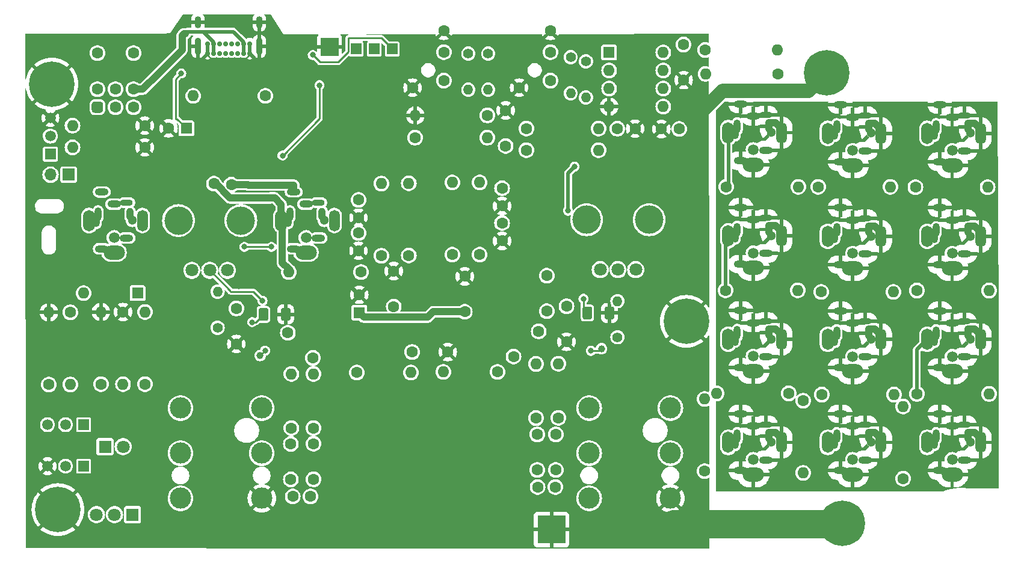
<source format=gbl>
G04 #@! TF.GenerationSoftware,KiCad,Pcbnew,8.0.1*
G04 #@! TF.CreationDate,2024-04-29T13:46:07+02:00*
G04 #@! TF.ProjectId,spider2,73706964-6572-4322-9e6b-696361645f70,rev?*
G04 #@! TF.SameCoordinates,Original*
G04 #@! TF.FileFunction,Copper,L2,Bot*
G04 #@! TF.FilePolarity,Positive*
%FSLAX46Y46*%
G04 Gerber Fmt 4.6, Leading zero omitted, Abs format (unit mm)*
G04 Created by KiCad (PCBNEW 8.0.1) date 2024-04-29 13:46:07*
%MOMM*%
%LPD*%
G01*
G04 APERTURE LIST*
G04 #@! TA.AperFunction,ComponentPad*
%ADD10C,1.600000*%
G04 #@! TD*
G04 #@! TA.AperFunction,ComponentPad*
%ADD11O,1.600000X1.600000*%
G04 #@! TD*
G04 #@! TA.AperFunction,ComponentPad*
%ADD12C,0.700000*%
G04 #@! TD*
G04 #@! TA.AperFunction,ComponentPad*
%ADD13O,0.900000X2.400000*%
G04 #@! TD*
G04 #@! TA.AperFunction,ComponentPad*
%ADD14O,0.900000X1.700000*%
G04 #@! TD*
G04 #@! TA.AperFunction,ComponentPad*
%ADD15R,1.600000X1.600000*%
G04 #@! TD*
G04 #@! TA.AperFunction,ComponentPad*
%ADD16C,1.400000*%
G04 #@! TD*
G04 #@! TA.AperFunction,ComponentPad*
%ADD17O,1.400000X1.400000*%
G04 #@! TD*
G04 #@! TA.AperFunction,ComponentPad*
%ADD18R,2.500000X2.500000*%
G04 #@! TD*
G04 #@! TA.AperFunction,WasherPad*
%ADD19C,1.500000*%
G04 #@! TD*
G04 #@! TA.AperFunction,ComponentPad*
%ADD20O,1.900000X1.000000*%
G04 #@! TD*
G04 #@! TA.AperFunction,ComponentPad*
%ADD21O,1.000000X1.800000*%
G04 #@! TD*
G04 #@! TA.AperFunction,ComponentPad*
%ADD22C,1.300000*%
G04 #@! TD*
G04 #@! TA.AperFunction,ComponentPad*
%ADD23O,1.500000X3.000000*%
G04 #@! TD*
G04 #@! TA.AperFunction,ComponentPad*
%ADD24O,1.700000X3.000000*%
G04 #@! TD*
G04 #@! TA.AperFunction,ComponentPad*
%ADD25O,1.000000X1.900000*%
G04 #@! TD*
G04 #@! TA.AperFunction,ComponentPad*
%ADD26O,3.000000X2.000000*%
G04 #@! TD*
G04 #@! TA.AperFunction,ComponentPad*
%ADD27O,1.800000X0.900000*%
G04 #@! TD*
G04 #@! TA.AperFunction,ComponentPad*
%ADD28C,0.800000*%
G04 #@! TD*
G04 #@! TA.AperFunction,ComponentPad*
%ADD29C,6.400000*%
G04 #@! TD*
G04 #@! TA.AperFunction,ComponentPad*
%ADD30C,3.000000*%
G04 #@! TD*
G04 #@! TA.AperFunction,ComponentPad*
%ADD31R,1.500000X1.500000*%
G04 #@! TD*
G04 #@! TA.AperFunction,ComponentPad*
%ADD32C,1.500000*%
G04 #@! TD*
G04 #@! TA.AperFunction,WasherPad*
%ADD33C,4.000000*%
G04 #@! TD*
G04 #@! TA.AperFunction,ComponentPad*
%ADD34C,1.800000*%
G04 #@! TD*
G04 #@! TA.AperFunction,ComponentPad*
%ADD35R,1.700000X1.700000*%
G04 #@! TD*
G04 #@! TA.AperFunction,ComponentPad*
%ADD36O,1.700000X1.700000*%
G04 #@! TD*
G04 #@! TA.AperFunction,ComponentPad*
%ADD37R,1.800000X1.800000*%
G04 #@! TD*
G04 #@! TA.AperFunction,ComponentPad*
%ADD38R,4.000000X4.000000*%
G04 #@! TD*
G04 #@! TA.AperFunction,SMDPad,CuDef*
%ADD39C,1.000000*%
G04 #@! TD*
G04 #@! TA.AperFunction,ViaPad*
%ADD40C,0.800000*%
G04 #@! TD*
G04 #@! TA.AperFunction,ViaPad*
%ADD41C,1.600000*%
G04 #@! TD*
G04 #@! TA.AperFunction,Conductor*
%ADD42C,1.000000*%
G04 #@! TD*
G04 #@! TA.AperFunction,Conductor*
%ADD43C,2.000000*%
G04 #@! TD*
G04 #@! TA.AperFunction,Conductor*
%ADD44C,0.500000*%
G04 #@! TD*
G04 #@! TA.AperFunction,Conductor*
%ADD45C,4.000000*%
G04 #@! TD*
G04 #@! TA.AperFunction,Conductor*
%ADD46C,0.250000*%
G04 #@! TD*
G04 APERTURE END LIST*
D10*
X147799400Y-33323400D03*
X152879400Y-33323400D03*
G04 #@! TA.AperFunction,ComponentPad*
G36*
G01*
X147399400Y-40143400D02*
X148199400Y-40143400D01*
G75*
G02*
X148599400Y-40543400I0J-400000D01*
G01*
X148599400Y-41343400D01*
G75*
G02*
X148199400Y-41743400I-400000J0D01*
G01*
X147399400Y-41743400D01*
G75*
G02*
X146999400Y-41343400I0J400000D01*
G01*
X146999400Y-40543400D01*
G75*
G02*
X147399400Y-40143400I400000J0D01*
G01*
G37*
G04 #@! TD.AperFunction*
X150339400Y-40943400D03*
X152879400Y-40943400D03*
X147799400Y-38403400D03*
X150339400Y-38403400D03*
X152879400Y-38403400D03*
X262920000Y-52200000D03*
D11*
X273080000Y-52200000D03*
D10*
X230300000Y-32120000D03*
X230300000Y-37120000D03*
X243540000Y-36255000D03*
D11*
X233380000Y-36255000D03*
D12*
X169250000Y-33375000D03*
X168400000Y-33375000D03*
X167550000Y-33375000D03*
X166700000Y-33375000D03*
X165850000Y-33375000D03*
X165000000Y-33375000D03*
X164150000Y-33375000D03*
X163300000Y-33375000D03*
X163300000Y-32025000D03*
X164150000Y-32025000D03*
X165000000Y-32025000D03*
X165850000Y-32025000D03*
X166700000Y-32025000D03*
X167550000Y-32025000D03*
X168400000Y-32025000D03*
X169250000Y-32025000D03*
D13*
X170600000Y-32395000D03*
D14*
X170600000Y-29015000D03*
D13*
X161950000Y-32395000D03*
D14*
X161950000Y-29015000D03*
D10*
X187750000Y-61850000D03*
D11*
X187750000Y-51690000D03*
D10*
X263120000Y-81300000D03*
D11*
X273280000Y-81300000D03*
D10*
X167350000Y-69275000D03*
X167350000Y-74275000D03*
X204750000Y-52350000D03*
X204750000Y-54850000D03*
X209900000Y-72500000D03*
X206364466Y-76035534D03*
X204750000Y-59750000D03*
X204750000Y-57250000D03*
D15*
X153475000Y-67125000D03*
D11*
X145855000Y-67125000D03*
D10*
X154460000Y-46600000D03*
D11*
X144300000Y-46600000D03*
D16*
X202800000Y-33400000D03*
D17*
X202800000Y-38480000D03*
D10*
X213820000Y-68960000D03*
X213820000Y-73960000D03*
D18*
X180450000Y-32450000D03*
D19*
X240078391Y-90526253D03*
D20*
X238349112Y-92100000D03*
X241849112Y-90600000D03*
D21*
X242328391Y-87226253D03*
D22*
X242649112Y-88100000D03*
D23*
X244078391Y-88126253D03*
D24*
X236578391Y-88126253D03*
D25*
X237549112Y-88100000D03*
X237828391Y-87226253D03*
D20*
X238349112Y-84100000D03*
X240078391Y-85826253D03*
D26*
X240078391Y-92626253D03*
D27*
X241849112Y-85600000D03*
D28*
X248019532Y-36102461D03*
X248722476Y-34405405D03*
X248722476Y-37799517D03*
X250419532Y-33702461D03*
D29*
X250419532Y-36102461D03*
D28*
X250419532Y-38502461D03*
X252116588Y-34405405D03*
X252116588Y-37799517D03*
X252819532Y-36102461D03*
D10*
X174600000Y-72700000D03*
X178135534Y-76235534D03*
X199500000Y-69750000D03*
X199500000Y-64750000D03*
D16*
X216550000Y-34500000D03*
D17*
X216550000Y-39580000D03*
D10*
X196550000Y-33200000D03*
X196550000Y-30200000D03*
X192150000Y-38200000D03*
X196550000Y-37200000D03*
X178200000Y-86110000D03*
D11*
X178200000Y-78490000D03*
D10*
X212300000Y-92000000D03*
X212300000Y-87000000D03*
X175290000Y-95740000D03*
X177790000Y-95740000D03*
X205250000Y-46400000D03*
X205250000Y-41400000D03*
X191620000Y-61810000D03*
D11*
X191620000Y-51650000D03*
D10*
X261200000Y-93230000D03*
D11*
X261200000Y-83070000D03*
D10*
X249645000Y-66950000D03*
D11*
X259805000Y-66950000D03*
D30*
X217000000Y-96000000D03*
X228430000Y-89650000D03*
X217000000Y-89650000D03*
X228430000Y-96000000D03*
X228430000Y-83300000D03*
X217000000Y-83300000D03*
D10*
X184900000Y-64150000D03*
D11*
X174740000Y-64150000D03*
D30*
X159500000Y-96000000D03*
X170930000Y-89650000D03*
X159500000Y-89650000D03*
X170930000Y-96000000D03*
X170930000Y-83300000D03*
X159500000Y-83300000D03*
D10*
X148300000Y-79925000D03*
D11*
X148300000Y-69765000D03*
D10*
X249745000Y-81400000D03*
D11*
X259905000Y-81400000D03*
D10*
X209525000Y-84700000D03*
D11*
X209525000Y-77080000D03*
D10*
X249220000Y-52150000D03*
D11*
X259380000Y-52150000D03*
D10*
X229660000Y-44010000D03*
X227160000Y-44010000D03*
X201600000Y-61700000D03*
D11*
X201600000Y-51540000D03*
D10*
X233340000Y-32880000D03*
D11*
X243500000Y-32880000D03*
D10*
X236195000Y-66725000D03*
D11*
X246355000Y-66725000D03*
D15*
X160310000Y-43910000D03*
D10*
X157810000Y-43910000D03*
X197100000Y-75400000D03*
X192100000Y-75400000D03*
X143980000Y-69810000D03*
D11*
X143980000Y-79970000D03*
D10*
X247100000Y-82250000D03*
D11*
X247100000Y-92410000D03*
D19*
X240079279Y-61459586D03*
D20*
X238350000Y-63033333D03*
X241850000Y-61533333D03*
D21*
X242329279Y-58159586D03*
D22*
X242650000Y-59033333D03*
D23*
X244079279Y-59059586D03*
D24*
X236579279Y-59059586D03*
D25*
X237550000Y-59033333D03*
X237829279Y-58159586D03*
D20*
X238350000Y-55033333D03*
X240079279Y-56759586D03*
D26*
X240079279Y-63559586D03*
D27*
X241850000Y-56533333D03*
D31*
X145860000Y-85630000D03*
D32*
X143320000Y-85630000D03*
X140780000Y-85630000D03*
D16*
X164720000Y-71990000D03*
D17*
X164720000Y-66910000D03*
D10*
X175020000Y-93340000D03*
X175020000Y-88340000D03*
X208170000Y-43950000D03*
D11*
X218330000Y-43950000D03*
D19*
X240079279Y-75992919D03*
D20*
X238350000Y-77566666D03*
X241850000Y-76066666D03*
D21*
X242329279Y-72692919D03*
D22*
X242650000Y-73566666D03*
D23*
X244079279Y-73592919D03*
D24*
X236579279Y-73592919D03*
D25*
X237550000Y-73566666D03*
X237829279Y-72692919D03*
D20*
X238350000Y-69566666D03*
X240079279Y-71292919D03*
D26*
X240079279Y-78092919D03*
D27*
X241850000Y-71066666D03*
D19*
X177153344Y-59294502D03*
D20*
X175424065Y-60868249D03*
X178924065Y-59368249D03*
D21*
X179403344Y-55994502D03*
D22*
X179724065Y-56868249D03*
D23*
X181153344Y-56894502D03*
D24*
X173653344Y-56894502D03*
D25*
X174624065Y-56868249D03*
X174903344Y-55994502D03*
D20*
X175424065Y-52868249D03*
X177153344Y-54594502D03*
D26*
X177153344Y-61394502D03*
D27*
X178924065Y-54368249D03*
D28*
X228260142Y-71088261D03*
X228963086Y-69391205D03*
X228963086Y-72785317D03*
X230660142Y-68688261D03*
D29*
X230660142Y-71088261D03*
D28*
X230660142Y-73488261D03*
X232357198Y-69391205D03*
X232357198Y-72785317D03*
X233060142Y-71088261D03*
D10*
X154460000Y-43540000D03*
D11*
X144300000Y-43540000D03*
D19*
X268079279Y-47026253D03*
D20*
X266350000Y-48600000D03*
X269850000Y-47100000D03*
D21*
X270329279Y-43726253D03*
D22*
X270650000Y-44600000D03*
D23*
X272079279Y-44626253D03*
D24*
X264579279Y-44626253D03*
D25*
X265550000Y-44600000D03*
X265829279Y-43726253D03*
D20*
X266350000Y-40600000D03*
X268079279Y-42326253D03*
D26*
X268079279Y-49126253D03*
D27*
X269850000Y-42100000D03*
D10*
X184550000Y-56500000D03*
X184550000Y-54000000D03*
D31*
X184221000Y-32750000D03*
D33*
X159200000Y-56900000D03*
X168000000Y-56900000D03*
D34*
X166100000Y-63900000D03*
X163600000Y-63900000D03*
X161100000Y-63900000D03*
D10*
X189500000Y-69000000D03*
X189500000Y-64000000D03*
D31*
X186761000Y-32750000D03*
X189301000Y-32750000D03*
D10*
X171450000Y-39350000D03*
D11*
X161290000Y-39350000D03*
D31*
X145860000Y-91470000D03*
D32*
X143320000Y-91470000D03*
X140780000Y-91470000D03*
D10*
X151400000Y-69775000D03*
D11*
X151400000Y-79935000D03*
D10*
X175100000Y-86110000D03*
D11*
X175100000Y-78490000D03*
D19*
X268079279Y-76026253D03*
D20*
X266350000Y-77600000D03*
X269850000Y-76100000D03*
D21*
X270329279Y-72726253D03*
D22*
X270650000Y-73600000D03*
D23*
X272079279Y-73626253D03*
D24*
X264579279Y-73626253D03*
D25*
X265550000Y-73600000D03*
X265829279Y-72726253D03*
D20*
X266350000Y-69600000D03*
X268079279Y-71326253D03*
D26*
X268079279Y-78126253D03*
D27*
X269850000Y-71100000D03*
D35*
X143750000Y-50450000D03*
D36*
X141210000Y-50450000D03*
D28*
X250250000Y-99550000D03*
X250952944Y-97852944D03*
X250952944Y-101247056D03*
X252650000Y-97150000D03*
D29*
X252650000Y-99550000D03*
D28*
X252650000Y-101950000D03*
X254347056Y-97852944D03*
X254347056Y-101247056D03*
X255050000Y-99550000D03*
D10*
X236270000Y-52150000D03*
D11*
X246430000Y-52150000D03*
D16*
X214400000Y-33900000D03*
D17*
X214400000Y-38980000D03*
D10*
X211550000Y-33200000D03*
X211550000Y-30200000D03*
X207150000Y-38200000D03*
X211550000Y-37200000D03*
D19*
X268079279Y-61526253D03*
D20*
X266350000Y-63100000D03*
X269850000Y-61600000D03*
D21*
X270329279Y-58226253D03*
D22*
X270650000Y-59100000D03*
D23*
X272079279Y-59126253D03*
D24*
X264579279Y-59126253D03*
D25*
X265550000Y-59100000D03*
X265829279Y-58226253D03*
D20*
X266350000Y-55100000D03*
X268079279Y-56826253D03*
D26*
X268079279Y-63626253D03*
D27*
X269850000Y-56600000D03*
D19*
X240079279Y-46926253D03*
D20*
X238350000Y-48500000D03*
X241850000Y-47000000D03*
D21*
X242329279Y-43626253D03*
D22*
X242650000Y-44500000D03*
D23*
X244079279Y-44526253D03*
D24*
X236579279Y-44526253D03*
D25*
X237550000Y-44500000D03*
X237829279Y-43626253D03*
D20*
X238350000Y-40500000D03*
X240079279Y-42226253D03*
D26*
X240079279Y-49026253D03*
D27*
X241850000Y-42000000D03*
D15*
X219810000Y-33230000D03*
D11*
X219810000Y-35770000D03*
X219810000Y-38310000D03*
X219810000Y-40850000D03*
X227430000Y-40850000D03*
X227430000Y-38310000D03*
X227430000Y-35770000D03*
X227430000Y-33230000D03*
D10*
X263120000Y-66750000D03*
D11*
X273280000Y-66750000D03*
D10*
X233260000Y-92180000D03*
D11*
X233260000Y-82020000D03*
D10*
X192500000Y-45230000D03*
D11*
X202660000Y-45230000D03*
D19*
X254079279Y-61526253D03*
D20*
X252350000Y-63100000D03*
X255850000Y-61600000D03*
D21*
X256329279Y-58226253D03*
D22*
X256650000Y-59100000D03*
D23*
X258079279Y-59126253D03*
D24*
X250579279Y-59126253D03*
D25*
X251550000Y-59100000D03*
X251829279Y-58226253D03*
D20*
X252350000Y-55100000D03*
X254079279Y-56826253D03*
D26*
X254079279Y-63626253D03*
D27*
X255850000Y-56600000D03*
D19*
X254079279Y-76026253D03*
D20*
X252350000Y-77600000D03*
X255850000Y-76100000D03*
D21*
X256329279Y-72726253D03*
D22*
X256650000Y-73600000D03*
D23*
X258079279Y-73626253D03*
D24*
X250579279Y-73626253D03*
D25*
X251550000Y-73600000D03*
X251829279Y-72726253D03*
D20*
X252350000Y-69600000D03*
X254079279Y-71326253D03*
D26*
X254079279Y-78126253D03*
D27*
X255850000Y-71100000D03*
D19*
X254079279Y-47026253D03*
D20*
X252350000Y-48600000D03*
X255850000Y-47100000D03*
D21*
X256329279Y-43726253D03*
D22*
X256650000Y-44600000D03*
D23*
X258079279Y-44626253D03*
D24*
X250579279Y-44626253D03*
D25*
X251550000Y-44600000D03*
X251829279Y-43726253D03*
D20*
X252350000Y-40600000D03*
X254079279Y-42326253D03*
D26*
X254079279Y-49126253D03*
D27*
X255850000Y-42100000D03*
D10*
X212675000Y-84675000D03*
D11*
X212675000Y-77055000D03*
D10*
X223480000Y-43970000D03*
X220980000Y-43970000D03*
X184550000Y-58650000D03*
X184550000Y-61150000D03*
X211030000Y-64660000D03*
X211030000Y-69660000D03*
D19*
X150144477Y-59295965D03*
D20*
X148415198Y-60869712D03*
X151915198Y-59369712D03*
D21*
X152394477Y-55995965D03*
D22*
X152715198Y-56869712D03*
D23*
X154144477Y-56895965D03*
D24*
X146644477Y-56895965D03*
D25*
X147615198Y-56869712D03*
X147894477Y-55995965D03*
D20*
X148415198Y-52869712D03*
X150144477Y-54595965D03*
D26*
X150144477Y-61395965D03*
D27*
X151915198Y-54369712D03*
D19*
X254078391Y-90526253D03*
D20*
X252349112Y-92100000D03*
X255849112Y-90600000D03*
D21*
X256328391Y-87226253D03*
D22*
X256649112Y-88100000D03*
D23*
X258078391Y-88126253D03*
D24*
X250578391Y-88126253D03*
D25*
X251549112Y-88100000D03*
X251828391Y-87226253D03*
D20*
X252349112Y-84100000D03*
X254078391Y-85826253D03*
D26*
X254078391Y-92626253D03*
D27*
X255849112Y-85600000D03*
D19*
X268079279Y-90526253D03*
D20*
X266350000Y-92100000D03*
X269850000Y-90600000D03*
D21*
X270329279Y-87226253D03*
D22*
X270650000Y-88100000D03*
D23*
X272079279Y-88126253D03*
D24*
X264579279Y-88126253D03*
D25*
X265550000Y-88100000D03*
X265829279Y-87226253D03*
D20*
X266350000Y-84100000D03*
X268079279Y-85826253D03*
D26*
X268079279Y-92626253D03*
D27*
X269850000Y-85600000D03*
D10*
X178230000Y-93320000D03*
X178230000Y-88320000D03*
X154500000Y-79925000D03*
D11*
X154500000Y-69765000D03*
D10*
X184300000Y-78300000D03*
D11*
X191920000Y-78300000D03*
D10*
X204100000Y-78200000D03*
D11*
X196480000Y-78200000D03*
D37*
X148875000Y-88725000D03*
D34*
X151415000Y-88725000D03*
D16*
X200000000Y-33400000D03*
D17*
X200000000Y-38480000D03*
D10*
X208170000Y-47000000D03*
D11*
X218330000Y-47000000D03*
D10*
X209700000Y-92000000D03*
X209700000Y-87000000D03*
D33*
X216650000Y-56800000D03*
X225450000Y-56800000D03*
D34*
X223550000Y-63800000D03*
X221050000Y-63800000D03*
X218550000Y-63800000D03*
D10*
X197735200Y-61700000D03*
D11*
X197735200Y-51540000D03*
D16*
X220990000Y-73320000D03*
D17*
X220990000Y-68240000D03*
D10*
X245080000Y-81225000D03*
D11*
X234920000Y-81225000D03*
D37*
X152742934Y-98294059D03*
D34*
X150202934Y-98294059D03*
X147662934Y-98294059D03*
D28*
X139840000Y-97590000D03*
X140542944Y-95892944D03*
X140542944Y-99287056D03*
X142240000Y-95190000D03*
D29*
X142240000Y-97590000D03*
D28*
X142240000Y-99990000D03*
X143937056Y-95892944D03*
X143937056Y-99287056D03*
X144640000Y-97590000D03*
D10*
X202700000Y-42100000D03*
D11*
X192540000Y-42100000D03*
D10*
X140970000Y-79980000D03*
D11*
X140970000Y-69820000D03*
D10*
X209750000Y-94400000D03*
X212250000Y-94400000D03*
D15*
X184650000Y-69850000D03*
D10*
X184650000Y-67350000D03*
D28*
X138994600Y-37691600D03*
X139697544Y-35994544D03*
X139697544Y-39388656D03*
X141394600Y-35291600D03*
D29*
X141394600Y-37691600D03*
D28*
X141394600Y-40091600D03*
X143091656Y-35994544D03*
X143091656Y-39388656D03*
X143794600Y-37691600D03*
D31*
X141180000Y-47550000D03*
D32*
X141180000Y-45010000D03*
X141180000Y-42470000D03*
D38*
X211700000Y-100400000D03*
D39*
X218730000Y-74940000D03*
X170700000Y-75900000D03*
G04 #@! TA.AperFunction,SMDPad,CuDef*
G36*
G01*
X174962500Y-69450000D02*
X174962500Y-70750000D01*
G75*
G02*
X174712500Y-71000000I-250000J0D01*
G01*
X173887500Y-71000000D01*
G75*
G02*
X173637500Y-70750000I0J250000D01*
G01*
X173637500Y-69450000D01*
G75*
G02*
X173887500Y-69200000I250000J0D01*
G01*
X174712500Y-69200000D01*
G75*
G02*
X174962500Y-69450000I0J-250000D01*
G01*
G37*
G04 #@! TD.AperFunction*
G04 #@! TA.AperFunction,SMDPad,CuDef*
G36*
G01*
X171837500Y-69450000D02*
X171837500Y-70750000D01*
G75*
G02*
X171587500Y-71000000I-250000J0D01*
G01*
X170762500Y-71000000D01*
G75*
G02*
X170512500Y-70750000I0J250000D01*
G01*
X170512500Y-69450000D01*
G75*
G02*
X170762500Y-69200000I250000J0D01*
G01*
X171587500Y-69200000D01*
G75*
G02*
X171837500Y-69450000I0J-250000D01*
G01*
G37*
G04 #@! TD.AperFunction*
G04 #@! TA.AperFunction,SMDPad,CuDef*
G36*
G01*
X220525000Y-69250000D02*
X220525000Y-70550000D01*
G75*
G02*
X220275000Y-70800000I-250000J0D01*
G01*
X219450000Y-70800000D01*
G75*
G02*
X219200000Y-70550000I0J250000D01*
G01*
X219200000Y-69250000D01*
G75*
G02*
X219450000Y-69000000I250000J0D01*
G01*
X220275000Y-69000000D01*
G75*
G02*
X220525000Y-69250000I0J-250000D01*
G01*
G37*
G04 #@! TD.AperFunction*
G04 #@! TA.AperFunction,SMDPad,CuDef*
G36*
G01*
X217400000Y-69250000D02*
X217400000Y-70550000D01*
G75*
G02*
X217150000Y-70800000I-250000J0D01*
G01*
X216325000Y-70800000D01*
G75*
G02*
X216075000Y-70550000I0J250000D01*
G01*
X216075000Y-69250000D01*
G75*
G02*
X216325000Y-69000000I250000J0D01*
G01*
X217150000Y-69000000D01*
G75*
G02*
X217400000Y-69250000I0J-250000D01*
G01*
G37*
G04 #@! TD.AperFunction*
D40*
X176400000Y-41600000D03*
X176600000Y-94500000D03*
X208030000Y-66050000D03*
X172380000Y-72330000D03*
X172750000Y-41600000D03*
X202400000Y-78800000D03*
X194280000Y-78420000D03*
X175610000Y-76250000D03*
X219450000Y-91780000D03*
X157750000Y-65520000D03*
X189750000Y-75500000D03*
X215210000Y-70850000D03*
X215200000Y-85500000D03*
X217530000Y-71940000D03*
X161620000Y-91760000D03*
X189880000Y-78390000D03*
X194560000Y-74360000D03*
X172820000Y-88260000D03*
X168460000Y-70970000D03*
X167400000Y-88480000D03*
X213900000Y-90500000D03*
X176630000Y-87620000D03*
X195420000Y-71440000D03*
X209190000Y-68920000D03*
X173400000Y-40400000D03*
X220180000Y-74960000D03*
X176280000Y-101980000D03*
X228890000Y-86440000D03*
X224640000Y-62100000D03*
X225650000Y-91790000D03*
X171300000Y-42650000D03*
X173800000Y-41600000D03*
X183170000Y-76330000D03*
X186340000Y-74940000D03*
X186200000Y-79100000D03*
X167090000Y-84430000D03*
X166230000Y-67890000D03*
X172180000Y-68310000D03*
X215280000Y-77600000D03*
X204650000Y-74820000D03*
X211880000Y-62000000D03*
X229700000Y-101100000D03*
X198250000Y-77920000D03*
X168150000Y-64210000D03*
X223830000Y-84520000D03*
X157840000Y-101860000D03*
X224600000Y-88350000D03*
X222320000Y-65360000D03*
X169470000Y-68070000D03*
X168380000Y-91620000D03*
X167710000Y-66130000D03*
X201360000Y-74800000D03*
X216200000Y-67900000D03*
X169600000Y-71200000D03*
D41*
X166650305Y-51849695D03*
D40*
X171040000Y-68180000D03*
D41*
X164200000Y-51719712D03*
D40*
X168500000Y-60600000D03*
X172300000Y-60600000D03*
X178100000Y-33600000D03*
X159600000Y-36200000D03*
X214020000Y-55520000D03*
X214950000Y-49290000D03*
X217240000Y-75240000D03*
X171400000Y-75200000D03*
X179050000Y-37850000D03*
X173850000Y-47750000D03*
D42*
X244078391Y-87549380D02*
X243229011Y-86700000D01*
X244079279Y-44526253D02*
X244079279Y-43949380D01*
X258079279Y-44626253D02*
X258079279Y-44049380D01*
X258078391Y-88126253D02*
X258078391Y-87549380D01*
X258079279Y-58549380D02*
X257229899Y-57700000D01*
X258079279Y-73049380D02*
X257229899Y-72200000D01*
X243229899Y-43100000D02*
X242329279Y-43100000D01*
X258079279Y-73626253D02*
X258079279Y-73049380D01*
X272079279Y-44049380D02*
X271229899Y-43200000D01*
X258079279Y-59126253D02*
X258079279Y-58549380D01*
X243229011Y-86700000D02*
X242328391Y-86700000D01*
X271229899Y-57700000D02*
X270329279Y-57700000D01*
X257229899Y-43200000D02*
X256329279Y-43200000D01*
X244078391Y-88126253D02*
X244078391Y-87549380D01*
X272079279Y-73049380D02*
X271229899Y-72200000D01*
X271229899Y-72200000D02*
X270329279Y-72200000D01*
X244079279Y-73016046D02*
X243229899Y-72166666D01*
X243229899Y-57633333D02*
X242329279Y-57633333D01*
X257229899Y-72200000D02*
X256329279Y-72200000D01*
X244079279Y-73592919D02*
X244079279Y-73016046D01*
X244079279Y-43949380D02*
X243229899Y-43100000D01*
X271229899Y-43200000D02*
X270329279Y-43200000D01*
X257229011Y-86700000D02*
X256328391Y-86700000D01*
X271229899Y-86700000D02*
X270329279Y-86700000D01*
X243229899Y-72166666D02*
X242329279Y-72166666D01*
X244079279Y-59059586D02*
X244079279Y-58482713D01*
X272079279Y-88126253D02*
X272079279Y-87549380D01*
X244079279Y-58482713D02*
X243229899Y-57633333D01*
X272079279Y-59126253D02*
X272079279Y-58549380D01*
X272079279Y-73626253D02*
X272079279Y-73049380D01*
X258078391Y-87549380D02*
X257229011Y-86700000D01*
X257229899Y-57700000D02*
X256329279Y-57700000D01*
X272079279Y-87549380D02*
X271229899Y-86700000D01*
X272079279Y-58549380D02*
X271229899Y-57700000D01*
X272079279Y-44626253D02*
X272079279Y-44049380D01*
X258079279Y-44049380D02*
X257229899Y-43200000D01*
D43*
X233200000Y-41200000D02*
X232925000Y-41200000D01*
D44*
X169250000Y-32025000D02*
X169250000Y-33375000D01*
D43*
X247871993Y-38650000D02*
X235750000Y-38650000D01*
X252678178Y-99588332D02*
X252706510Y-99560000D01*
D44*
X163300000Y-32025000D02*
X163300000Y-33375000D01*
D43*
X235750000Y-38650000D02*
X233200000Y-41200000D01*
X250419532Y-36102461D02*
X247871993Y-38650000D01*
D45*
X252678178Y-99588332D02*
X228888332Y-99588332D01*
D46*
X216200000Y-67900000D02*
X216200000Y-69362500D01*
X216200000Y-69362500D02*
X216737500Y-69900000D01*
D44*
X263120000Y-75080000D02*
X264600000Y-73600000D01*
X263120000Y-81300000D02*
X263120000Y-75080000D01*
D46*
X170075000Y-71200000D02*
X171175000Y-70100000D01*
X169600000Y-71200000D02*
X170075000Y-71200000D01*
D44*
X236600000Y-44500000D02*
X236600000Y-51820000D01*
X236600000Y-51820000D02*
X236270000Y-52150000D01*
X236195000Y-59438333D02*
X236600000Y-59033333D01*
X236195000Y-66725000D02*
X236195000Y-59438333D01*
D42*
X181174065Y-57368249D02*
X181174065Y-56868249D01*
X175450000Y-52842314D02*
X175424065Y-52868249D01*
X169026346Y-51900000D02*
X175450000Y-51900000D01*
X168976041Y-51849695D02*
X169026346Y-51900000D01*
X175450000Y-51900000D02*
X175450000Y-52842314D01*
X166650305Y-51849695D02*
X168976041Y-51849695D01*
D46*
X166540000Y-66840000D02*
X163600000Y-63900000D01*
X171040000Y-68180000D02*
X169750000Y-66890000D01*
X166540000Y-66890000D02*
X166540000Y-66840000D01*
X169750000Y-66890000D02*
X166540000Y-66890000D01*
D42*
X164200000Y-51719712D02*
X164469712Y-51719712D01*
X164469712Y-51719712D02*
X166475000Y-53725000D01*
X172750000Y-53700000D02*
X173653344Y-54603344D01*
X173653344Y-54603344D02*
X173653344Y-56894502D01*
X173824065Y-62824065D02*
X174740000Y-63740000D01*
X173824065Y-57668249D02*
X173824065Y-62824065D01*
X172100000Y-53700000D02*
X172750000Y-53700000D01*
X172075000Y-53725000D02*
X172100000Y-53700000D01*
X166475000Y-53725000D02*
X172075000Y-53725000D01*
X174740000Y-63740000D02*
X174740000Y-64150000D01*
X174624065Y-56868249D02*
X173824065Y-57668249D01*
X195015075Y-69750000D02*
X199500000Y-69750000D01*
D46*
X169600000Y-60600000D02*
X172300000Y-60600000D01*
X168500000Y-60600000D02*
X169600000Y-60600000D01*
D42*
X185300000Y-70500000D02*
X194265075Y-70500000D01*
X194265075Y-70500000D02*
X195015075Y-69750000D01*
X184650000Y-69850000D02*
X185300000Y-70500000D01*
D46*
X178100000Y-33600000D02*
X179100000Y-34600000D01*
X159000000Y-42600000D02*
X160310000Y-43910000D01*
X179100000Y-34600000D02*
X181700000Y-34600000D01*
X158800000Y-42600000D02*
X159000000Y-42600000D01*
X159600000Y-36200000D02*
X158800000Y-37000000D01*
X181700000Y-34600000D02*
X183150000Y-33150000D01*
X187776000Y-31225000D02*
X189301000Y-32750000D01*
X183150000Y-31225000D02*
X187776000Y-31225000D01*
X158800000Y-37000000D02*
X158800000Y-42600000D01*
X183150000Y-33150000D02*
X183150000Y-31225000D01*
D42*
X152679400Y-38403400D02*
X154186600Y-38403400D01*
D44*
X162300000Y-30341600D02*
X160433400Y-30341600D01*
D42*
X159959493Y-30600000D02*
X160175000Y-30600000D01*
D44*
X164150000Y-32025000D02*
X164150000Y-33375000D01*
X166971600Y-30341600D02*
X168400000Y-31770000D01*
D42*
X156360000Y-36230000D02*
X159740000Y-32850000D01*
D44*
X162477261Y-30341600D02*
X162300000Y-30341600D01*
D42*
X154186600Y-38403400D02*
X156360000Y-36230000D01*
X159740000Y-31950000D02*
X159740000Y-30819493D01*
D44*
X164150000Y-31814339D02*
X162677261Y-30341600D01*
D42*
X159740000Y-32850000D02*
X159740000Y-31950000D01*
X159740000Y-30819493D02*
X159959493Y-30600000D01*
D44*
X168400000Y-32025000D02*
X168400000Y-33375000D01*
X160433400Y-30341600D02*
X160175000Y-30600000D01*
X162300000Y-30341600D02*
X166971600Y-30341600D01*
X214950000Y-49290000D02*
X214020000Y-50220000D01*
X214020000Y-50220000D02*
X214020000Y-55520000D01*
D46*
X218430000Y-75240000D02*
X218730000Y-74940000D01*
X217240000Y-75240000D02*
X218430000Y-75240000D01*
X171400000Y-75200000D02*
X170700000Y-75900000D01*
X179050000Y-37850000D02*
X179050000Y-42550000D01*
X179050000Y-42550000D02*
X173850000Y-47750000D01*
G04 #@! TA.AperFunction,Conductor*
G36*
X172197757Y-27884333D02*
G01*
X172204491Y-27892692D01*
X174010000Y-30720000D01*
X174010000Y-30719999D01*
X174010001Y-30720000D01*
X174029506Y-30719969D01*
X178869878Y-30712281D01*
X178904549Y-30726578D01*
X178918956Y-30761203D01*
X178904659Y-30795874D01*
X178899321Y-30800507D01*
X178842811Y-30842811D01*
X178756648Y-30957908D01*
X178706401Y-31092626D01*
X178706401Y-31092627D01*
X178700000Y-31152165D01*
X178700000Y-32200000D01*
X179901518Y-32200000D01*
X179890889Y-32218409D01*
X179850000Y-32371009D01*
X179850000Y-32528991D01*
X179890889Y-32681591D01*
X179901518Y-32700000D01*
X178700000Y-32700000D01*
X178700000Y-33086821D01*
X178685648Y-33121469D01*
X178651000Y-33135821D01*
X178618507Y-33123498D01*
X178558657Y-33070477D01*
X178500852Y-33019266D01*
X178500844Y-33019262D01*
X178500843Y-33019261D01*
X178350224Y-32940209D01*
X178185056Y-32899500D01*
X178014944Y-32899500D01*
X177849775Y-32940209D01*
X177699156Y-33019261D01*
X177699151Y-33019264D01*
X177699148Y-33019266D01*
X177689945Y-33027419D01*
X177571816Y-33132071D01*
X177475182Y-33272068D01*
X177475181Y-33272070D01*
X177421059Y-33414782D01*
X177414860Y-33431128D01*
X177394355Y-33600000D01*
X177414860Y-33768872D01*
X177431147Y-33811818D01*
X177475181Y-33927929D01*
X177475182Y-33927931D01*
X177571512Y-34067487D01*
X177571817Y-34067929D01*
X177699148Y-34180734D01*
X177804270Y-34235907D01*
X177849775Y-34259790D01*
X178014944Y-34300500D01*
X178178456Y-34300500D01*
X178213104Y-34314852D01*
X178759515Y-34861263D01*
X178838737Y-34940485D01*
X178874249Y-34960988D01*
X178935760Y-34996502D01*
X178935762Y-34996502D01*
X178935763Y-34996503D01*
X179021111Y-35019371D01*
X179043978Y-35025499D01*
X179043979Y-35025500D01*
X179043982Y-35025500D01*
X181756021Y-35025500D01*
X181756021Y-35025499D01*
X181864237Y-34996503D01*
X181961263Y-34940485D01*
X183189240Y-33712506D01*
X183223887Y-33698155D01*
X183258535Y-33712507D01*
X183298233Y-33752205D01*
X183401006Y-33797584D01*
X183401009Y-33797585D01*
X183426135Y-33800500D01*
X185015864Y-33800499D01*
X185040991Y-33797585D01*
X185143765Y-33752206D01*
X185223206Y-33672765D01*
X185268585Y-33569991D01*
X185271500Y-33544865D01*
X185271499Y-31955136D01*
X185268585Y-31930009D01*
X185223206Y-31827235D01*
X185223205Y-31827234D01*
X185223205Y-31827233D01*
X185143766Y-31747794D01*
X185143767Y-31747794D01*
X185135909Y-31744325D01*
X185110010Y-31717201D01*
X185110876Y-31679708D01*
X185138000Y-31653809D01*
X185155701Y-31650500D01*
X185826299Y-31650500D01*
X185860947Y-31664852D01*
X185875299Y-31699500D01*
X185860947Y-31734148D01*
X185846091Y-31744325D01*
X185838233Y-31747794D01*
X185758794Y-31827233D01*
X185713415Y-31930006D01*
X185710500Y-31955134D01*
X185710500Y-33544858D01*
X185710501Y-33544868D01*
X185713415Y-33569992D01*
X185758794Y-33672766D01*
X185838233Y-33752205D01*
X185941006Y-33797584D01*
X185941009Y-33797585D01*
X185966135Y-33800500D01*
X187555864Y-33800499D01*
X187580991Y-33797585D01*
X187683765Y-33752206D01*
X187763206Y-33672765D01*
X187808585Y-33569991D01*
X187811500Y-33544865D01*
X187811499Y-31980542D01*
X187825851Y-31945895D01*
X187860499Y-31931543D01*
X187895147Y-31945895D01*
X188236148Y-32286896D01*
X188250500Y-32321544D01*
X188250500Y-33544858D01*
X188250501Y-33544868D01*
X188253415Y-33569992D01*
X188298794Y-33672766D01*
X188378233Y-33752205D01*
X188481006Y-33797584D01*
X188481009Y-33797585D01*
X188506135Y-33800500D01*
X190095864Y-33800499D01*
X190120991Y-33797585D01*
X190223765Y-33752206D01*
X190303206Y-33672765D01*
X190348585Y-33569991D01*
X190351500Y-33544865D01*
X190351500Y-33200000D01*
X195444785Y-33200000D01*
X195463602Y-33403079D01*
X195463603Y-33403085D01*
X195519417Y-33599248D01*
X195519420Y-33599255D01*
X195610325Y-33781818D01*
X195610326Y-33781820D01*
X195610327Y-33781821D01*
X195624431Y-33800498D01*
X195733233Y-33944576D01*
X195733236Y-33944579D01*
X195883954Y-34081977D01*
X195883955Y-34081978D01*
X195883959Y-34081981D01*
X196057363Y-34189348D01*
X196247544Y-34263024D01*
X196448024Y-34300500D01*
X196448026Y-34300500D01*
X196651974Y-34300500D01*
X196651976Y-34300500D01*
X196852456Y-34263024D01*
X197042637Y-34189348D01*
X197216041Y-34081981D01*
X197366764Y-33944579D01*
X197489673Y-33781821D01*
X197580582Y-33599250D01*
X197636397Y-33403083D01*
X197636683Y-33400000D01*
X198994659Y-33400000D01*
X199013976Y-33596132D01*
X199013976Y-33596133D01*
X199071185Y-33784726D01*
X199095208Y-33829669D01*
X199135591Y-33905221D01*
X199164092Y-33958541D01*
X199164094Y-33958544D01*
X199230310Y-34039227D01*
X199289117Y-34110883D01*
X199358545Y-34167861D01*
X199441455Y-34235905D01*
X199441458Y-34235907D01*
X199441462Y-34235910D01*
X199615273Y-34328814D01*
X199803868Y-34386024D01*
X200000000Y-34405341D01*
X200196132Y-34386024D01*
X200384727Y-34328814D01*
X200558538Y-34235910D01*
X200710883Y-34110883D01*
X200835910Y-33958538D01*
X200928814Y-33784727D01*
X200986024Y-33596132D01*
X201005341Y-33400000D01*
X201794659Y-33400000D01*
X201813976Y-33596132D01*
X201813976Y-33596133D01*
X201871185Y-33784726D01*
X201895208Y-33829669D01*
X201935591Y-33905221D01*
X201964092Y-33958541D01*
X201964094Y-33958544D01*
X202030310Y-34039227D01*
X202089117Y-34110883D01*
X202158545Y-34167861D01*
X202241455Y-34235905D01*
X202241458Y-34235907D01*
X202241462Y-34235910D01*
X202415273Y-34328814D01*
X202603868Y-34386024D01*
X202800000Y-34405341D01*
X202996132Y-34386024D01*
X203184727Y-34328814D01*
X203358538Y-34235910D01*
X203510883Y-34110883D01*
X203635910Y-33958538D01*
X203728814Y-33784727D01*
X203786024Y-33596132D01*
X203805341Y-33400000D01*
X203786024Y-33203868D01*
X203784851Y-33200000D01*
X210444785Y-33200000D01*
X210463602Y-33403079D01*
X210463603Y-33403085D01*
X210519417Y-33599248D01*
X210519420Y-33599255D01*
X210610325Y-33781818D01*
X210610326Y-33781820D01*
X210610327Y-33781821D01*
X210624431Y-33800498D01*
X210733233Y-33944576D01*
X210733236Y-33944579D01*
X210883954Y-34081977D01*
X210883955Y-34081978D01*
X210883959Y-34081981D01*
X211057363Y-34189348D01*
X211247544Y-34263024D01*
X211448024Y-34300500D01*
X211448026Y-34300500D01*
X211651974Y-34300500D01*
X211651976Y-34300500D01*
X211852456Y-34263024D01*
X212042637Y-34189348D01*
X212216041Y-34081981D01*
X212366764Y-33944579D01*
X212400428Y-33900000D01*
X213394659Y-33900000D01*
X213413976Y-34096132D01*
X213413976Y-34096133D01*
X213471185Y-34284726D01*
X213564092Y-34458541D01*
X213564094Y-34458544D01*
X213584088Y-34482906D01*
X213689117Y-34610883D01*
X213760542Y-34669500D01*
X213841455Y-34735905D01*
X213841458Y-34735907D01*
X213841462Y-34735910D01*
X214015273Y-34828814D01*
X214203868Y-34886024D01*
X214400000Y-34905341D01*
X214596132Y-34886024D01*
X214784727Y-34828814D01*
X214958538Y-34735910D01*
X215110883Y-34610883D01*
X215201883Y-34500000D01*
X215544659Y-34500000D01*
X215563976Y-34696132D01*
X215563976Y-34696133D01*
X215621185Y-34884726D01*
X215632204Y-34905341D01*
X215696430Y-35025499D01*
X215714092Y-35058541D01*
X215714094Y-35058544D01*
X215758144Y-35112218D01*
X215839117Y-35210883D01*
X215905853Y-35265652D01*
X215991455Y-35335905D01*
X215991458Y-35335907D01*
X215991462Y-35335910D01*
X216165273Y-35428814D01*
X216353868Y-35486024D01*
X216550000Y-35505341D01*
X216746132Y-35486024D01*
X216934727Y-35428814D01*
X217108538Y-35335910D01*
X217260883Y-35210883D01*
X217385910Y-35058538D01*
X217478814Y-34884727D01*
X217536024Y-34696132D01*
X217555341Y-34500000D01*
X217536024Y-34303868D01*
X217478814Y-34115273D01*
X217457212Y-34074858D01*
X218709500Y-34074858D01*
X218709501Y-34074868D01*
X218712415Y-34099992D01*
X218757794Y-34202766D01*
X218837233Y-34282205D01*
X218940006Y-34327584D01*
X218940009Y-34327585D01*
X218965135Y-34330500D01*
X220654864Y-34330499D01*
X220679991Y-34327585D01*
X220782765Y-34282206D01*
X220862206Y-34202765D01*
X220907585Y-34099991D01*
X220910500Y-34074865D01*
X220910499Y-33230000D01*
X226324785Y-33230000D01*
X226343602Y-33433079D01*
X226343603Y-33433085D01*
X226399417Y-33629248D01*
X226399420Y-33629255D01*
X226490325Y-33811818D01*
X226490328Y-33811822D01*
X226613233Y-33974576D01*
X226613236Y-33974579D01*
X226763954Y-34111977D01*
X226763955Y-34111978D01*
X226763959Y-34111981D01*
X226937363Y-34219348D01*
X227127544Y-34293024D01*
X227328024Y-34330500D01*
X227328026Y-34330500D01*
X227531974Y-34330500D01*
X227531976Y-34330500D01*
X227732456Y-34293024D01*
X227922637Y-34219348D01*
X228096041Y-34111981D01*
X228246764Y-33974579D01*
X228369673Y-33811821D01*
X228460582Y-33629250D01*
X228516397Y-33433083D01*
X228535215Y-33230000D01*
X228516397Y-33026917D01*
X228460582Y-32830750D01*
X228369673Y-32648179D01*
X228279667Y-32528991D01*
X228246766Y-32485423D01*
X228246763Y-32485420D01*
X228096045Y-32348022D01*
X228096042Y-32348020D01*
X228096041Y-32348019D01*
X227922637Y-32240652D01*
X227922634Y-32240651D01*
X227922633Y-32240650D01*
X227732462Y-32166978D01*
X227732460Y-32166977D01*
X227732456Y-32166976D01*
X227531976Y-32129500D01*
X227328024Y-32129500D01*
X227127544Y-32166976D01*
X227127540Y-32166977D01*
X227127537Y-32166978D01*
X226937366Y-32240650D01*
X226763954Y-32348022D01*
X226613236Y-32485420D01*
X226613233Y-32485423D01*
X226490328Y-32648177D01*
X226490325Y-32648181D01*
X226399420Y-32830744D01*
X226399417Y-32830751D01*
X226343603Y-33026914D01*
X226343602Y-33026920D01*
X226324785Y-33230000D01*
X220910499Y-33230000D01*
X220910499Y-32385136D01*
X220907585Y-32360009D01*
X220862206Y-32257235D01*
X220862205Y-32257234D01*
X220862205Y-32257233D01*
X220782766Y-32177794D01*
X220782767Y-32177794D01*
X220679993Y-32132415D01*
X220667428Y-32130957D01*
X220654865Y-32129500D01*
X220654863Y-32129500D01*
X218965141Y-32129500D01*
X218965131Y-32129501D01*
X218940007Y-32132415D01*
X218837233Y-32177794D01*
X218757794Y-32257233D01*
X218712415Y-32360006D01*
X218709500Y-32385134D01*
X218709500Y-34074858D01*
X217457212Y-34074858D01*
X217385910Y-33941462D01*
X217385907Y-33941458D01*
X217385905Y-33941455D01*
X217294163Y-33829669D01*
X217260883Y-33789117D01*
X217167534Y-33712507D01*
X217108544Y-33664094D01*
X217108541Y-33664092D01*
X217108539Y-33664091D01*
X217108538Y-33664090D01*
X217028592Y-33621358D01*
X216934726Y-33571185D01*
X216746132Y-33513976D01*
X216550000Y-33494659D01*
X216353867Y-33513976D01*
X216353866Y-33513976D01*
X216165273Y-33571185D01*
X215991458Y-33664092D01*
X215991455Y-33664094D01*
X215839117Y-33789117D01*
X215714094Y-33941455D01*
X215714092Y-33941458D01*
X215621185Y-34115273D01*
X215563976Y-34303866D01*
X215563976Y-34303867D01*
X215544659Y-34499999D01*
X215544659Y-34500000D01*
X215201883Y-34500000D01*
X215235910Y-34458538D01*
X215328814Y-34284727D01*
X215386024Y-34096132D01*
X215405341Y-33900000D01*
X215386024Y-33703868D01*
X215328814Y-33515273D01*
X215235910Y-33341462D01*
X215235907Y-33341458D01*
X215235905Y-33341455D01*
X215178961Y-33272070D01*
X215110883Y-33189117D01*
X215039227Y-33130310D01*
X214958544Y-33064094D01*
X214958541Y-33064092D01*
X214958539Y-33064091D01*
X214958538Y-33064090D01*
X214855680Y-33009111D01*
X214784726Y-32971185D01*
X214596132Y-32913976D01*
X214400000Y-32894659D01*
X214203867Y-32913976D01*
X214203866Y-32913976D01*
X214015273Y-32971185D01*
X213841458Y-33064092D01*
X213841455Y-33064094D01*
X213689117Y-33189117D01*
X213564094Y-33341455D01*
X213564092Y-33341458D01*
X213471185Y-33515273D01*
X213413976Y-33703866D01*
X213413976Y-33703867D01*
X213394659Y-33899999D01*
X213394659Y-33900000D01*
X212400428Y-33900000D01*
X212489673Y-33781821D01*
X212580582Y-33599250D01*
X212636397Y-33403083D01*
X212655215Y-33200000D01*
X212636397Y-32996917D01*
X212580582Y-32800750D01*
X212489673Y-32618179D01*
X212413676Y-32517542D01*
X212366766Y-32455423D01*
X212366763Y-32455420D01*
X212216045Y-32318022D01*
X212216042Y-32318020D01*
X212216041Y-32318019D01*
X212042637Y-32210652D01*
X212042634Y-32210651D01*
X212042633Y-32210650D01*
X211852462Y-32136978D01*
X211852460Y-32136977D01*
X211852456Y-32136976D01*
X211761642Y-32120000D01*
X229194785Y-32120000D01*
X229213602Y-32323079D01*
X229213603Y-32323085D01*
X229269417Y-32519248D01*
X229269420Y-32519255D01*
X229360325Y-32701818D01*
X229360328Y-32701822D01*
X229483233Y-32864576D01*
X229483236Y-32864579D01*
X229633954Y-33001977D01*
X229633955Y-33001978D01*
X229633959Y-33001981D01*
X229807363Y-33109348D01*
X229997544Y-33183024D01*
X230198024Y-33220500D01*
X230198026Y-33220500D01*
X230401974Y-33220500D01*
X230401976Y-33220500D01*
X230602456Y-33183024D01*
X230792637Y-33109348D01*
X230966041Y-33001981D01*
X231116764Y-32864579D01*
X231239673Y-32701821D01*
X231330582Y-32519250D01*
X231386397Y-32323083D01*
X231405215Y-32120000D01*
X231386397Y-31916917D01*
X231330582Y-31720750D01*
X231239673Y-31538179D01*
X231159480Y-31431986D01*
X231116766Y-31375423D01*
X231116763Y-31375420D01*
X230966045Y-31238022D01*
X230966042Y-31238020D01*
X230966041Y-31238019D01*
X230792637Y-31130652D01*
X230792634Y-31130651D01*
X230792633Y-31130650D01*
X230602462Y-31056978D01*
X230602460Y-31056977D01*
X230602456Y-31056976D01*
X230401976Y-31019500D01*
X230198024Y-31019500D01*
X229997544Y-31056976D01*
X229997540Y-31056977D01*
X229997537Y-31056978D01*
X229807366Y-31130650D01*
X229633954Y-31238022D01*
X229483236Y-31375420D01*
X229483233Y-31375423D01*
X229360328Y-31538177D01*
X229360325Y-31538181D01*
X229269420Y-31720744D01*
X229269417Y-31720751D01*
X229213603Y-31916914D01*
X229213602Y-31916920D01*
X229194785Y-32120000D01*
X211761642Y-32120000D01*
X211651976Y-32099500D01*
X211448024Y-32099500D01*
X211247544Y-32136976D01*
X211247540Y-32136977D01*
X211247537Y-32136978D01*
X211057366Y-32210650D01*
X210883954Y-32318022D01*
X210733236Y-32455420D01*
X210733233Y-32455423D01*
X210610328Y-32618177D01*
X210610325Y-32618181D01*
X210519420Y-32800744D01*
X210519417Y-32800751D01*
X210463603Y-32996914D01*
X210463602Y-32996920D01*
X210444785Y-33200000D01*
X203784851Y-33200000D01*
X203728814Y-33015273D01*
X203635910Y-32841462D01*
X203635907Y-32841458D01*
X203635905Y-32841455D01*
X203570946Y-32762304D01*
X203510883Y-32689117D01*
X203405292Y-32602460D01*
X203358544Y-32564094D01*
X203358541Y-32564092D01*
X203358539Y-32564091D01*
X203358538Y-32564090D01*
X203271453Y-32517542D01*
X203184726Y-32471185D01*
X202996132Y-32413976D01*
X202800000Y-32394659D01*
X202603867Y-32413976D01*
X202603866Y-32413976D01*
X202415273Y-32471185D01*
X202241458Y-32564092D01*
X202241455Y-32564094D01*
X202089117Y-32689117D01*
X201964094Y-32841455D01*
X201964092Y-32841458D01*
X201871185Y-33015273D01*
X201813976Y-33203866D01*
X201813976Y-33203867D01*
X201794659Y-33399999D01*
X201794659Y-33400000D01*
X201005341Y-33400000D01*
X200986024Y-33203868D01*
X200928814Y-33015273D01*
X200835910Y-32841462D01*
X200835907Y-32841458D01*
X200835905Y-32841455D01*
X200770946Y-32762304D01*
X200710883Y-32689117D01*
X200605292Y-32602460D01*
X200558544Y-32564094D01*
X200558541Y-32564092D01*
X200558539Y-32564091D01*
X200558538Y-32564090D01*
X200471453Y-32517542D01*
X200384726Y-32471185D01*
X200196132Y-32413976D01*
X200000000Y-32394659D01*
X199803867Y-32413976D01*
X199803866Y-32413976D01*
X199615273Y-32471185D01*
X199441458Y-32564092D01*
X199441455Y-32564094D01*
X199289117Y-32689117D01*
X199164094Y-32841455D01*
X199164092Y-32841458D01*
X199071185Y-33015273D01*
X199013976Y-33203866D01*
X199013976Y-33203867D01*
X198994659Y-33399999D01*
X198994659Y-33400000D01*
X197636683Y-33400000D01*
X197655215Y-33200000D01*
X197636397Y-32996917D01*
X197580582Y-32800750D01*
X197489673Y-32618179D01*
X197413676Y-32517542D01*
X197366766Y-32455423D01*
X197366763Y-32455420D01*
X197216045Y-32318022D01*
X197216042Y-32318020D01*
X197216041Y-32318019D01*
X197042637Y-32210652D01*
X197042634Y-32210651D01*
X197042633Y-32210650D01*
X196852462Y-32136978D01*
X196852460Y-32136977D01*
X196852456Y-32136976D01*
X196651976Y-32099500D01*
X196448024Y-32099500D01*
X196247544Y-32136976D01*
X196247540Y-32136977D01*
X196247537Y-32136978D01*
X196057366Y-32210650D01*
X195883954Y-32318022D01*
X195733236Y-32455420D01*
X195733233Y-32455423D01*
X195610328Y-32618177D01*
X195610325Y-32618181D01*
X195519420Y-32800744D01*
X195519417Y-32800751D01*
X195463603Y-32996914D01*
X195463602Y-32996920D01*
X195444785Y-33200000D01*
X190351500Y-33200000D01*
X190351499Y-31955136D01*
X190348585Y-31930009D01*
X190303206Y-31827235D01*
X190303205Y-31827234D01*
X190303205Y-31827233D01*
X190223766Y-31747794D01*
X190223767Y-31747794D01*
X190120993Y-31702415D01*
X190095865Y-31699500D01*
X188872544Y-31699500D01*
X188837896Y-31685148D01*
X188037263Y-30884515D01*
X187940239Y-30828497D01*
X187940235Y-30828496D01*
X187832021Y-30799500D01*
X187832018Y-30799500D01*
X185657818Y-30799500D01*
X185623170Y-30785148D01*
X185608818Y-30750500D01*
X185623170Y-30715852D01*
X185657738Y-30701500D01*
X195311019Y-30686169D01*
X195345688Y-30700465D01*
X195355504Y-30714460D01*
X195419861Y-30852474D01*
X195419871Y-30852490D01*
X195470972Y-30925471D01*
X195470975Y-30925471D01*
X195710912Y-30685533D01*
X196210359Y-30684740D01*
X196223852Y-30735095D01*
X196269930Y-30814905D01*
X196279288Y-30824263D01*
X195824527Y-31279023D01*
X195824527Y-31279024D01*
X195897515Y-31330132D01*
X195897525Y-31330137D01*
X196103677Y-31426267D01*
X196103682Y-31426269D01*
X196323386Y-31485139D01*
X196323392Y-31485140D01*
X196550000Y-31504965D01*
X196776607Y-31485140D01*
X196776613Y-31485139D01*
X196996317Y-31426269D01*
X196996322Y-31426267D01*
X197202474Y-31330137D01*
X197202484Y-31330132D01*
X197275471Y-31279024D01*
X197275471Y-31279023D01*
X196820711Y-30824263D01*
X196830070Y-30814905D01*
X196876148Y-30735095D01*
X196889929Y-30683661D01*
X197386424Y-30682872D01*
X197629023Y-30925471D01*
X197629024Y-30925471D01*
X197680132Y-30852484D01*
X197680137Y-30852475D01*
X197746330Y-30710522D01*
X197773980Y-30685185D01*
X197790656Y-30682230D01*
X210299919Y-30662363D01*
X210334587Y-30676659D01*
X210344403Y-30690654D01*
X210419861Y-30852474D01*
X210419871Y-30852490D01*
X210470972Y-30925471D01*
X210470975Y-30925471D01*
X210734773Y-30661672D01*
X211203978Y-30660926D01*
X211223852Y-30735095D01*
X211269930Y-30814905D01*
X211279287Y-30824262D01*
X210824527Y-31279023D01*
X210824527Y-31279024D01*
X210897515Y-31330132D01*
X210897525Y-31330137D01*
X211103677Y-31426267D01*
X211103682Y-31426269D01*
X211323386Y-31485139D01*
X211323392Y-31485140D01*
X211550000Y-31504965D01*
X211776607Y-31485140D01*
X211776613Y-31485139D01*
X211996317Y-31426269D01*
X211996322Y-31426267D01*
X212202474Y-31330137D01*
X212202484Y-31330132D01*
X212275471Y-31279024D01*
X212275471Y-31279023D01*
X211820711Y-30824263D01*
X211830070Y-30814905D01*
X211876148Y-30735095D01*
X211896315Y-30659827D01*
X212362639Y-30659087D01*
X212629023Y-30925471D01*
X212629024Y-30925471D01*
X212680132Y-30852484D01*
X212680137Y-30852474D01*
X212757448Y-30686681D01*
X212785098Y-30661344D01*
X212801774Y-30658389D01*
X233775991Y-30625077D01*
X233810660Y-30639374D01*
X233825067Y-30673999D01*
X233825067Y-30674009D01*
X233826642Y-31816730D01*
X233812338Y-31851398D01*
X233777710Y-31865798D01*
X233759941Y-31862489D01*
X233642461Y-31816977D01*
X233641140Y-31816730D01*
X233441976Y-31779500D01*
X233238024Y-31779500D01*
X233037544Y-31816976D01*
X233037540Y-31816977D01*
X233037537Y-31816978D01*
X232847366Y-31890650D01*
X232673954Y-31998022D01*
X232523236Y-32135420D01*
X232523233Y-32135423D01*
X232400328Y-32298177D01*
X232400325Y-32298181D01*
X232309420Y-32480744D01*
X232309417Y-32480751D01*
X232253603Y-32676914D01*
X232253602Y-32676920D01*
X232234785Y-32880000D01*
X232253602Y-33083079D01*
X232253603Y-33083085D01*
X232309417Y-33279248D01*
X232309420Y-33279255D01*
X232400325Y-33461818D01*
X232400328Y-33461822D01*
X232523233Y-33624576D01*
X232523236Y-33624579D01*
X232673954Y-33761977D01*
X232673955Y-33761978D01*
X232673959Y-33761981D01*
X232847363Y-33869348D01*
X233037544Y-33943024D01*
X233238024Y-33980500D01*
X233238026Y-33980500D01*
X233441974Y-33980500D01*
X233441976Y-33980500D01*
X233642456Y-33943024D01*
X233762876Y-33896373D01*
X233800365Y-33897239D01*
X233826264Y-33924363D01*
X233829573Y-33941996D01*
X233831277Y-35178029D01*
X233816973Y-35212697D01*
X233782345Y-35227097D01*
X233764577Y-35223788D01*
X233682463Y-35191978D01*
X233682465Y-35191978D01*
X233682457Y-35191976D01*
X233682456Y-35191976D01*
X233481976Y-35154500D01*
X233278024Y-35154500D01*
X233077544Y-35191976D01*
X233077540Y-35191977D01*
X233077537Y-35191978D01*
X232887366Y-35265650D01*
X232713954Y-35373022D01*
X232563236Y-35510420D01*
X232563233Y-35510423D01*
X232440328Y-35673177D01*
X232440325Y-35673181D01*
X232349420Y-35855744D01*
X232349417Y-35855751D01*
X232293603Y-36051914D01*
X232293602Y-36051920D01*
X232274785Y-36255000D01*
X232293602Y-36458079D01*
X232293603Y-36458085D01*
X232349417Y-36654248D01*
X232349420Y-36654255D01*
X232440325Y-36836818D01*
X232440328Y-36836822D01*
X232563233Y-36999576D01*
X232563236Y-36999579D01*
X232713954Y-37136977D01*
X232713955Y-37136978D01*
X232713959Y-37136981D01*
X232887363Y-37244348D01*
X233077544Y-37318024D01*
X233278024Y-37355500D01*
X233278026Y-37355500D01*
X233481974Y-37355500D01*
X233481976Y-37355500D01*
X233682456Y-37318024D01*
X233767546Y-37285060D01*
X233805037Y-37285926D01*
X233830936Y-37313050D01*
X233834245Y-37330683D01*
X233878028Y-69084391D01*
X233863724Y-69119059D01*
X233829096Y-69133459D01*
X233794428Y-69119155D01*
X233787933Y-69111146D01*
X233657617Y-68910478D01*
X233657606Y-68910463D01*
X233449045Y-68652910D01*
X233449044Y-68652909D01*
X231954392Y-70147561D01*
X231880554Y-70045931D01*
X231702472Y-69867849D01*
X231600840Y-69794008D01*
X233095492Y-68299357D01*
X233095491Y-68299356D01*
X232837939Y-68090796D01*
X232837924Y-68090785D01*
X232512679Y-67879567D01*
X232512672Y-67879563D01*
X232167137Y-67703505D01*
X232167124Y-67703499D01*
X231805075Y-67564522D01*
X231430472Y-67464148D01*
X231047419Y-67403479D01*
X230660142Y-67383183D01*
X230272864Y-67403479D01*
X229889811Y-67464148D01*
X229515209Y-67564522D01*
X229515207Y-67564522D01*
X229153159Y-67703499D01*
X229153146Y-67703505D01*
X228807611Y-67879563D01*
X228807604Y-67879567D01*
X228482359Y-68090785D01*
X228482344Y-68090796D01*
X228224791Y-68299357D01*
X228224790Y-68299357D01*
X229719442Y-69794009D01*
X229617812Y-69867849D01*
X229439730Y-70045931D01*
X229365890Y-70147561D01*
X227871238Y-68652909D01*
X227871238Y-68652910D01*
X227662677Y-68910463D01*
X227662666Y-68910478D01*
X227451448Y-69235723D01*
X227451444Y-69235730D01*
X227275386Y-69581265D01*
X227275380Y-69581278D01*
X227136403Y-69943326D01*
X227136403Y-69943328D01*
X227036029Y-70317930D01*
X226975360Y-70700983D01*
X226955064Y-71088261D01*
X226975360Y-71475538D01*
X227036029Y-71858591D01*
X227136403Y-72233193D01*
X227136403Y-72233195D01*
X227275380Y-72595243D01*
X227275386Y-72595256D01*
X227451444Y-72940791D01*
X227451448Y-72940798D01*
X227662666Y-73266043D01*
X227662677Y-73266058D01*
X227871237Y-73523610D01*
X227871238Y-73523611D01*
X229365890Y-72028959D01*
X229439730Y-72130591D01*
X229617812Y-72308673D01*
X229719442Y-72382512D01*
X228224790Y-73877163D01*
X228224791Y-73877164D01*
X228482344Y-74085725D01*
X228482359Y-74085736D01*
X228807604Y-74296954D01*
X228807611Y-74296958D01*
X229153146Y-74473016D01*
X229153159Y-74473022D01*
X229515208Y-74611999D01*
X229889811Y-74712373D01*
X230272864Y-74773042D01*
X230660142Y-74793338D01*
X231047419Y-74773042D01*
X231430472Y-74712373D01*
X231805074Y-74611999D01*
X231805076Y-74611999D01*
X232167124Y-74473022D01*
X232167137Y-74473016D01*
X232512672Y-74296958D01*
X232512679Y-74296954D01*
X232837936Y-74085729D01*
X232837938Y-74085727D01*
X233095491Y-73877164D01*
X233095492Y-73877163D01*
X231600840Y-72382512D01*
X231702472Y-72308673D01*
X231880554Y-72130591D01*
X231954393Y-72028959D01*
X233449044Y-73523611D01*
X233449045Y-73523610D01*
X233657608Y-73266057D01*
X233657610Y-73266055D01*
X233793447Y-73056884D01*
X233824354Y-73035642D01*
X233861229Y-73042476D01*
X233882471Y-73073383D01*
X233883542Y-73083503D01*
X233894188Y-80804578D01*
X233889763Y-80823458D01*
X233890235Y-80823641D01*
X233889416Y-80825753D01*
X233837119Y-81009557D01*
X233813833Y-81038955D01*
X233776580Y-81043276D01*
X233764197Y-81037809D01*
X233752635Y-81030651D01*
X233562462Y-80956978D01*
X233562460Y-80956977D01*
X233562456Y-80956976D01*
X233361976Y-80919500D01*
X233158024Y-80919500D01*
X232957544Y-80956976D01*
X232957540Y-80956977D01*
X232957537Y-80956978D01*
X232767366Y-81030650D01*
X232593954Y-81138022D01*
X232443236Y-81275420D01*
X232443233Y-81275423D01*
X232320328Y-81438177D01*
X232320325Y-81438181D01*
X232229420Y-81620744D01*
X232229417Y-81620751D01*
X232173603Y-81816914D01*
X232173602Y-81816920D01*
X232154785Y-82020000D01*
X232173602Y-82223079D01*
X232173603Y-82223085D01*
X232229417Y-82419248D01*
X232229420Y-82419255D01*
X232320325Y-82601818D01*
X232320328Y-82601822D01*
X232443233Y-82764576D01*
X232443236Y-82764579D01*
X232593954Y-82901977D01*
X232593955Y-82901978D01*
X232593959Y-82901981D01*
X232767363Y-83009348D01*
X232957544Y-83083024D01*
X233158024Y-83120500D01*
X233158026Y-83120500D01*
X233361974Y-83120500D01*
X233361976Y-83120500D01*
X233562456Y-83083024D01*
X233752637Y-83009348D01*
X233822434Y-82966131D01*
X233859444Y-82960093D01*
X233889886Y-82981996D01*
X233897226Y-83007724D01*
X233908520Y-91199131D01*
X233894216Y-91233799D01*
X233859588Y-91248199D01*
X233833726Y-91240860D01*
X233752637Y-91190652D01*
X233752634Y-91190651D01*
X233752633Y-91190650D01*
X233562462Y-91116978D01*
X233562460Y-91116977D01*
X233562456Y-91116976D01*
X233361976Y-91079500D01*
X233158024Y-91079500D01*
X232957544Y-91116976D01*
X232957540Y-91116977D01*
X232957537Y-91116978D01*
X232767366Y-91190650D01*
X232593954Y-91298022D01*
X232443236Y-91435420D01*
X232443233Y-91435423D01*
X232320328Y-91598177D01*
X232320325Y-91598181D01*
X232229420Y-91780744D01*
X232229417Y-91780751D01*
X232173603Y-91976914D01*
X232173602Y-91976920D01*
X232154785Y-92180000D01*
X232173602Y-92383079D01*
X232173603Y-92383085D01*
X232229417Y-92579248D01*
X232229420Y-92579255D01*
X232320325Y-92761818D01*
X232320328Y-92761822D01*
X232443233Y-92924576D01*
X232443236Y-92924579D01*
X232593954Y-93061977D01*
X232593955Y-93061978D01*
X232593959Y-93061981D01*
X232767363Y-93169348D01*
X232957544Y-93243024D01*
X233158024Y-93280500D01*
X233158026Y-93280500D01*
X233361974Y-93280500D01*
X233361976Y-93280500D01*
X233562456Y-93243024D01*
X233752637Y-93169348D01*
X233836429Y-93117465D01*
X233873441Y-93111429D01*
X233903884Y-93133332D01*
X233911223Y-93159059D01*
X233924851Y-103042532D01*
X233910547Y-103077200D01*
X233875919Y-103091600D01*
X188980360Y-103091600D01*
X137773885Y-103025063D01*
X137739256Y-103010666D01*
X137724949Y-102976114D01*
X137724870Y-102900000D01*
X137724402Y-102447834D01*
X209200000Y-102447834D01*
X209206401Y-102507372D01*
X209206401Y-102507373D01*
X209256648Y-102642091D01*
X209342811Y-102757188D01*
X209457908Y-102843351D01*
X209592626Y-102893598D01*
X209652166Y-102900000D01*
X211450000Y-102900000D01*
X211450000Y-101369863D01*
X211601509Y-101400000D01*
X211798491Y-101400000D01*
X211950000Y-101369863D01*
X211950000Y-102900000D01*
X213747834Y-102900000D01*
X213807372Y-102893598D01*
X213807373Y-102893598D01*
X213942091Y-102843351D01*
X214057188Y-102757188D01*
X214143351Y-102642091D01*
X214193598Y-102507373D01*
X214193598Y-102507372D01*
X214200000Y-102447834D01*
X214200000Y-100650000D01*
X212669863Y-100650000D01*
X212700000Y-100498491D01*
X212700000Y-100301509D01*
X212669863Y-100150000D01*
X214200000Y-100150000D01*
X214200000Y-98352165D01*
X214193598Y-98292627D01*
X214193598Y-98292626D01*
X214143351Y-98157908D01*
X214057188Y-98042811D01*
X213942091Y-97956648D01*
X213807373Y-97906401D01*
X213747834Y-97900000D01*
X211950000Y-97900000D01*
X211950000Y-99430136D01*
X211798491Y-99400000D01*
X211601509Y-99400000D01*
X211450000Y-99430136D01*
X211450000Y-97900000D01*
X209652166Y-97900000D01*
X209592627Y-97906401D01*
X209592626Y-97906401D01*
X209457908Y-97956648D01*
X209342811Y-98042811D01*
X209256648Y-98157908D01*
X209206401Y-98292626D01*
X209206401Y-98292627D01*
X209200000Y-98352165D01*
X209200000Y-100150000D01*
X210730137Y-100150000D01*
X210700000Y-100301509D01*
X210700000Y-100498491D01*
X210730137Y-100650000D01*
X209200000Y-100650000D01*
X209200000Y-102447834D01*
X137724402Y-102447834D01*
X137719375Y-97590000D01*
X138534922Y-97590000D01*
X138555218Y-97977277D01*
X138615887Y-98360330D01*
X138716261Y-98734932D01*
X138716261Y-98734934D01*
X138855238Y-99096982D01*
X138855244Y-99096995D01*
X139031302Y-99442530D01*
X139031306Y-99442537D01*
X139242524Y-99767782D01*
X139242535Y-99767797D01*
X139451095Y-100025349D01*
X139451096Y-100025350D01*
X140945748Y-98530698D01*
X141019588Y-98632330D01*
X141197670Y-98810412D01*
X141299300Y-98884251D01*
X139804648Y-100378902D01*
X139804649Y-100378903D01*
X140062202Y-100587464D01*
X140062217Y-100587475D01*
X140387462Y-100798693D01*
X140387469Y-100798697D01*
X140733004Y-100974755D01*
X140733017Y-100974761D01*
X141095066Y-101113738D01*
X141469669Y-101214112D01*
X141852722Y-101274781D01*
X142240000Y-101295077D01*
X142627277Y-101274781D01*
X143010330Y-101214112D01*
X143384932Y-101113738D01*
X143384934Y-101113738D01*
X143746982Y-100974761D01*
X143746995Y-100974755D01*
X144092530Y-100798697D01*
X144092537Y-100798693D01*
X144417794Y-100587468D01*
X144417796Y-100587466D01*
X144675349Y-100378903D01*
X144675350Y-100378902D01*
X143180698Y-98884251D01*
X143282330Y-98810412D01*
X143460412Y-98632330D01*
X143534251Y-98530699D01*
X145028902Y-100025350D01*
X145028903Y-100025349D01*
X145237466Y-99767796D01*
X145237468Y-99767794D01*
X145448693Y-99442537D01*
X145448697Y-99442530D01*
X145624755Y-99096995D01*
X145624761Y-99096982D01*
X145763738Y-98734934D01*
X145763738Y-98734932D01*
X145864112Y-98360330D01*
X145874608Y-98294059D01*
X146457291Y-98294059D01*
X146477818Y-98515591D01*
X146477819Y-98515597D01*
X146538704Y-98729585D01*
X146538707Y-98729592D01*
X146637874Y-98928745D01*
X146637877Y-98928749D01*
X146771950Y-99106292D01*
X146771953Y-99106295D01*
X146936367Y-99256179D01*
X146936368Y-99256180D01*
X146936372Y-99256183D01*
X147125533Y-99373306D01*
X147332994Y-99453677D01*
X147551691Y-99494559D01*
X147551693Y-99494559D01*
X147774175Y-99494559D01*
X147774177Y-99494559D01*
X147992874Y-99453677D01*
X148200335Y-99373306D01*
X148389496Y-99256183D01*
X148553915Y-99106295D01*
X148687992Y-98928748D01*
X148787163Y-98729587D01*
X148848049Y-98515595D01*
X148868577Y-98294059D01*
X148997291Y-98294059D01*
X149017818Y-98515591D01*
X149017819Y-98515597D01*
X149078704Y-98729585D01*
X149078707Y-98729592D01*
X149177874Y-98928745D01*
X149177877Y-98928749D01*
X149311950Y-99106292D01*
X149311953Y-99106295D01*
X149476367Y-99256179D01*
X149476368Y-99256180D01*
X149476372Y-99256183D01*
X149665533Y-99373306D01*
X149872994Y-99453677D01*
X150091691Y-99494559D01*
X150091693Y-99494559D01*
X150314175Y-99494559D01*
X150314177Y-99494559D01*
X150532874Y-99453677D01*
X150740335Y-99373306D01*
X150929496Y-99256183D01*
X150948436Y-99238917D01*
X151542434Y-99238917D01*
X151542435Y-99238927D01*
X151545349Y-99264051D01*
X151590728Y-99366825D01*
X151670167Y-99446264D01*
X151772940Y-99491643D01*
X151772943Y-99491644D01*
X151798069Y-99494559D01*
X153687798Y-99494558D01*
X153712925Y-99491644D01*
X153815699Y-99446265D01*
X153895140Y-99366824D01*
X153940519Y-99264050D01*
X153943434Y-99238924D01*
X153943433Y-97349195D01*
X153940519Y-97324068D01*
X153895140Y-97221294D01*
X153895139Y-97221293D01*
X153895139Y-97221292D01*
X153815700Y-97141853D01*
X153815701Y-97141853D01*
X153712927Y-97096474D01*
X153700362Y-97095016D01*
X153687799Y-97093559D01*
X153687797Y-97093559D01*
X151798075Y-97093559D01*
X151798065Y-97093560D01*
X151772941Y-97096474D01*
X151670167Y-97141853D01*
X151590728Y-97221292D01*
X151545349Y-97324065D01*
X151542434Y-97349193D01*
X151542434Y-99238917D01*
X150948436Y-99238917D01*
X151093915Y-99106295D01*
X151227992Y-98928748D01*
X151327163Y-98729587D01*
X151388049Y-98515595D01*
X151408577Y-98294059D01*
X151388049Y-98072523D01*
X151327163Y-97858531D01*
X151227992Y-97659370D01*
X151093915Y-97481823D01*
X151016923Y-97411635D01*
X150929500Y-97331938D01*
X150929497Y-97331936D01*
X150929496Y-97331935D01*
X150740335Y-97214812D01*
X150740332Y-97214811D01*
X150740331Y-97214810D01*
X150636604Y-97174626D01*
X150532874Y-97134441D01*
X150314177Y-97093559D01*
X150091691Y-97093559D01*
X149872994Y-97134441D01*
X149872989Y-97134443D01*
X149665536Y-97214810D01*
X149476367Y-97331938D01*
X149311953Y-97481822D01*
X149311950Y-97481825D01*
X149177877Y-97659368D01*
X149177874Y-97659372D01*
X149078707Y-97858525D01*
X149078704Y-97858532D01*
X149017819Y-98072520D01*
X149017818Y-98072526D01*
X148997291Y-98294059D01*
X148868577Y-98294059D01*
X148848049Y-98072523D01*
X148787163Y-97858531D01*
X148687992Y-97659370D01*
X148553915Y-97481823D01*
X148476923Y-97411635D01*
X148389500Y-97331938D01*
X148389497Y-97331936D01*
X148389496Y-97331935D01*
X148200335Y-97214812D01*
X148200332Y-97214811D01*
X148200331Y-97214810D01*
X148096604Y-97174626D01*
X147992874Y-97134441D01*
X147774177Y-97093559D01*
X147551691Y-97093559D01*
X147332994Y-97134441D01*
X147332989Y-97134443D01*
X147125536Y-97214810D01*
X146936367Y-97331938D01*
X146771953Y-97481822D01*
X146771950Y-97481825D01*
X146637877Y-97659368D01*
X146637874Y-97659372D01*
X146538707Y-97858525D01*
X146538704Y-97858532D01*
X146477819Y-98072520D01*
X146477818Y-98072526D01*
X146457291Y-98294059D01*
X145874608Y-98294059D01*
X145924781Y-97977277D01*
X145945077Y-97590000D01*
X145924781Y-97202722D01*
X145864112Y-96819669D01*
X145763738Y-96445067D01*
X145763738Y-96445065D01*
X145624761Y-96083017D01*
X145624755Y-96083004D01*
X145582463Y-96000000D01*
X157694451Y-96000000D01*
X157714616Y-96269097D01*
X157714616Y-96269100D01*
X157714617Y-96269103D01*
X157718329Y-96285365D01*
X157774666Y-96532196D01*
X157873256Y-96783396D01*
X157873259Y-96783401D01*
X158008181Y-97017097D01*
X158008184Y-97017101D01*
X158176434Y-97228080D01*
X158176439Y-97228085D01*
X158374259Y-97411635D01*
X158597226Y-97563651D01*
X158597227Y-97563651D01*
X158597228Y-97563652D01*
X158840352Y-97680735D01*
X158840355Y-97680736D01*
X158840359Y-97680738D01*
X159098228Y-97760280D01*
X159365071Y-97800500D01*
X159365073Y-97800500D01*
X159634927Y-97800500D01*
X159634929Y-97800500D01*
X159901772Y-97760280D01*
X160159641Y-97680738D01*
X160402775Y-97563651D01*
X160625741Y-97411635D01*
X160823561Y-97228085D01*
X160991815Y-97017102D01*
X161126743Y-96783398D01*
X161225334Y-96532195D01*
X161285383Y-96269103D01*
X161305549Y-96000001D01*
X168924891Y-96000001D01*
X168945299Y-96285350D01*
X168945301Y-96285365D01*
X169006111Y-96564899D01*
X169106091Y-96832957D01*
X169243191Y-97084039D01*
X169243194Y-97084043D01*
X169349883Y-97226562D01*
X170252421Y-96324024D01*
X170265359Y-96355258D01*
X170347437Y-96478097D01*
X170451903Y-96582563D01*
X170574742Y-96664641D01*
X170605974Y-96677578D01*
X169703436Y-97580115D01*
X169845956Y-97686805D01*
X169845960Y-97686808D01*
X170097042Y-97823908D01*
X170365100Y-97923888D01*
X170644634Y-97984698D01*
X170644649Y-97984700D01*
X170929998Y-98005109D01*
X170930002Y-98005109D01*
X171215350Y-97984700D01*
X171215365Y-97984698D01*
X171494899Y-97923888D01*
X171762957Y-97823908D01*
X172014039Y-97686808D01*
X172014043Y-97686805D01*
X172156562Y-97580116D01*
X171254024Y-96677578D01*
X171285258Y-96664641D01*
X171408097Y-96582563D01*
X171512563Y-96478097D01*
X171594641Y-96355258D01*
X171607578Y-96324024D01*
X172510116Y-97226562D01*
X172616805Y-97084043D01*
X172616808Y-97084039D01*
X172753908Y-96832957D01*
X172853888Y-96564899D01*
X172914698Y-96285365D01*
X172914700Y-96285350D01*
X172935109Y-96000001D01*
X172935109Y-95999998D01*
X172916513Y-95740000D01*
X174184785Y-95740000D01*
X174203602Y-95943079D01*
X174203603Y-95943085D01*
X174259417Y-96139248D01*
X174259420Y-96139255D01*
X174350325Y-96321818D01*
X174350328Y-96321822D01*
X174473233Y-96484576D01*
X174473236Y-96484579D01*
X174623954Y-96621977D01*
X174623955Y-96621978D01*
X174623959Y-96621981D01*
X174797363Y-96729348D01*
X174987544Y-96803024D01*
X175188024Y-96840500D01*
X175188026Y-96840500D01*
X175391974Y-96840500D01*
X175391976Y-96840500D01*
X175592456Y-96803024D01*
X175782637Y-96729348D01*
X175956041Y-96621981D01*
X176106764Y-96484579D01*
X176229673Y-96321821D01*
X176320582Y-96139250D01*
X176376397Y-95943083D01*
X176395215Y-95740000D01*
X176684785Y-95740000D01*
X176703602Y-95943079D01*
X176703603Y-95943085D01*
X176759417Y-96139248D01*
X176759420Y-96139255D01*
X176850325Y-96321818D01*
X176850328Y-96321822D01*
X176973233Y-96484576D01*
X176973236Y-96484579D01*
X177123954Y-96621977D01*
X177123955Y-96621978D01*
X177123959Y-96621981D01*
X177297363Y-96729348D01*
X177487544Y-96803024D01*
X177688024Y-96840500D01*
X177688026Y-96840500D01*
X177891974Y-96840500D01*
X177891976Y-96840500D01*
X178092456Y-96803024D01*
X178282637Y-96729348D01*
X178456041Y-96621981D01*
X178606764Y-96484579D01*
X178729673Y-96321821D01*
X178820582Y-96139250D01*
X178860203Y-96000000D01*
X215194451Y-96000000D01*
X215214616Y-96269097D01*
X215214616Y-96269100D01*
X215214617Y-96269103D01*
X215218329Y-96285365D01*
X215274666Y-96532196D01*
X215373256Y-96783396D01*
X215373259Y-96783401D01*
X215508181Y-97017097D01*
X215508184Y-97017101D01*
X215676434Y-97228080D01*
X215676439Y-97228085D01*
X215874259Y-97411635D01*
X216097226Y-97563651D01*
X216097227Y-97563651D01*
X216097228Y-97563652D01*
X216340352Y-97680735D01*
X216340355Y-97680736D01*
X216340359Y-97680738D01*
X216598228Y-97760280D01*
X216865071Y-97800500D01*
X216865073Y-97800500D01*
X217134927Y-97800500D01*
X217134929Y-97800500D01*
X217401772Y-97760280D01*
X217659641Y-97680738D01*
X217902775Y-97563651D01*
X218125741Y-97411635D01*
X218323561Y-97228085D01*
X218491815Y-97017102D01*
X218626743Y-96783398D01*
X218725334Y-96532195D01*
X218785383Y-96269103D01*
X218805549Y-96000001D01*
X226424891Y-96000001D01*
X226445299Y-96285350D01*
X226445301Y-96285365D01*
X226506111Y-96564899D01*
X226606091Y-96832957D01*
X226743191Y-97084039D01*
X226743194Y-97084043D01*
X226849883Y-97226562D01*
X227752421Y-96324024D01*
X227765359Y-96355258D01*
X227847437Y-96478097D01*
X227951903Y-96582563D01*
X228074742Y-96664641D01*
X228105974Y-96677578D01*
X227203436Y-97580115D01*
X227345956Y-97686805D01*
X227345960Y-97686808D01*
X227597042Y-97823908D01*
X227865100Y-97923888D01*
X228144634Y-97984698D01*
X228144649Y-97984700D01*
X228429998Y-98005109D01*
X228430002Y-98005109D01*
X228715350Y-97984700D01*
X228715365Y-97984698D01*
X228994899Y-97923888D01*
X229262957Y-97823908D01*
X229514039Y-97686808D01*
X229514043Y-97686805D01*
X229656562Y-97580116D01*
X228754024Y-96677578D01*
X228785258Y-96664641D01*
X228908097Y-96582563D01*
X229012563Y-96478097D01*
X229094641Y-96355258D01*
X229107578Y-96324024D01*
X230010116Y-97226562D01*
X230116805Y-97084043D01*
X230116808Y-97084039D01*
X230253908Y-96832957D01*
X230353888Y-96564899D01*
X230414698Y-96285365D01*
X230414700Y-96285350D01*
X230435109Y-96000001D01*
X230435109Y-95999998D01*
X230414700Y-95714649D01*
X230414698Y-95714634D01*
X230353888Y-95435100D01*
X230253908Y-95167042D01*
X230116808Y-94915960D01*
X230116805Y-94915956D01*
X230010115Y-94773436D01*
X229107577Y-95675973D01*
X229094641Y-95644742D01*
X229012563Y-95521903D01*
X228908097Y-95417437D01*
X228785258Y-95335359D01*
X228754023Y-95322421D01*
X229656562Y-94419883D01*
X229514043Y-94313194D01*
X229514039Y-94313191D01*
X229262957Y-94176091D01*
X228994899Y-94076111D01*
X228904962Y-94056546D01*
X228874156Y-94035157D01*
X228867498Y-93998250D01*
X228888887Y-93967444D01*
X228900238Y-93962064D01*
X228910022Y-93958885D01*
X228910022Y-93958884D01*
X228910025Y-93958884D01*
X229085405Y-93869524D01*
X229244646Y-93753828D01*
X229383828Y-93614646D01*
X229499524Y-93455405D01*
X229588884Y-93280025D01*
X229649709Y-93092826D01*
X229680500Y-92898417D01*
X229680500Y-92701583D01*
X229649709Y-92507174D01*
X229588884Y-92319975D01*
X229573607Y-92289992D01*
X229499527Y-92144600D01*
X229499525Y-92144597D01*
X229499524Y-92144595D01*
X229383828Y-91985354D01*
X229383824Y-91985350D01*
X229383822Y-91985347D01*
X229244652Y-91846177D01*
X229244653Y-91846177D01*
X229176853Y-91796917D01*
X229085405Y-91730476D01*
X229085403Y-91730475D01*
X229085399Y-91730472D01*
X228910026Y-91641116D01*
X228722826Y-91580291D01*
X228722823Y-91580290D01*
X228573482Y-91556637D01*
X228528417Y-91549500D01*
X228331583Y-91549500D01*
X228294998Y-91555294D01*
X228137176Y-91580290D01*
X228137173Y-91580291D01*
X227949973Y-91641116D01*
X227774600Y-91730472D01*
X227615347Y-91846177D01*
X227476177Y-91985347D01*
X227360472Y-92144600D01*
X227271116Y-92319973D01*
X227210291Y-92507173D01*
X227210290Y-92507176D01*
X227179500Y-92701583D01*
X227179500Y-92898416D01*
X227210290Y-93092823D01*
X227210291Y-93092826D01*
X227271116Y-93280026D01*
X227360472Y-93455399D01*
X227360475Y-93455403D01*
X227360476Y-93455405D01*
X227476172Y-93614646D01*
X227476174Y-93614648D01*
X227476177Y-93614652D01*
X227615347Y-93753822D01*
X227615350Y-93753824D01*
X227615354Y-93753828D01*
X227774595Y-93869524D01*
X227774597Y-93869525D01*
X227774600Y-93869527D01*
X227949975Y-93958884D01*
X227959762Y-93962064D01*
X227988280Y-93986420D01*
X227991223Y-94023807D01*
X227966867Y-94052325D01*
X227955037Y-94056546D01*
X227865100Y-94076111D01*
X227597042Y-94176091D01*
X227345963Y-94313190D01*
X227203436Y-94419883D01*
X228105974Y-95322421D01*
X228074742Y-95335359D01*
X227951903Y-95417437D01*
X227847437Y-95521903D01*
X227765359Y-95644742D01*
X227752421Y-95675974D01*
X226849883Y-94773436D01*
X226743190Y-94915963D01*
X226606091Y-95167042D01*
X226506111Y-95435100D01*
X226445301Y-95714634D01*
X226445299Y-95714649D01*
X226424891Y-95999998D01*
X226424891Y-96000001D01*
X218805549Y-96000001D01*
X218805549Y-96000000D01*
X218785383Y-95730897D01*
X218725334Y-95467805D01*
X218626743Y-95216602D01*
X218559279Y-95099750D01*
X218491818Y-94982902D01*
X218491815Y-94982898D01*
X218323565Y-94771919D01*
X218323560Y-94771914D01*
X218125742Y-94588366D01*
X218125740Y-94588364D01*
X217902772Y-94436347D01*
X217659647Y-94319264D01*
X217659634Y-94319259D01*
X217482486Y-94264617D01*
X217401772Y-94239720D01*
X217134929Y-94199500D01*
X216865071Y-94199500D01*
X216598228Y-94239720D01*
X216598225Y-94239721D01*
X216340365Y-94319259D01*
X216340352Y-94319264D01*
X216097228Y-94436347D01*
X215874259Y-94588364D01*
X215874257Y-94588366D01*
X215676439Y-94771914D01*
X215676434Y-94771919D01*
X215508184Y-94982898D01*
X215508181Y-94982902D01*
X215373259Y-95216598D01*
X215373256Y-95216603D01*
X215274666Y-95467803D01*
X215258891Y-95536920D01*
X215218326Y-95714649D01*
X215214618Y-95730893D01*
X215214616Y-95730902D01*
X215194451Y-96000000D01*
X178860203Y-96000000D01*
X178876397Y-95943083D01*
X178895215Y-95740000D01*
X178876397Y-95536917D01*
X178820582Y-95340750D01*
X178729673Y-95158179D01*
X178606764Y-94995421D01*
X178591847Y-94981822D01*
X178456045Y-94858022D01*
X178456042Y-94858020D01*
X178456041Y-94858019D01*
X178282637Y-94750652D01*
X178282634Y-94750651D01*
X178282633Y-94750650D01*
X178092462Y-94676978D01*
X178092460Y-94676977D01*
X178092456Y-94676976D01*
X177891976Y-94639500D01*
X177688024Y-94639500D01*
X177487544Y-94676976D01*
X177487540Y-94676977D01*
X177487537Y-94676978D01*
X177297366Y-94750650D01*
X177123954Y-94858022D01*
X176973236Y-94995420D01*
X176973233Y-94995423D01*
X176850328Y-95158177D01*
X176850325Y-95158181D01*
X176759420Y-95340744D01*
X176759417Y-95340751D01*
X176703603Y-95536914D01*
X176703602Y-95536920D01*
X176684785Y-95740000D01*
X176395215Y-95740000D01*
X176376397Y-95536917D01*
X176320582Y-95340750D01*
X176229673Y-95158179D01*
X176106764Y-94995421D01*
X176091847Y-94981822D01*
X175956045Y-94858022D01*
X175956042Y-94858020D01*
X175956041Y-94858019D01*
X175782637Y-94750652D01*
X175782634Y-94750651D01*
X175782633Y-94750650D01*
X175592462Y-94676978D01*
X175592460Y-94676977D01*
X175592456Y-94676976D01*
X175391976Y-94639500D01*
X175188024Y-94639500D01*
X174987544Y-94676976D01*
X174987540Y-94676977D01*
X174987537Y-94676978D01*
X174797366Y-94750650D01*
X174623954Y-94858022D01*
X174473236Y-94995420D01*
X174473233Y-94995423D01*
X174350328Y-95158177D01*
X174350325Y-95158181D01*
X174259420Y-95340744D01*
X174259417Y-95340751D01*
X174203603Y-95536914D01*
X174203602Y-95536920D01*
X174184785Y-95740000D01*
X172916513Y-95740000D01*
X172914700Y-95714649D01*
X172914698Y-95714634D01*
X172853888Y-95435100D01*
X172753908Y-95167042D01*
X172616808Y-94915960D01*
X172616805Y-94915956D01*
X172510115Y-94773436D01*
X171607577Y-95675973D01*
X171594641Y-95644742D01*
X171512563Y-95521903D01*
X171408097Y-95417437D01*
X171285258Y-95335359D01*
X171254023Y-95322421D01*
X172156562Y-94419883D01*
X172014043Y-94313194D01*
X172014039Y-94313191D01*
X171762957Y-94176091D01*
X171494899Y-94076111D01*
X171404962Y-94056546D01*
X171374156Y-94035157D01*
X171367498Y-93998250D01*
X171388887Y-93967444D01*
X171400238Y-93962064D01*
X171410022Y-93958885D01*
X171410022Y-93958884D01*
X171410025Y-93958884D01*
X171585405Y-93869524D01*
X171744646Y-93753828D01*
X171883828Y-93614646D01*
X171999524Y-93455405D01*
X172058325Y-93340000D01*
X173914785Y-93340000D01*
X173933602Y-93543079D01*
X173933603Y-93543085D01*
X173989417Y-93739248D01*
X173989420Y-93739255D01*
X174080325Y-93921818D01*
X174080328Y-93921822D01*
X174203233Y-94084576D01*
X174203236Y-94084579D01*
X174353954Y-94221977D01*
X174353955Y-94221978D01*
X174353959Y-94221981D01*
X174527363Y-94329348D01*
X174717544Y-94403024D01*
X174918024Y-94440500D01*
X174918026Y-94440500D01*
X175121974Y-94440500D01*
X175121976Y-94440500D01*
X175322456Y-94403024D01*
X175512637Y-94329348D01*
X175686041Y-94221981D01*
X175836764Y-94084579D01*
X175959673Y-93921821D01*
X176050582Y-93739250D01*
X176106397Y-93543083D01*
X176125215Y-93340000D01*
X176123362Y-93320000D01*
X177124785Y-93320000D01*
X177143602Y-93523079D01*
X177143603Y-93523085D01*
X177199417Y-93719248D01*
X177199420Y-93719255D01*
X177290325Y-93901818D01*
X177290326Y-93901820D01*
X177290327Y-93901821D01*
X177305428Y-93921818D01*
X177413233Y-94064576D01*
X177413236Y-94064579D01*
X177563954Y-94201977D01*
X177563955Y-94201978D01*
X177563959Y-94201981D01*
X177737363Y-94309348D01*
X177927544Y-94383024D01*
X178128024Y-94420500D01*
X178128026Y-94420500D01*
X178331974Y-94420500D01*
X178331976Y-94420500D01*
X178441642Y-94400000D01*
X208644785Y-94400000D01*
X208663602Y-94603079D01*
X208663603Y-94603085D01*
X208719417Y-94799248D01*
X208719420Y-94799255D01*
X208810325Y-94981818D01*
X208810326Y-94981820D01*
X208810327Y-94981821D01*
X208820597Y-94995421D01*
X208933233Y-95144576D01*
X208933236Y-95144579D01*
X209083954Y-95281977D01*
X209083955Y-95281978D01*
X209083959Y-95281981D01*
X209257363Y-95389348D01*
X209447544Y-95463024D01*
X209648024Y-95500500D01*
X209648026Y-95500500D01*
X209851974Y-95500500D01*
X209851976Y-95500500D01*
X210052456Y-95463024D01*
X210242637Y-95389348D01*
X210416041Y-95281981D01*
X210566764Y-95144579D01*
X210689673Y-94981821D01*
X210780582Y-94799250D01*
X210836397Y-94603083D01*
X210855215Y-94400000D01*
X211144785Y-94400000D01*
X211163602Y-94603079D01*
X211163603Y-94603085D01*
X211219417Y-94799248D01*
X211219420Y-94799255D01*
X211310325Y-94981818D01*
X211310326Y-94981820D01*
X211310327Y-94981821D01*
X211320597Y-94995421D01*
X211433233Y-95144576D01*
X211433236Y-95144579D01*
X211583954Y-95281977D01*
X211583955Y-95281978D01*
X211583959Y-95281981D01*
X211757363Y-95389348D01*
X211947544Y-95463024D01*
X212148024Y-95500500D01*
X212148026Y-95500500D01*
X212351974Y-95500500D01*
X212351976Y-95500500D01*
X212552456Y-95463024D01*
X212742637Y-95389348D01*
X212916041Y-95281981D01*
X213066764Y-95144579D01*
X213189673Y-94981821D01*
X213280582Y-94799250D01*
X213336397Y-94603083D01*
X213355215Y-94400000D01*
X213336397Y-94196917D01*
X213280582Y-94000750D01*
X213189673Y-93818179D01*
X213066764Y-93655421D01*
X213066763Y-93655420D01*
X212916045Y-93518022D01*
X212916042Y-93518020D01*
X212916041Y-93518019D01*
X212742637Y-93410652D01*
X212742634Y-93410651D01*
X212742633Y-93410650D01*
X212552462Y-93336978D01*
X212552460Y-93336977D01*
X212552456Y-93336976D01*
X212351976Y-93299500D01*
X212148024Y-93299500D01*
X211947544Y-93336976D01*
X211947540Y-93336977D01*
X211947537Y-93336978D01*
X211757366Y-93410650D01*
X211583954Y-93518022D01*
X211433236Y-93655420D01*
X211433233Y-93655423D01*
X211310328Y-93818177D01*
X211310325Y-93818181D01*
X211219420Y-94000744D01*
X211219417Y-94000751D01*
X211163603Y-94196914D01*
X211163602Y-94196920D01*
X211144785Y-94400000D01*
X210855215Y-94400000D01*
X210836397Y-94196917D01*
X210780582Y-94000750D01*
X210689673Y-93818179D01*
X210566764Y-93655421D01*
X210566763Y-93655420D01*
X210416045Y-93518022D01*
X210416042Y-93518020D01*
X210416041Y-93518019D01*
X210242637Y-93410652D01*
X210242634Y-93410651D01*
X210242633Y-93410650D01*
X210052462Y-93336978D01*
X210052460Y-93336977D01*
X210052456Y-93336976D01*
X209851976Y-93299500D01*
X209648024Y-93299500D01*
X209447544Y-93336976D01*
X209447540Y-93336977D01*
X209447537Y-93336978D01*
X209257366Y-93410650D01*
X209083954Y-93518022D01*
X208933236Y-93655420D01*
X208933233Y-93655423D01*
X208810328Y-93818177D01*
X208810325Y-93818181D01*
X208719420Y-94000744D01*
X208719417Y-94000751D01*
X208663603Y-94196914D01*
X208663602Y-94196920D01*
X208644785Y-94400000D01*
X178441642Y-94400000D01*
X178532456Y-94383024D01*
X178722637Y-94309348D01*
X178896041Y-94201981D01*
X179046764Y-94064579D01*
X179169673Y-93901821D01*
X179260582Y-93719250D01*
X179316397Y-93523083D01*
X179335215Y-93320000D01*
X179316397Y-93116917D01*
X179260582Y-92920750D01*
X179169673Y-92738179D01*
X179061869Y-92595423D01*
X179046766Y-92575423D01*
X179046763Y-92575420D01*
X178896045Y-92438022D01*
X178896042Y-92438020D01*
X178896041Y-92438019D01*
X178722637Y-92330652D01*
X178722634Y-92330651D01*
X178722633Y-92330650D01*
X178532462Y-92256978D01*
X178532460Y-92256977D01*
X178532456Y-92256976D01*
X178331976Y-92219500D01*
X178128024Y-92219500D01*
X177927544Y-92256976D01*
X177927540Y-92256977D01*
X177927537Y-92256978D01*
X177737366Y-92330650D01*
X177563954Y-92438022D01*
X177413236Y-92575420D01*
X177413233Y-92575423D01*
X177290328Y-92738177D01*
X177290325Y-92738181D01*
X177199420Y-92920744D01*
X177199417Y-92920751D01*
X177143603Y-93116914D01*
X177143602Y-93116920D01*
X177124785Y-93320000D01*
X176123362Y-93320000D01*
X176106397Y-93136917D01*
X176050582Y-92940750D01*
X175959673Y-92758179D01*
X175836764Y-92595421D01*
X175821847Y-92581822D01*
X175686045Y-92458022D01*
X175686042Y-92458020D01*
X175686041Y-92458019D01*
X175512637Y-92350652D01*
X175512634Y-92350651D01*
X175512633Y-92350650D01*
X175322462Y-92276978D01*
X175322460Y-92276977D01*
X175322456Y-92276976D01*
X175121976Y-92239500D01*
X174918024Y-92239500D01*
X174717544Y-92276976D01*
X174717540Y-92276977D01*
X174717537Y-92276978D01*
X174527366Y-92350650D01*
X174353954Y-92458022D01*
X174203236Y-92595420D01*
X174203233Y-92595423D01*
X174080328Y-92758177D01*
X174080325Y-92758181D01*
X173989420Y-92940744D01*
X173989417Y-92940751D01*
X173933603Y-93136914D01*
X173933602Y-93136920D01*
X173914785Y-93340000D01*
X172058325Y-93340000D01*
X172088884Y-93280025D01*
X172149709Y-93092826D01*
X172180500Y-92898417D01*
X172180500Y-92701583D01*
X172149709Y-92507174D01*
X172088884Y-92319975D01*
X172073607Y-92289992D01*
X171999527Y-92144600D01*
X171999525Y-92144597D01*
X171999524Y-92144595D01*
X171894469Y-92000000D01*
X208594785Y-92000000D01*
X208613602Y-92203079D01*
X208613603Y-92203085D01*
X208669417Y-92399248D01*
X208669420Y-92399255D01*
X208760325Y-92581818D01*
X208760326Y-92581820D01*
X208760327Y-92581821D01*
X208770597Y-92595421D01*
X208883233Y-92744576D01*
X208883236Y-92744579D01*
X209033954Y-92881977D01*
X209033955Y-92881978D01*
X209033959Y-92881981D01*
X209207363Y-92989348D01*
X209397544Y-93063024D01*
X209598024Y-93100500D01*
X209598026Y-93100500D01*
X209801974Y-93100500D01*
X209801976Y-93100500D01*
X210002456Y-93063024D01*
X210192637Y-92989348D01*
X210366041Y-92881981D01*
X210516764Y-92744579D01*
X210639673Y-92581821D01*
X210730582Y-92399250D01*
X210786397Y-92203083D01*
X210805215Y-92000000D01*
X211194785Y-92000000D01*
X211213602Y-92203079D01*
X211213603Y-92203085D01*
X211269417Y-92399248D01*
X211269420Y-92399255D01*
X211360325Y-92581818D01*
X211360326Y-92581820D01*
X211360327Y-92581821D01*
X211370597Y-92595421D01*
X211483233Y-92744576D01*
X211483236Y-92744579D01*
X211633954Y-92881977D01*
X211633955Y-92881978D01*
X211633959Y-92881981D01*
X211807363Y-92989348D01*
X211997544Y-93063024D01*
X212198024Y-93100500D01*
X212198026Y-93100500D01*
X212401974Y-93100500D01*
X212401976Y-93100500D01*
X212602456Y-93063024D01*
X212792637Y-92989348D01*
X212939498Y-92898416D01*
X215749500Y-92898416D01*
X215780290Y-93092823D01*
X215780291Y-93092826D01*
X215841116Y-93280026D01*
X215930472Y-93455399D01*
X215930475Y-93455403D01*
X215930476Y-93455405D01*
X216046172Y-93614646D01*
X216046174Y-93614648D01*
X216046177Y-93614652D01*
X216185347Y-93753822D01*
X216185350Y-93753824D01*
X216185354Y-93753828D01*
X216344595Y-93869524D01*
X216344597Y-93869525D01*
X216344600Y-93869527D01*
X216447228Y-93921818D01*
X216519975Y-93958884D01*
X216707174Y-94019709D01*
X216901583Y-94050500D01*
X216901584Y-94050500D01*
X217098416Y-94050500D01*
X217098417Y-94050500D01*
X217292826Y-94019709D01*
X217480025Y-93958884D01*
X217655405Y-93869524D01*
X217814646Y-93753828D01*
X217953828Y-93614646D01*
X218069524Y-93455405D01*
X218158884Y-93280025D01*
X218219709Y-93092826D01*
X218250500Y-92898417D01*
X218250500Y-92701583D01*
X218219709Y-92507174D01*
X218158884Y-92319975D01*
X218143607Y-92289992D01*
X218069527Y-92144600D01*
X218069525Y-92144597D01*
X218069524Y-92144595D01*
X217953828Y-91985354D01*
X217953824Y-91985350D01*
X217953822Y-91985347D01*
X217814652Y-91846177D01*
X217814653Y-91846177D01*
X217746853Y-91796917D01*
X217655405Y-91730476D01*
X217655403Y-91730475D01*
X217655399Y-91730472D01*
X217480026Y-91641116D01*
X217292826Y-91580291D01*
X217292823Y-91580290D01*
X217143482Y-91556637D01*
X217098417Y-91549500D01*
X216901583Y-91549500D01*
X216864998Y-91555294D01*
X216707176Y-91580290D01*
X216707173Y-91580291D01*
X216519973Y-91641116D01*
X216344600Y-91730472D01*
X216185347Y-91846177D01*
X216046177Y-91985347D01*
X215930472Y-92144600D01*
X215841116Y-92319973D01*
X215780291Y-92507173D01*
X215780290Y-92507176D01*
X215749500Y-92701583D01*
X215749500Y-92898416D01*
X212939498Y-92898416D01*
X212966041Y-92881981D01*
X213116764Y-92744579D01*
X213239673Y-92581821D01*
X213330582Y-92399250D01*
X213386397Y-92203083D01*
X213405215Y-92000000D01*
X213386397Y-91796917D01*
X213330582Y-91600750D01*
X213239673Y-91418179D01*
X213148935Y-91298022D01*
X213116766Y-91255423D01*
X213116763Y-91255420D01*
X212966045Y-91118022D01*
X212966042Y-91118020D01*
X212966041Y-91118019D01*
X212792637Y-91010652D01*
X212792634Y-91010651D01*
X212792633Y-91010650D01*
X212602462Y-90936978D01*
X212602460Y-90936977D01*
X212602456Y-90936976D01*
X212401976Y-90899500D01*
X212198024Y-90899500D01*
X211997544Y-90936976D01*
X211997540Y-90936977D01*
X211997537Y-90936978D01*
X211807366Y-91010650D01*
X211633954Y-91118022D01*
X211483236Y-91255420D01*
X211483233Y-91255423D01*
X211360328Y-91418177D01*
X211360325Y-91418181D01*
X211269420Y-91600744D01*
X211269417Y-91600751D01*
X211213603Y-91796914D01*
X211213602Y-91796920D01*
X211194785Y-92000000D01*
X210805215Y-92000000D01*
X210786397Y-91796917D01*
X210730582Y-91600750D01*
X210639673Y-91418179D01*
X210548935Y-91298022D01*
X210516766Y-91255423D01*
X210516763Y-91255420D01*
X210366045Y-91118022D01*
X210366042Y-91118020D01*
X210366041Y-91118019D01*
X210192637Y-91010652D01*
X210192634Y-91010651D01*
X210192633Y-91010650D01*
X210002462Y-90936978D01*
X210002460Y-90936977D01*
X210002456Y-90936976D01*
X209801976Y-90899500D01*
X209598024Y-90899500D01*
X209397544Y-90936976D01*
X209397540Y-90936977D01*
X209397537Y-90936978D01*
X209207366Y-91010650D01*
X209033954Y-91118022D01*
X208883236Y-91255420D01*
X208883233Y-91255423D01*
X208760328Y-91418177D01*
X208760325Y-91418181D01*
X208669420Y-91600744D01*
X208669417Y-91600751D01*
X208613603Y-91796914D01*
X208613602Y-91796920D01*
X208594785Y-92000000D01*
X171894469Y-92000000D01*
X171883828Y-91985354D01*
X171883824Y-91985350D01*
X171883822Y-91985347D01*
X171744652Y-91846177D01*
X171744653Y-91846177D01*
X171676853Y-91796917D01*
X171585405Y-91730476D01*
X171585403Y-91730475D01*
X171585399Y-91730472D01*
X171410026Y-91641116D01*
X171222826Y-91580291D01*
X171222823Y-91580290D01*
X171073482Y-91556637D01*
X171028417Y-91549500D01*
X170831583Y-91549500D01*
X170794998Y-91555294D01*
X170637176Y-91580290D01*
X170637173Y-91580291D01*
X170449973Y-91641116D01*
X170274600Y-91730472D01*
X170115347Y-91846177D01*
X169976177Y-91985347D01*
X169860472Y-92144600D01*
X169771116Y-92319973D01*
X169710291Y-92507173D01*
X169710290Y-92507176D01*
X169679500Y-92701583D01*
X169679500Y-92898416D01*
X169710290Y-93092823D01*
X169710291Y-93092826D01*
X169771116Y-93280026D01*
X169860472Y-93455399D01*
X169860475Y-93455403D01*
X169860476Y-93455405D01*
X169976172Y-93614646D01*
X169976174Y-93614648D01*
X169976177Y-93614652D01*
X170115347Y-93753822D01*
X170115350Y-93753824D01*
X170115354Y-93753828D01*
X170274595Y-93869524D01*
X170274597Y-93869525D01*
X170274600Y-93869527D01*
X170449975Y-93958884D01*
X170459762Y-93962064D01*
X170488280Y-93986420D01*
X170491223Y-94023807D01*
X170466867Y-94052325D01*
X170455037Y-94056546D01*
X170365100Y-94076111D01*
X170097042Y-94176091D01*
X169845963Y-94313190D01*
X169703436Y-94419883D01*
X170605974Y-95322421D01*
X170574742Y-95335359D01*
X170451903Y-95417437D01*
X170347437Y-95521903D01*
X170265359Y-95644742D01*
X170252421Y-95675974D01*
X169349883Y-94773436D01*
X169243190Y-94915963D01*
X169106091Y-95167042D01*
X169006111Y-95435100D01*
X168945301Y-95714634D01*
X168945299Y-95714649D01*
X168924891Y-95999998D01*
X168924891Y-96000001D01*
X161305549Y-96000001D01*
X161305549Y-96000000D01*
X161285383Y-95730897D01*
X161225334Y-95467805D01*
X161126743Y-95216602D01*
X161059279Y-95099750D01*
X160991818Y-94982902D01*
X160991815Y-94982898D01*
X160823565Y-94771919D01*
X160823560Y-94771914D01*
X160625742Y-94588366D01*
X160625740Y-94588364D01*
X160402772Y-94436347D01*
X160159647Y-94319264D01*
X160159634Y-94319259D01*
X159982486Y-94264617D01*
X159901772Y-94239720D01*
X159634929Y-94199500D01*
X159365071Y-94199500D01*
X159098228Y-94239720D01*
X159098225Y-94239721D01*
X158840365Y-94319259D01*
X158840352Y-94319264D01*
X158597228Y-94436347D01*
X158374259Y-94588364D01*
X158374257Y-94588366D01*
X158176439Y-94771914D01*
X158176434Y-94771919D01*
X158008184Y-94982898D01*
X158008181Y-94982902D01*
X157873259Y-95216598D01*
X157873256Y-95216603D01*
X157774666Y-95467803D01*
X157758891Y-95536920D01*
X157718326Y-95714649D01*
X157714618Y-95730893D01*
X157714616Y-95730902D01*
X157694451Y-96000000D01*
X145582463Y-96000000D01*
X145448697Y-95737469D01*
X145448693Y-95737462D01*
X145237475Y-95412217D01*
X145237464Y-95412202D01*
X145028903Y-95154649D01*
X145028902Y-95154648D01*
X143534250Y-96649300D01*
X143460412Y-96547670D01*
X143282330Y-96369588D01*
X143180698Y-96295747D01*
X144675350Y-94801096D01*
X144675349Y-94801095D01*
X144417797Y-94592535D01*
X144417782Y-94592524D01*
X144092537Y-94381306D01*
X144092530Y-94381302D01*
X143746995Y-94205244D01*
X143746982Y-94205238D01*
X143384933Y-94066261D01*
X143010330Y-93965887D01*
X142627277Y-93905218D01*
X142240000Y-93884922D01*
X141852722Y-93905218D01*
X141469669Y-93965887D01*
X141095067Y-94066261D01*
X141095065Y-94066261D01*
X140733017Y-94205238D01*
X140733004Y-94205244D01*
X140387469Y-94381302D01*
X140387462Y-94381306D01*
X140062217Y-94592524D01*
X140062202Y-94592535D01*
X139804649Y-94801096D01*
X139804648Y-94801096D01*
X141299300Y-96295748D01*
X141197670Y-96369588D01*
X141019588Y-96547670D01*
X140945748Y-96649300D01*
X139451096Y-95154648D01*
X139451096Y-95154649D01*
X139242535Y-95412202D01*
X139242524Y-95412217D01*
X139031306Y-95737462D01*
X139031302Y-95737469D01*
X138855244Y-96083004D01*
X138855238Y-96083017D01*
X138716261Y-96445065D01*
X138716261Y-96445067D01*
X138615887Y-96819669D01*
X138555218Y-97202722D01*
X138534922Y-97590000D01*
X137719375Y-97590000D01*
X137714520Y-92898416D01*
X158249500Y-92898416D01*
X158280290Y-93092823D01*
X158280291Y-93092826D01*
X158341116Y-93280026D01*
X158430472Y-93455399D01*
X158430475Y-93455403D01*
X158430476Y-93455405D01*
X158546172Y-93614646D01*
X158546174Y-93614648D01*
X158546177Y-93614652D01*
X158685347Y-93753822D01*
X158685350Y-93753824D01*
X158685354Y-93753828D01*
X158844595Y-93869524D01*
X158844597Y-93869525D01*
X158844600Y-93869527D01*
X158947228Y-93921818D01*
X159019975Y-93958884D01*
X159207174Y-94019709D01*
X159401583Y-94050500D01*
X159401584Y-94050500D01*
X159598416Y-94050500D01*
X159598417Y-94050500D01*
X159792826Y-94019709D01*
X159980025Y-93958884D01*
X160155405Y-93869524D01*
X160314646Y-93753828D01*
X160453828Y-93614646D01*
X160569524Y-93455405D01*
X160658884Y-93280025D01*
X160719709Y-93092826D01*
X160750500Y-92898417D01*
X160750500Y-92701583D01*
X160719709Y-92507174D01*
X160658884Y-92319975D01*
X160643607Y-92289992D01*
X160569527Y-92144600D01*
X160569525Y-92144597D01*
X160569524Y-92144595D01*
X160453828Y-91985354D01*
X160453824Y-91985350D01*
X160453822Y-91985347D01*
X160314652Y-91846177D01*
X160314653Y-91846177D01*
X160246853Y-91796917D01*
X160155405Y-91730476D01*
X160155403Y-91730475D01*
X160155399Y-91730472D01*
X159980026Y-91641116D01*
X159792826Y-91580291D01*
X159792823Y-91580290D01*
X159643482Y-91556637D01*
X159598417Y-91549500D01*
X159401583Y-91549500D01*
X159364998Y-91555294D01*
X159207176Y-91580290D01*
X159207173Y-91580291D01*
X159019973Y-91641116D01*
X158844600Y-91730472D01*
X158685347Y-91846177D01*
X158546177Y-91985347D01*
X158430472Y-92144600D01*
X158341116Y-92319973D01*
X158280291Y-92507173D01*
X158280290Y-92507176D01*
X158249500Y-92701583D01*
X158249500Y-92898416D01*
X137714520Y-92898416D01*
X137713042Y-91470000D01*
X139525225Y-91470000D01*
X139544288Y-91687891D01*
X139544289Y-91687897D01*
X139600894Y-91899150D01*
X139600896Y-91899155D01*
X139693331Y-92097386D01*
X139693338Y-92097398D01*
X139736872Y-92159570D01*
X139736874Y-92159570D01*
X140380000Y-91516445D01*
X140380000Y-91522661D01*
X140407259Y-91624394D01*
X140459920Y-91715606D01*
X140534394Y-91790080D01*
X140625606Y-91842741D01*
X140727339Y-91870000D01*
X140733553Y-91870000D01*
X140090428Y-92513123D01*
X140090428Y-92513125D01*
X140152612Y-92556666D01*
X140152620Y-92556670D01*
X140350844Y-92649103D01*
X140350849Y-92649105D01*
X140562102Y-92705710D01*
X140562108Y-92705711D01*
X140780000Y-92724774D01*
X140997891Y-92705711D01*
X140997897Y-92705710D01*
X141209150Y-92649105D01*
X141209155Y-92649103D01*
X141407379Y-92556670D01*
X141407389Y-92556665D01*
X141469570Y-92513124D01*
X141469570Y-92513123D01*
X140826447Y-91870000D01*
X140832661Y-91870000D01*
X140934394Y-91842741D01*
X141025606Y-91790080D01*
X141100080Y-91715606D01*
X141152741Y-91624394D01*
X141180000Y-91522661D01*
X141180000Y-91516447D01*
X141823123Y-92159570D01*
X141823124Y-92159570D01*
X141866665Y-92097389D01*
X141866670Y-92097379D01*
X141959103Y-91899155D01*
X141959105Y-91899150D01*
X142015710Y-91687897D01*
X142015711Y-91687891D01*
X142034774Y-91470000D01*
X142264417Y-91470000D01*
X142284700Y-91675934D01*
X142344768Y-91873954D01*
X142442315Y-92056450D01*
X142573590Y-92216410D01*
X142733550Y-92347685D01*
X142916046Y-92445232D01*
X143114066Y-92505300D01*
X143320000Y-92525583D01*
X143525934Y-92505300D01*
X143723954Y-92445232D01*
X143906450Y-92347685D01*
X144007376Y-92264858D01*
X144809500Y-92264858D01*
X144809501Y-92264868D01*
X144812415Y-92289992D01*
X144857794Y-92392766D01*
X144937233Y-92472205D01*
X145040006Y-92517584D01*
X145040009Y-92517585D01*
X145065135Y-92520500D01*
X146654864Y-92520499D01*
X146679991Y-92517585D01*
X146782765Y-92472206D01*
X146862206Y-92392765D01*
X146907585Y-92289991D01*
X146910500Y-92264865D01*
X146910499Y-90675136D01*
X146907585Y-90650009D01*
X146862206Y-90547235D01*
X146862205Y-90547234D01*
X146862205Y-90547233D01*
X146782766Y-90467794D01*
X146782767Y-90467794D01*
X146679993Y-90422415D01*
X146667428Y-90420957D01*
X146654865Y-90419500D01*
X146654863Y-90419500D01*
X145065141Y-90419500D01*
X145065131Y-90419501D01*
X145040007Y-90422415D01*
X144937233Y-90467794D01*
X144857794Y-90547233D01*
X144812415Y-90650006D01*
X144809500Y-90675134D01*
X144809500Y-92264858D01*
X144007376Y-92264858D01*
X144066410Y-92216410D01*
X144197685Y-92056450D01*
X144295232Y-91873954D01*
X144355300Y-91675934D01*
X144375583Y-91470000D01*
X144355300Y-91264066D01*
X144295232Y-91066046D01*
X144197685Y-90883550D01*
X144066410Y-90723590D01*
X143906450Y-90592315D01*
X143723954Y-90494768D01*
X143525934Y-90434700D01*
X143320000Y-90414417D01*
X143114065Y-90434700D01*
X143114064Y-90434700D01*
X142916043Y-90494769D01*
X142733548Y-90592316D01*
X142573590Y-90723590D01*
X142442316Y-90883548D01*
X142344769Y-91066043D01*
X142284700Y-91264064D01*
X142284700Y-91264065D01*
X142267823Y-91435423D01*
X142264417Y-91470000D01*
X142034774Y-91470000D01*
X142015711Y-91252108D01*
X142015710Y-91252102D01*
X141959105Y-91040849D01*
X141959104Y-91040844D01*
X141866668Y-90842614D01*
X141866660Y-90842602D01*
X141823126Y-90780428D01*
X141823124Y-90780428D01*
X141180000Y-91423552D01*
X141180000Y-91417339D01*
X141152741Y-91315606D01*
X141100080Y-91224394D01*
X141025606Y-91149920D01*
X140934394Y-91097259D01*
X140832661Y-91070000D01*
X140826444Y-91070000D01*
X141469570Y-90426874D01*
X141469570Y-90426872D01*
X141407398Y-90383338D01*
X141407386Y-90383331D01*
X141209155Y-90290896D01*
X141209150Y-90290894D01*
X140997897Y-90234289D01*
X140997891Y-90234288D01*
X140780000Y-90215225D01*
X140562108Y-90234288D01*
X140562102Y-90234289D01*
X140350849Y-90290894D01*
X140350844Y-90290895D01*
X140152616Y-90383331D01*
X140152614Y-90383332D01*
X140090428Y-90426874D01*
X140733554Y-91070000D01*
X140727339Y-91070000D01*
X140625606Y-91097259D01*
X140534394Y-91149920D01*
X140459920Y-91224394D01*
X140407259Y-91315606D01*
X140380000Y-91417339D01*
X140380000Y-91423554D01*
X139736874Y-90780428D01*
X139693332Y-90842614D01*
X139693331Y-90842616D01*
X139600895Y-91040844D01*
X139600894Y-91040849D01*
X139544289Y-91252102D01*
X139544288Y-91252108D01*
X139525225Y-91470000D01*
X137713042Y-91470000D01*
X137711179Y-89669858D01*
X147674500Y-89669858D01*
X147674501Y-89669868D01*
X147677415Y-89694992D01*
X147722794Y-89797766D01*
X147802233Y-89877205D01*
X147905006Y-89922584D01*
X147905009Y-89922585D01*
X147930135Y-89925500D01*
X149819864Y-89925499D01*
X149844991Y-89922585D01*
X149947765Y-89877206D01*
X150027206Y-89797765D01*
X150072585Y-89694991D01*
X150075500Y-89669865D01*
X150075499Y-88725000D01*
X150209357Y-88725000D01*
X150229884Y-88946532D01*
X150229885Y-88946538D01*
X150290770Y-89160526D01*
X150290773Y-89160533D01*
X150389940Y-89359686D01*
X150389941Y-89359688D01*
X150389942Y-89359689D01*
X150407564Y-89383024D01*
X150524016Y-89537233D01*
X150524019Y-89537236D01*
X150688433Y-89687120D01*
X150688434Y-89687121D01*
X150688438Y-89687124D01*
X150877599Y-89804247D01*
X151085060Y-89884618D01*
X151303757Y-89925500D01*
X151303759Y-89925500D01*
X151526241Y-89925500D01*
X151526243Y-89925500D01*
X151744940Y-89884618D01*
X151952401Y-89804247D01*
X152141562Y-89687124D01*
X152182285Y-89650000D01*
X157694451Y-89650000D01*
X157714616Y-89919097D01*
X157714618Y-89919106D01*
X157774666Y-90182196D01*
X157873256Y-90433396D01*
X157873259Y-90433401D01*
X158008181Y-90667097D01*
X158008184Y-90667101D01*
X158176434Y-90878080D01*
X158176439Y-90878085D01*
X158374259Y-91061635D01*
X158597226Y-91213651D01*
X158597227Y-91213651D01*
X158597228Y-91213652D01*
X158840352Y-91330735D01*
X158840355Y-91330736D01*
X158840359Y-91330738D01*
X159098228Y-91410280D01*
X159365071Y-91450500D01*
X159365073Y-91450500D01*
X159634927Y-91450500D01*
X159634929Y-91450500D01*
X159901772Y-91410280D01*
X160159641Y-91330738D01*
X160402775Y-91213651D01*
X160625741Y-91061635D01*
X160823561Y-90878085D01*
X160991815Y-90667102D01*
X161126743Y-90433398D01*
X161225334Y-90182195D01*
X161285383Y-89919103D01*
X161305549Y-89650000D01*
X169124451Y-89650000D01*
X169144616Y-89919097D01*
X169144618Y-89919106D01*
X169204666Y-90182196D01*
X169303256Y-90433396D01*
X169303259Y-90433401D01*
X169438181Y-90667097D01*
X169438184Y-90667101D01*
X169606434Y-90878080D01*
X169606439Y-90878085D01*
X169804259Y-91061635D01*
X170027226Y-91213651D01*
X170027227Y-91213651D01*
X170027228Y-91213652D01*
X170270352Y-91330735D01*
X170270355Y-91330736D01*
X170270359Y-91330738D01*
X170528228Y-91410280D01*
X170795071Y-91450500D01*
X170795073Y-91450500D01*
X171064927Y-91450500D01*
X171064929Y-91450500D01*
X171331772Y-91410280D01*
X171589641Y-91330738D01*
X171832775Y-91213651D01*
X172055741Y-91061635D01*
X172253561Y-90878085D01*
X172421815Y-90667102D01*
X172556743Y-90433398D01*
X172655334Y-90182195D01*
X172715383Y-89919103D01*
X172735549Y-89650000D01*
X215194451Y-89650000D01*
X215214616Y-89919097D01*
X215214618Y-89919106D01*
X215274666Y-90182196D01*
X215373256Y-90433396D01*
X215373259Y-90433401D01*
X215508181Y-90667097D01*
X215508184Y-90667101D01*
X215676434Y-90878080D01*
X215676439Y-90878085D01*
X215874259Y-91061635D01*
X216097226Y-91213651D01*
X216097227Y-91213651D01*
X216097228Y-91213652D01*
X216340352Y-91330735D01*
X216340355Y-91330736D01*
X216340359Y-91330738D01*
X216598228Y-91410280D01*
X216865071Y-91450500D01*
X216865073Y-91450500D01*
X217134927Y-91450500D01*
X217134929Y-91450500D01*
X217401772Y-91410280D01*
X217659641Y-91330738D01*
X217902775Y-91213651D01*
X218125741Y-91061635D01*
X218323561Y-90878085D01*
X218491815Y-90667102D01*
X218626743Y-90433398D01*
X218725334Y-90182195D01*
X218785383Y-89919103D01*
X218805549Y-89650000D01*
X226624451Y-89650000D01*
X226644616Y-89919097D01*
X226644618Y-89919106D01*
X226704666Y-90182196D01*
X226803256Y-90433396D01*
X226803259Y-90433401D01*
X226938181Y-90667097D01*
X226938184Y-90667101D01*
X227106434Y-90878080D01*
X227106439Y-90878085D01*
X227304259Y-91061635D01*
X227527226Y-91213651D01*
X227527227Y-91213651D01*
X227527228Y-91213652D01*
X227770352Y-91330735D01*
X227770355Y-91330736D01*
X227770359Y-91330738D01*
X228028228Y-91410280D01*
X228295071Y-91450500D01*
X228295073Y-91450500D01*
X228564927Y-91450500D01*
X228564929Y-91450500D01*
X228831772Y-91410280D01*
X229089641Y-91330738D01*
X229332775Y-91213651D01*
X229555741Y-91061635D01*
X229753561Y-90878085D01*
X229921815Y-90667102D01*
X230056743Y-90433398D01*
X230155334Y-90182195D01*
X230215383Y-89919103D01*
X230235549Y-89650000D01*
X230215383Y-89380897D01*
X230155334Y-89117805D01*
X230056743Y-88866602D01*
X229971669Y-88719248D01*
X229921818Y-88632902D01*
X229921815Y-88632898D01*
X229753565Y-88421919D01*
X229753560Y-88421914D01*
X229555742Y-88238366D01*
X229555740Y-88238364D01*
X229332772Y-88086347D01*
X229089647Y-87969264D01*
X229089634Y-87969259D01*
X228892986Y-87908602D01*
X228831772Y-87889720D01*
X228564929Y-87849500D01*
X228295071Y-87849500D01*
X228028228Y-87889720D01*
X228028225Y-87889721D01*
X227770365Y-87969259D01*
X227770352Y-87969264D01*
X227527228Y-88086347D01*
X227304259Y-88238364D01*
X227304257Y-88238366D01*
X227106439Y-88421914D01*
X227106434Y-88421919D01*
X226938184Y-88632898D01*
X226938181Y-88632902D01*
X226803259Y-88866598D01*
X226803256Y-88866603D01*
X226704666Y-89117803D01*
X226644618Y-89380893D01*
X226644616Y-89380902D01*
X226624451Y-89650000D01*
X218805549Y-89650000D01*
X218785383Y-89380897D01*
X218725334Y-89117805D01*
X218626743Y-88866602D01*
X218541669Y-88719248D01*
X218491818Y-88632902D01*
X218491815Y-88632898D01*
X218323565Y-88421919D01*
X218323560Y-88421914D01*
X218125742Y-88238366D01*
X218125740Y-88238364D01*
X217902772Y-88086347D01*
X217659647Y-87969264D01*
X217659634Y-87969259D01*
X217462986Y-87908602D01*
X217401772Y-87889720D01*
X217134929Y-87849500D01*
X216865071Y-87849500D01*
X216598228Y-87889720D01*
X216598225Y-87889721D01*
X216340365Y-87969259D01*
X216340352Y-87969264D01*
X216097228Y-88086347D01*
X215874259Y-88238364D01*
X215874257Y-88238366D01*
X215676439Y-88421914D01*
X215676434Y-88421919D01*
X215508184Y-88632898D01*
X215508181Y-88632902D01*
X215373259Y-88866598D01*
X215373256Y-88866603D01*
X215274666Y-89117803D01*
X215214618Y-89380893D01*
X215214616Y-89380902D01*
X215194451Y-89650000D01*
X172735549Y-89650000D01*
X172715383Y-89380897D01*
X172655334Y-89117805D01*
X172556743Y-88866602D01*
X172471669Y-88719248D01*
X172421818Y-88632902D01*
X172421815Y-88632898D01*
X172253565Y-88421919D01*
X172253560Y-88421914D01*
X172165278Y-88340000D01*
X173914785Y-88340000D01*
X173933602Y-88543079D01*
X173933603Y-88543085D01*
X173989417Y-88739248D01*
X173989420Y-88739255D01*
X174080325Y-88921818D01*
X174080328Y-88921822D01*
X174203233Y-89084576D01*
X174203236Y-89084579D01*
X174353954Y-89221977D01*
X174353955Y-89221978D01*
X174353959Y-89221981D01*
X174527363Y-89329348D01*
X174717544Y-89403024D01*
X174918024Y-89440500D01*
X174918026Y-89440500D01*
X175121974Y-89440500D01*
X175121976Y-89440500D01*
X175322456Y-89403024D01*
X175512637Y-89329348D01*
X175686041Y-89221981D01*
X175836764Y-89084579D01*
X175959673Y-88921821D01*
X176050582Y-88739250D01*
X176106397Y-88543083D01*
X176125215Y-88340000D01*
X176106397Y-88136917D01*
X176050582Y-87940750D01*
X175959673Y-87758179D01*
X175879668Y-87652235D01*
X175836766Y-87595423D01*
X175836763Y-87595420D01*
X175686045Y-87458022D01*
X175686042Y-87458020D01*
X175686041Y-87458019D01*
X175512637Y-87350652D01*
X175512634Y-87350651D01*
X175512633Y-87350650D01*
X175328086Y-87279156D01*
X175300962Y-87253257D01*
X175300096Y-87215764D01*
X175325995Y-87188640D01*
X175336774Y-87185301D01*
X175402456Y-87173024D01*
X175592637Y-87099348D01*
X175766041Y-86991981D01*
X175916764Y-86854579D01*
X176039673Y-86691821D01*
X176130582Y-86509250D01*
X176186397Y-86313083D01*
X176205215Y-86110000D01*
X177094785Y-86110000D01*
X177113602Y-86313079D01*
X177113603Y-86313085D01*
X177169417Y-86509248D01*
X177169420Y-86509255D01*
X177260325Y-86691818D01*
X177260328Y-86691822D01*
X177383233Y-86854576D01*
X177383236Y-86854579D01*
X177533954Y-86991977D01*
X177533955Y-86991978D01*
X177533959Y-86991981D01*
X177707363Y-87099348D01*
X177770756Y-87123906D01*
X177897538Y-87173022D01*
X177897541Y-87173022D01*
X177897544Y-87173024D01*
X177897547Y-87173024D01*
X177899159Y-87173483D01*
X177899572Y-87173810D01*
X177899657Y-87173843D01*
X177899646Y-87173869D01*
X177928561Y-87196763D01*
X177932890Y-87234016D01*
X177909610Y-87263418D01*
X177903459Y-87266306D01*
X177737366Y-87330650D01*
X177563954Y-87438022D01*
X177413236Y-87575420D01*
X177413233Y-87575423D01*
X177290328Y-87738177D01*
X177290325Y-87738181D01*
X177199420Y-87920744D01*
X177199417Y-87920751D01*
X177143603Y-88116914D01*
X177143602Y-88116920D01*
X177124785Y-88320000D01*
X177143602Y-88523079D01*
X177143603Y-88523085D01*
X177199417Y-88719248D01*
X177199420Y-88719255D01*
X177290325Y-88901818D01*
X177290328Y-88901822D01*
X177413233Y-89064576D01*
X177413236Y-89064579D01*
X177563954Y-89201977D01*
X177563955Y-89201978D01*
X177563959Y-89201981D01*
X177737363Y-89309348D01*
X177927544Y-89383024D01*
X178128024Y-89420500D01*
X178128026Y-89420500D01*
X178331974Y-89420500D01*
X178331976Y-89420500D01*
X178532456Y-89383024D01*
X178722637Y-89309348D01*
X178896041Y-89201981D01*
X179046764Y-89064579D01*
X179169673Y-88901821D01*
X179260582Y-88719250D01*
X179316397Y-88523083D01*
X179335215Y-88320000D01*
X179316397Y-88116917D01*
X179260582Y-87920750D01*
X179169673Y-87738179D01*
X179070357Y-87606663D01*
X179046766Y-87575423D01*
X179046763Y-87575420D01*
X178896045Y-87438022D01*
X178896042Y-87438020D01*
X178896041Y-87438019D01*
X178722637Y-87330652D01*
X178722634Y-87330651D01*
X178722633Y-87330650D01*
X178532460Y-87256977D01*
X178530832Y-87256514D01*
X178530417Y-87256186D01*
X178530343Y-87256157D01*
X178530351Y-87256133D01*
X178501434Y-87233228D01*
X178497111Y-87195975D01*
X178520397Y-87166577D01*
X178526535Y-87163695D01*
X178692637Y-87099348D01*
X178853090Y-87000000D01*
X208594785Y-87000000D01*
X208613602Y-87203079D01*
X208613603Y-87203085D01*
X208669417Y-87399248D01*
X208669420Y-87399255D01*
X208760325Y-87581818D01*
X208760326Y-87581820D01*
X208760327Y-87581821D01*
X208770597Y-87595421D01*
X208883233Y-87744576D01*
X208883236Y-87744579D01*
X209033954Y-87881977D01*
X209033955Y-87881978D01*
X209033959Y-87881981D01*
X209207363Y-87989348D01*
X209397544Y-88063024D01*
X209598024Y-88100500D01*
X209598026Y-88100500D01*
X209801974Y-88100500D01*
X209801976Y-88100500D01*
X210002456Y-88063024D01*
X210192637Y-87989348D01*
X210366041Y-87881981D01*
X210516764Y-87744579D01*
X210639673Y-87581821D01*
X210730582Y-87399250D01*
X210786397Y-87203083D01*
X210805215Y-87000000D01*
X211194785Y-87000000D01*
X211213602Y-87203079D01*
X211213603Y-87203085D01*
X211269417Y-87399248D01*
X211269420Y-87399255D01*
X211360325Y-87581818D01*
X211360326Y-87581820D01*
X211360327Y-87581821D01*
X211370597Y-87595421D01*
X211483233Y-87744576D01*
X211483236Y-87744579D01*
X211633954Y-87881977D01*
X211633955Y-87881978D01*
X211633959Y-87881981D01*
X211807363Y-87989348D01*
X211997544Y-88063024D01*
X212198024Y-88100500D01*
X212198026Y-88100500D01*
X212401974Y-88100500D01*
X212401976Y-88100500D01*
X212602456Y-88063024D01*
X212792637Y-87989348D01*
X212966041Y-87881981D01*
X213116764Y-87744579D01*
X213239673Y-87581821D01*
X213330582Y-87399250D01*
X213386397Y-87203083D01*
X213405215Y-87000000D01*
X213386397Y-86796917D01*
X213330582Y-86600750D01*
X213312646Y-86564730D01*
X224549499Y-86564730D01*
X224558383Y-86632205D01*
X224579452Y-86792238D01*
X224579453Y-86792242D01*
X224579454Y-86792249D01*
X224638842Y-87013887D01*
X224726656Y-87225889D01*
X224841387Y-87424609D01*
X224841397Y-87424624D01*
X224981072Y-87606651D01*
X224981083Y-87606663D01*
X225143336Y-87768916D01*
X225143348Y-87768927D01*
X225325375Y-87908602D01*
X225325384Y-87908608D01*
X225325388Y-87908611D01*
X225524112Y-88023344D01*
X225736113Y-88111158D01*
X225907369Y-88157045D01*
X225957750Y-88170545D01*
X225957751Y-88170545D01*
X225957762Y-88170548D01*
X226185266Y-88200500D01*
X226185269Y-88200500D01*
X226414730Y-88200500D01*
X226414734Y-88200500D01*
X226642238Y-88170548D01*
X226863887Y-88111158D01*
X227075888Y-88023344D01*
X227274612Y-87908611D01*
X227309322Y-87881977D01*
X227456651Y-87768927D01*
X227456653Y-87768924D01*
X227456661Y-87768919D01*
X227618919Y-87606661D01*
X227627543Y-87595423D01*
X227758602Y-87424624D01*
X227758603Y-87424621D01*
X227758611Y-87424612D01*
X227873344Y-87225888D01*
X227961158Y-87013887D01*
X228020548Y-86792238D01*
X228050500Y-86564734D01*
X228050500Y-86335266D01*
X228020548Y-86107762D01*
X227961158Y-85886113D01*
X227873344Y-85674112D01*
X227847875Y-85629999D01*
X227758612Y-85475390D01*
X227758602Y-85475375D01*
X227618927Y-85293348D01*
X227618916Y-85293336D01*
X227456663Y-85131083D01*
X227456651Y-85131072D01*
X227274624Y-84991397D01*
X227274609Y-84991387D01*
X227075889Y-84876656D01*
X226863887Y-84788842D01*
X226642249Y-84729454D01*
X226642242Y-84729453D01*
X226642238Y-84729452D01*
X226414734Y-84699500D01*
X226185266Y-84699500D01*
X225957762Y-84729452D01*
X225957758Y-84729452D01*
X225957750Y-84729454D01*
X225736112Y-84788842D01*
X225524110Y-84876656D01*
X225325390Y-84991387D01*
X225325375Y-84991397D01*
X225143348Y-85131072D01*
X225143336Y-85131083D01*
X224981083Y-85293336D01*
X224981072Y-85293348D01*
X224841397Y-85475375D01*
X224841387Y-85475390D01*
X224726656Y-85674110D01*
X224638842Y-85886112D01*
X224579454Y-86107750D01*
X224579452Y-86107758D01*
X224579452Y-86107762D01*
X224549500Y-86335266D01*
X224549500Y-86335269D01*
X224549500Y-86564730D01*
X224549499Y-86564730D01*
X213312646Y-86564730D01*
X213239673Y-86418179D01*
X213116764Y-86255421D01*
X213074015Y-86216450D01*
X212966045Y-86118022D01*
X212966042Y-86118020D01*
X212966041Y-86118019D01*
X212792637Y-86010652D01*
X212792634Y-86010651D01*
X212792633Y-86010650D01*
X212602462Y-85936978D01*
X212602460Y-85936977D01*
X212602456Y-85936976D01*
X212401976Y-85899500D01*
X212198024Y-85899500D01*
X211997544Y-85936976D01*
X211997540Y-85936977D01*
X211997537Y-85936978D01*
X211807366Y-86010650D01*
X211633954Y-86118022D01*
X211483236Y-86255420D01*
X211483233Y-86255423D01*
X211360328Y-86418177D01*
X211360325Y-86418181D01*
X211269420Y-86600744D01*
X211269417Y-86600751D01*
X211213603Y-86796914D01*
X211213602Y-86796920D01*
X211194785Y-87000000D01*
X210805215Y-87000000D01*
X210786397Y-86796917D01*
X210730582Y-86600750D01*
X210639673Y-86418179D01*
X210516764Y-86255421D01*
X210474015Y-86216450D01*
X210366045Y-86118022D01*
X210366042Y-86118020D01*
X210366041Y-86118019D01*
X210192637Y-86010652D01*
X210192634Y-86010651D01*
X210192633Y-86010650D01*
X210002462Y-85936978D01*
X210002460Y-85936977D01*
X210002456Y-85936976D01*
X209801976Y-85899500D01*
X209598024Y-85899500D01*
X209397544Y-85936976D01*
X209397540Y-85936977D01*
X209397537Y-85936978D01*
X209207366Y-86010650D01*
X209033954Y-86118022D01*
X208883236Y-86255420D01*
X208883233Y-86255423D01*
X208760328Y-86418177D01*
X208760325Y-86418181D01*
X208669420Y-86600744D01*
X208669417Y-86600751D01*
X208613603Y-86796914D01*
X208613602Y-86796920D01*
X208594785Y-87000000D01*
X178853090Y-87000000D01*
X178866041Y-86991981D01*
X179016764Y-86854579D01*
X179139673Y-86691821D01*
X179230582Y-86509250D01*
X179286397Y-86313083D01*
X179305215Y-86110000D01*
X179286397Y-85906917D01*
X179230582Y-85710750D01*
X179139673Y-85528179D01*
X179016764Y-85365421D01*
X178937694Y-85293339D01*
X178866045Y-85228022D01*
X178866042Y-85228020D01*
X178866041Y-85228019D01*
X178692637Y-85120652D01*
X178692634Y-85120651D01*
X178692633Y-85120650D01*
X178502462Y-85046978D01*
X178502460Y-85046977D01*
X178502456Y-85046976D01*
X178301976Y-85009500D01*
X178098024Y-85009500D01*
X177897544Y-85046976D01*
X177897540Y-85046977D01*
X177897537Y-85046978D01*
X177707366Y-85120650D01*
X177533954Y-85228022D01*
X177383236Y-85365420D01*
X177383233Y-85365423D01*
X177260328Y-85528177D01*
X177260325Y-85528181D01*
X177169420Y-85710744D01*
X177169417Y-85710751D01*
X177113603Y-85906914D01*
X177113602Y-85906920D01*
X177094785Y-86110000D01*
X176205215Y-86110000D01*
X176186397Y-85906917D01*
X176130582Y-85710750D01*
X176039673Y-85528179D01*
X175916764Y-85365421D01*
X175837694Y-85293339D01*
X175766045Y-85228022D01*
X175766042Y-85228020D01*
X175766041Y-85228019D01*
X175592637Y-85120652D01*
X175592634Y-85120651D01*
X175592633Y-85120650D01*
X175402462Y-85046978D01*
X175402460Y-85046977D01*
X175402456Y-85046976D01*
X175201976Y-85009500D01*
X174998024Y-85009500D01*
X174797544Y-85046976D01*
X174797540Y-85046977D01*
X174797537Y-85046978D01*
X174607366Y-85120650D01*
X174433954Y-85228022D01*
X174283236Y-85365420D01*
X174283233Y-85365423D01*
X174160328Y-85528177D01*
X174160325Y-85528181D01*
X174069420Y-85710744D01*
X174069417Y-85710751D01*
X174013603Y-85906914D01*
X174013602Y-85906920D01*
X173994785Y-86110000D01*
X174013602Y-86313079D01*
X174013603Y-86313085D01*
X174069417Y-86509248D01*
X174069420Y-86509255D01*
X174160325Y-86691818D01*
X174160328Y-86691822D01*
X174283233Y-86854576D01*
X174283236Y-86854579D01*
X174433954Y-86991977D01*
X174433955Y-86991978D01*
X174433959Y-86991981D01*
X174607363Y-87099348D01*
X174656593Y-87118419D01*
X174791913Y-87170843D01*
X174819037Y-87196742D01*
X174819903Y-87234235D01*
X174794004Y-87261359D01*
X174783217Y-87264699D01*
X174717544Y-87276976D01*
X174717540Y-87276977D01*
X174717537Y-87276978D01*
X174527366Y-87350650D01*
X174353954Y-87458022D01*
X174203236Y-87595420D01*
X174203233Y-87595423D01*
X174080328Y-87758177D01*
X174080325Y-87758181D01*
X173989420Y-87940744D01*
X173989417Y-87940751D01*
X173933603Y-88136914D01*
X173933602Y-88136920D01*
X173914785Y-88340000D01*
X172165278Y-88340000D01*
X172055742Y-88238366D01*
X172055740Y-88238364D01*
X171832772Y-88086347D01*
X171589647Y-87969264D01*
X171589634Y-87969259D01*
X171392986Y-87908602D01*
X171331772Y-87889720D01*
X171064929Y-87849500D01*
X170795071Y-87849500D01*
X170528228Y-87889720D01*
X170528225Y-87889721D01*
X170270365Y-87969259D01*
X170270352Y-87969264D01*
X170027228Y-88086347D01*
X169804259Y-88238364D01*
X169804257Y-88238366D01*
X169606439Y-88421914D01*
X169606434Y-88421919D01*
X169438184Y-88632898D01*
X169438181Y-88632902D01*
X169303259Y-88866598D01*
X169303256Y-88866603D01*
X169204666Y-89117803D01*
X169144618Y-89380893D01*
X169144616Y-89380902D01*
X169124451Y-89650000D01*
X161305549Y-89650000D01*
X161285383Y-89380897D01*
X161225334Y-89117805D01*
X161126743Y-88866602D01*
X161041669Y-88719248D01*
X160991818Y-88632902D01*
X160991815Y-88632898D01*
X160823565Y-88421919D01*
X160823560Y-88421914D01*
X160625742Y-88238366D01*
X160625740Y-88238364D01*
X160402772Y-88086347D01*
X160159647Y-87969264D01*
X160159634Y-87969259D01*
X159962986Y-87908602D01*
X159901772Y-87889720D01*
X159634929Y-87849500D01*
X159365071Y-87849500D01*
X159098228Y-87889720D01*
X159098225Y-87889721D01*
X158840365Y-87969259D01*
X158840352Y-87969264D01*
X158597228Y-88086347D01*
X158374259Y-88238364D01*
X158374257Y-88238366D01*
X158176439Y-88421914D01*
X158176434Y-88421919D01*
X158008184Y-88632898D01*
X158008181Y-88632902D01*
X157873259Y-88866598D01*
X157873256Y-88866603D01*
X157774666Y-89117803D01*
X157714618Y-89380893D01*
X157714616Y-89380902D01*
X157694451Y-89650000D01*
X152182285Y-89650000D01*
X152305981Y-89537236D01*
X152440058Y-89359689D01*
X152539229Y-89160528D01*
X152600115Y-88946536D01*
X152620643Y-88725000D01*
X152600115Y-88503464D01*
X152539229Y-88289472D01*
X152440058Y-88090311D01*
X152363815Y-87989349D01*
X152305983Y-87912766D01*
X152305980Y-87912763D01*
X152141566Y-87762879D01*
X152141563Y-87762877D01*
X152141562Y-87762876D01*
X151952401Y-87645753D01*
X151952398Y-87645752D01*
X151952397Y-87645751D01*
X151848670Y-87605567D01*
X151744940Y-87565382D01*
X151526243Y-87524500D01*
X151303757Y-87524500D01*
X151085060Y-87565382D01*
X151085055Y-87565384D01*
X150877602Y-87645751D01*
X150688433Y-87762879D01*
X150524019Y-87912763D01*
X150524016Y-87912766D01*
X150389943Y-88090309D01*
X150389940Y-88090313D01*
X150290773Y-88289466D01*
X150290770Y-88289473D01*
X150229885Y-88503461D01*
X150229884Y-88503467D01*
X150209357Y-88725000D01*
X150075499Y-88725000D01*
X150075499Y-87780136D01*
X150072585Y-87755009D01*
X150027206Y-87652235D01*
X150027205Y-87652234D01*
X150027205Y-87652233D01*
X149947766Y-87572794D01*
X149947767Y-87572794D01*
X149844993Y-87527415D01*
X149832428Y-87525957D01*
X149819865Y-87524500D01*
X149819863Y-87524500D01*
X147930141Y-87524500D01*
X147930131Y-87524501D01*
X147905007Y-87527415D01*
X147802233Y-87572794D01*
X147722794Y-87652233D01*
X147677415Y-87755006D01*
X147674500Y-87780134D01*
X147674500Y-89669858D01*
X137711179Y-89669858D01*
X137706999Y-85630000D01*
X139724417Y-85630000D01*
X139744700Y-85835934D01*
X139804768Y-86033954D01*
X139902315Y-86216450D01*
X140033590Y-86376410D01*
X140193550Y-86507685D01*
X140376046Y-86605232D01*
X140574066Y-86665300D01*
X140780000Y-86685583D01*
X140985934Y-86665300D01*
X141183954Y-86605232D01*
X141366450Y-86507685D01*
X141526410Y-86376410D01*
X141657685Y-86216450D01*
X141755232Y-86033954D01*
X141815300Y-85835934D01*
X141835583Y-85630000D01*
X142264417Y-85630000D01*
X142284700Y-85835934D01*
X142344768Y-86033954D01*
X142442315Y-86216450D01*
X142573590Y-86376410D01*
X142733550Y-86507685D01*
X142916046Y-86605232D01*
X143114066Y-86665300D01*
X143320000Y-86685583D01*
X143525934Y-86665300D01*
X143723954Y-86605232D01*
X143906450Y-86507685D01*
X144007376Y-86424858D01*
X144809500Y-86424858D01*
X144809501Y-86424868D01*
X144812415Y-86449992D01*
X144857794Y-86552766D01*
X144937233Y-86632205D01*
X145040006Y-86677584D01*
X145040009Y-86677585D01*
X145065135Y-86680500D01*
X146654864Y-86680499D01*
X146679991Y-86677585D01*
X146782765Y-86632206D01*
X146850241Y-86564730D01*
X167049499Y-86564730D01*
X167058383Y-86632205D01*
X167079452Y-86792238D01*
X167079453Y-86792242D01*
X167079454Y-86792249D01*
X167138842Y-87013887D01*
X167226656Y-87225889D01*
X167341387Y-87424609D01*
X167341397Y-87424624D01*
X167481072Y-87606651D01*
X167481083Y-87606663D01*
X167643336Y-87768916D01*
X167643348Y-87768927D01*
X167825375Y-87908602D01*
X167825384Y-87908608D01*
X167825388Y-87908611D01*
X168024112Y-88023344D01*
X168236113Y-88111158D01*
X168407369Y-88157045D01*
X168457750Y-88170545D01*
X168457751Y-88170545D01*
X168457762Y-88170548D01*
X168685266Y-88200500D01*
X168685269Y-88200500D01*
X168914730Y-88200500D01*
X168914734Y-88200500D01*
X169142238Y-88170548D01*
X169363887Y-88111158D01*
X169575888Y-88023344D01*
X169774612Y-87908611D01*
X169809322Y-87881977D01*
X169956651Y-87768927D01*
X169956653Y-87768924D01*
X169956661Y-87768919D01*
X170118919Y-87606661D01*
X170127543Y-87595423D01*
X170258602Y-87424624D01*
X170258603Y-87424621D01*
X170258611Y-87424612D01*
X170373344Y-87225888D01*
X170461158Y-87013887D01*
X170520548Y-86792238D01*
X170550500Y-86564734D01*
X170550500Y-86335266D01*
X170520548Y-86107762D01*
X170461158Y-85886113D01*
X170373344Y-85674112D01*
X170347875Y-85629999D01*
X170258612Y-85475390D01*
X170258602Y-85475375D01*
X170118927Y-85293348D01*
X170118916Y-85293336D01*
X169956663Y-85131083D01*
X169956651Y-85131072D01*
X169774624Y-84991397D01*
X169774609Y-84991387D01*
X169575889Y-84876656D01*
X169363887Y-84788842D01*
X169142249Y-84729454D01*
X169142242Y-84729453D01*
X169142238Y-84729452D01*
X168914734Y-84699500D01*
X168685266Y-84699500D01*
X168457762Y-84729452D01*
X168457758Y-84729452D01*
X168457750Y-84729454D01*
X168236112Y-84788842D01*
X168024110Y-84876656D01*
X167825390Y-84991387D01*
X167825375Y-84991397D01*
X167643348Y-85131072D01*
X167643336Y-85131083D01*
X167481083Y-85293336D01*
X167481072Y-85293348D01*
X167341397Y-85475375D01*
X167341387Y-85475390D01*
X167226656Y-85674110D01*
X167138842Y-85886112D01*
X167079454Y-86107750D01*
X167079452Y-86107758D01*
X167079452Y-86107762D01*
X167049500Y-86335266D01*
X167049500Y-86335269D01*
X167049500Y-86564730D01*
X167049499Y-86564730D01*
X146850241Y-86564730D01*
X146862206Y-86552765D01*
X146907585Y-86449991D01*
X146910500Y-86424865D01*
X146910499Y-84835136D01*
X146907585Y-84810009D01*
X146862206Y-84707235D01*
X146862205Y-84707234D01*
X146862205Y-84707233D01*
X146782766Y-84627794D01*
X146782767Y-84627794D01*
X146679993Y-84582415D01*
X146667428Y-84580957D01*
X146654865Y-84579500D01*
X146654863Y-84579500D01*
X145065141Y-84579500D01*
X145065131Y-84579501D01*
X145040007Y-84582415D01*
X144937233Y-84627794D01*
X144857794Y-84707233D01*
X144812415Y-84810006D01*
X144809500Y-84835134D01*
X144809500Y-86424858D01*
X144007376Y-86424858D01*
X144066410Y-86376410D01*
X144197685Y-86216450D01*
X144295232Y-86033954D01*
X144355300Y-85835934D01*
X144375583Y-85630000D01*
X144355300Y-85424066D01*
X144295232Y-85226046D01*
X144197685Y-85043550D01*
X144066410Y-84883590D01*
X143906450Y-84752315D01*
X143723954Y-84654768D01*
X143525934Y-84594700D01*
X143320000Y-84574417D01*
X143114065Y-84594700D01*
X143114064Y-84594700D01*
X142916043Y-84654769D01*
X142733548Y-84752316D01*
X142573590Y-84883590D01*
X142442316Y-85043548D01*
X142344769Y-85226043D01*
X142284700Y-85424064D01*
X142284700Y-85424065D01*
X142269147Y-85581981D01*
X142264417Y-85630000D01*
X141835583Y-85630000D01*
X141815300Y-85424066D01*
X141755232Y-85226046D01*
X141657685Y-85043550D01*
X141526410Y-84883590D01*
X141366450Y-84752315D01*
X141183954Y-84654768D01*
X140985934Y-84594700D01*
X140780000Y-84574417D01*
X140574065Y-84594700D01*
X140574064Y-84594700D01*
X140376043Y-84654769D01*
X140193548Y-84752316D01*
X140033590Y-84883590D01*
X139902316Y-85043548D01*
X139804769Y-85226043D01*
X139744700Y-85424064D01*
X139744700Y-85424065D01*
X139729147Y-85581981D01*
X139724417Y-85630000D01*
X137706999Y-85630000D01*
X137704588Y-83300000D01*
X157694451Y-83300000D01*
X157714616Y-83569097D01*
X157714616Y-83569100D01*
X157714617Y-83569103D01*
X157724403Y-83611978D01*
X157774666Y-83832196D01*
X157873256Y-84083396D01*
X157873259Y-84083401D01*
X158008181Y-84317097D01*
X158008184Y-84317101D01*
X158176434Y-84528080D01*
X158176439Y-84528085D01*
X158374259Y-84711635D01*
X158597226Y-84863651D01*
X158597227Y-84863651D01*
X158597228Y-84863652D01*
X158840352Y-84980735D01*
X158840355Y-84980736D01*
X158840359Y-84980738D01*
X159098228Y-85060280D01*
X159365071Y-85100500D01*
X159365073Y-85100500D01*
X159634927Y-85100500D01*
X159634929Y-85100500D01*
X159901772Y-85060280D01*
X160159641Y-84980738D01*
X160402775Y-84863651D01*
X160625741Y-84711635D01*
X160823561Y-84528085D01*
X160991815Y-84317102D01*
X161126743Y-84083398D01*
X161225334Y-83832195D01*
X161285383Y-83569103D01*
X161305549Y-83300000D01*
X169124451Y-83300000D01*
X169144616Y-83569097D01*
X169144616Y-83569100D01*
X169144617Y-83569103D01*
X169154403Y-83611978D01*
X169204666Y-83832196D01*
X169303256Y-84083396D01*
X169303259Y-84083401D01*
X169438181Y-84317097D01*
X169438184Y-84317101D01*
X169606434Y-84528080D01*
X169606439Y-84528085D01*
X169804259Y-84711635D01*
X170027226Y-84863651D01*
X170027227Y-84863651D01*
X170027228Y-84863652D01*
X170270352Y-84980735D01*
X170270355Y-84980736D01*
X170270359Y-84980738D01*
X170528228Y-85060280D01*
X170795071Y-85100500D01*
X170795073Y-85100500D01*
X171064927Y-85100500D01*
X171064929Y-85100500D01*
X171331772Y-85060280D01*
X171589641Y-84980738D01*
X171832775Y-84863651D01*
X172055741Y-84711635D01*
X172068281Y-84700000D01*
X208419785Y-84700000D01*
X208438602Y-84903079D01*
X208438603Y-84903085D01*
X208494417Y-85099248D01*
X208494420Y-85099255D01*
X208585325Y-85281818D01*
X208585328Y-85281822D01*
X208708233Y-85444576D01*
X208708236Y-85444579D01*
X208858954Y-85581977D01*
X208858955Y-85581978D01*
X208858959Y-85581981D01*
X209032363Y-85689348D01*
X209222544Y-85763024D01*
X209423024Y-85800500D01*
X209423026Y-85800500D01*
X209626974Y-85800500D01*
X209626976Y-85800500D01*
X209827456Y-85763024D01*
X210017637Y-85689348D01*
X210191041Y-85581981D01*
X210341764Y-85444579D01*
X210464673Y-85281821D01*
X210555582Y-85099250D01*
X210611397Y-84903083D01*
X210630215Y-84700000D01*
X210627898Y-84675000D01*
X211569785Y-84675000D01*
X211588602Y-84878079D01*
X211588603Y-84878085D01*
X211644417Y-85074248D01*
X211644420Y-85074255D01*
X211735325Y-85256818D01*
X211735328Y-85256822D01*
X211858233Y-85419576D01*
X211858236Y-85419579D01*
X212008954Y-85556977D01*
X212008955Y-85556978D01*
X212008959Y-85556981D01*
X212182363Y-85664348D01*
X212372544Y-85738024D01*
X212573024Y-85775500D01*
X212573026Y-85775500D01*
X212776974Y-85775500D01*
X212776976Y-85775500D01*
X212977456Y-85738024D01*
X213167637Y-85664348D01*
X213341041Y-85556981D01*
X213491764Y-85419579D01*
X213614673Y-85256821D01*
X213705582Y-85074250D01*
X213761397Y-84878083D01*
X213780215Y-84675000D01*
X213761397Y-84471917D01*
X213705582Y-84275750D01*
X213614673Y-84093179D01*
X213510643Y-83955421D01*
X213491766Y-83930423D01*
X213491763Y-83930420D01*
X213341045Y-83793022D01*
X213341042Y-83793020D01*
X213341041Y-83793019D01*
X213167637Y-83685652D01*
X213167634Y-83685651D01*
X213167633Y-83685650D01*
X212977462Y-83611978D01*
X212977460Y-83611977D01*
X212977456Y-83611976D01*
X212776976Y-83574500D01*
X212573024Y-83574500D01*
X212372544Y-83611976D01*
X212372540Y-83611977D01*
X212372537Y-83611978D01*
X212182366Y-83685650D01*
X212008954Y-83793022D01*
X211858236Y-83930420D01*
X211858233Y-83930423D01*
X211735328Y-84093177D01*
X211735325Y-84093181D01*
X211644420Y-84275744D01*
X211644417Y-84275751D01*
X211588603Y-84471914D01*
X211588602Y-84471920D01*
X211569785Y-84675000D01*
X210627898Y-84675000D01*
X210611397Y-84496917D01*
X210555582Y-84300750D01*
X210464673Y-84118179D01*
X210341764Y-83955421D01*
X210341763Y-83955420D01*
X210191045Y-83818022D01*
X210191042Y-83818020D01*
X210191041Y-83818019D01*
X210017637Y-83710652D01*
X210017634Y-83710651D01*
X210017633Y-83710650D01*
X209827462Y-83636978D01*
X209827460Y-83636977D01*
X209827456Y-83636976D01*
X209626976Y-83599500D01*
X209423024Y-83599500D01*
X209222544Y-83636976D01*
X209222540Y-83636977D01*
X209222537Y-83636978D01*
X209032366Y-83710650D01*
X208858954Y-83818022D01*
X208708236Y-83955420D01*
X208708233Y-83955423D01*
X208585328Y-84118177D01*
X208585325Y-84118181D01*
X208494420Y-84300744D01*
X208494417Y-84300751D01*
X208438603Y-84496914D01*
X208438602Y-84496920D01*
X208419785Y-84700000D01*
X172068281Y-84700000D01*
X172253561Y-84528085D01*
X172421815Y-84317102D01*
X172556743Y-84083398D01*
X172655334Y-83832195D01*
X172715383Y-83569103D01*
X172735549Y-83300000D01*
X215194451Y-83300000D01*
X215214616Y-83569097D01*
X215214616Y-83569100D01*
X215214617Y-83569103D01*
X215224403Y-83611978D01*
X215274666Y-83832196D01*
X215373256Y-84083396D01*
X215373259Y-84083401D01*
X215508181Y-84317097D01*
X215508184Y-84317101D01*
X215676434Y-84528080D01*
X215676439Y-84528085D01*
X215874259Y-84711635D01*
X216097226Y-84863651D01*
X216097227Y-84863651D01*
X216097228Y-84863652D01*
X216340352Y-84980735D01*
X216340355Y-84980736D01*
X216340359Y-84980738D01*
X216598228Y-85060280D01*
X216865071Y-85100500D01*
X216865073Y-85100500D01*
X217134927Y-85100500D01*
X217134929Y-85100500D01*
X217401772Y-85060280D01*
X217659641Y-84980738D01*
X217902775Y-84863651D01*
X218125741Y-84711635D01*
X218323561Y-84528085D01*
X218491815Y-84317102D01*
X218626743Y-84083398D01*
X218725334Y-83832195D01*
X218785383Y-83569103D01*
X218805549Y-83300000D01*
X226624451Y-83300000D01*
X226644616Y-83569097D01*
X226644616Y-83569100D01*
X226644617Y-83569103D01*
X226654403Y-83611978D01*
X226704666Y-83832196D01*
X226803256Y-84083396D01*
X226803259Y-84083401D01*
X226938181Y-84317097D01*
X226938184Y-84317101D01*
X227106434Y-84528080D01*
X227106439Y-84528085D01*
X227304259Y-84711635D01*
X227527226Y-84863651D01*
X227527227Y-84863651D01*
X227527228Y-84863652D01*
X227770352Y-84980735D01*
X227770355Y-84980736D01*
X227770359Y-84980738D01*
X228028228Y-85060280D01*
X228295071Y-85100500D01*
X228295073Y-85100500D01*
X228564927Y-85100500D01*
X228564929Y-85100500D01*
X228831772Y-85060280D01*
X229089641Y-84980738D01*
X229332775Y-84863651D01*
X229555741Y-84711635D01*
X229753561Y-84528085D01*
X229921815Y-84317102D01*
X230056743Y-84083398D01*
X230155334Y-83832195D01*
X230215383Y-83569103D01*
X230235549Y-83300000D01*
X230215383Y-83030897D01*
X230155334Y-82767805D01*
X230056743Y-82516602D01*
X229989279Y-82399750D01*
X229921818Y-82282902D01*
X229921815Y-82282898D01*
X229753565Y-82071919D01*
X229753560Y-82071914D01*
X229555742Y-81888366D01*
X229555740Y-81888364D01*
X229332772Y-81736347D01*
X229089647Y-81619264D01*
X229089634Y-81619259D01*
X228912486Y-81564617D01*
X228831772Y-81539720D01*
X228564929Y-81499500D01*
X228295071Y-81499500D01*
X228028228Y-81539720D01*
X228028225Y-81539721D01*
X227770365Y-81619259D01*
X227770352Y-81619264D01*
X227527228Y-81736347D01*
X227304259Y-81888364D01*
X227304257Y-81888366D01*
X227106439Y-82071914D01*
X227106434Y-82071919D01*
X226938184Y-82282898D01*
X226938181Y-82282902D01*
X226803259Y-82516598D01*
X226803256Y-82516603D01*
X226704666Y-82767803D01*
X226644618Y-83030893D01*
X226644616Y-83030902D01*
X226624451Y-83300000D01*
X218805549Y-83300000D01*
X218785383Y-83030897D01*
X218725334Y-82767805D01*
X218626743Y-82516602D01*
X218559279Y-82399750D01*
X218491818Y-82282902D01*
X218491815Y-82282898D01*
X218323565Y-82071919D01*
X218323560Y-82071914D01*
X218125742Y-81888366D01*
X218125740Y-81888364D01*
X217902772Y-81736347D01*
X217659647Y-81619264D01*
X217659634Y-81619259D01*
X217482486Y-81564617D01*
X217401772Y-81539720D01*
X217134929Y-81499500D01*
X216865071Y-81499500D01*
X216598228Y-81539720D01*
X216598225Y-81539721D01*
X216340365Y-81619259D01*
X216340352Y-81619264D01*
X216097228Y-81736347D01*
X215874259Y-81888364D01*
X215874257Y-81888366D01*
X215676439Y-82071914D01*
X215676434Y-82071919D01*
X215508184Y-82282898D01*
X215508181Y-82282902D01*
X215373259Y-82516598D01*
X215373256Y-82516603D01*
X215274666Y-82767803D01*
X215214618Y-83030893D01*
X215214616Y-83030902D01*
X215194451Y-83300000D01*
X172735549Y-83300000D01*
X172715383Y-83030897D01*
X172655334Y-82767805D01*
X172556743Y-82516602D01*
X172489279Y-82399750D01*
X172421818Y-82282902D01*
X172421815Y-82282898D01*
X172253565Y-82071919D01*
X172253560Y-82071914D01*
X172055742Y-81888366D01*
X172055740Y-81888364D01*
X171832772Y-81736347D01*
X171589647Y-81619264D01*
X171589634Y-81619259D01*
X171412486Y-81564617D01*
X171331772Y-81539720D01*
X171064929Y-81499500D01*
X170795071Y-81499500D01*
X170528228Y-81539720D01*
X170528225Y-81539721D01*
X170270365Y-81619259D01*
X170270352Y-81619264D01*
X170027228Y-81736347D01*
X169804259Y-81888364D01*
X169804257Y-81888366D01*
X169606439Y-82071914D01*
X169606434Y-82071919D01*
X169438184Y-82282898D01*
X169438181Y-82282902D01*
X169303259Y-82516598D01*
X169303256Y-82516603D01*
X169204666Y-82767803D01*
X169144618Y-83030893D01*
X169144616Y-83030902D01*
X169124451Y-83300000D01*
X161305549Y-83300000D01*
X161285383Y-83030897D01*
X161225334Y-82767805D01*
X161126743Y-82516602D01*
X161059279Y-82399750D01*
X160991818Y-82282902D01*
X160991815Y-82282898D01*
X160823565Y-82071919D01*
X160823560Y-82071914D01*
X160625742Y-81888366D01*
X160625740Y-81888364D01*
X160402772Y-81736347D01*
X160159647Y-81619264D01*
X160159634Y-81619259D01*
X159982486Y-81564617D01*
X159901772Y-81539720D01*
X159634929Y-81499500D01*
X159365071Y-81499500D01*
X159098228Y-81539720D01*
X159098225Y-81539721D01*
X158840365Y-81619259D01*
X158840352Y-81619264D01*
X158597228Y-81736347D01*
X158374259Y-81888364D01*
X158374257Y-81888366D01*
X158176439Y-82071914D01*
X158176434Y-82071919D01*
X158008184Y-82282898D01*
X158008181Y-82282902D01*
X157873259Y-82516598D01*
X157873256Y-82516603D01*
X157774666Y-82767803D01*
X157714618Y-83030893D01*
X157714616Y-83030902D01*
X157694451Y-83300000D01*
X137704588Y-83300000D01*
X137701152Y-79980000D01*
X139864785Y-79980000D01*
X139883602Y-80183079D01*
X139883603Y-80183085D01*
X139939417Y-80379248D01*
X139939420Y-80379255D01*
X140030325Y-80561818D01*
X140030328Y-80561822D01*
X140153233Y-80724576D01*
X140153236Y-80724579D01*
X140303954Y-80861977D01*
X140303955Y-80861978D01*
X140303959Y-80861981D01*
X140477363Y-80969348D01*
X140667544Y-81043024D01*
X140868024Y-81080500D01*
X140868026Y-81080500D01*
X141071974Y-81080500D01*
X141071976Y-81080500D01*
X141272456Y-81043024D01*
X141462637Y-80969348D01*
X141636041Y-80861981D01*
X141786764Y-80724579D01*
X141909673Y-80561821D01*
X142000582Y-80379250D01*
X142056397Y-80183083D01*
X142075215Y-79980000D01*
X142074288Y-79970000D01*
X142874785Y-79970000D01*
X142893602Y-80173079D01*
X142893603Y-80173085D01*
X142949417Y-80369248D01*
X142949420Y-80369255D01*
X143040325Y-80551818D01*
X143040326Y-80551820D01*
X143040327Y-80551821D01*
X143071054Y-80592510D01*
X143163233Y-80714576D01*
X143163236Y-80714579D01*
X143313954Y-80851977D01*
X143313955Y-80851978D01*
X143313959Y-80851981D01*
X143487363Y-80959348D01*
X143677544Y-81033024D01*
X143878024Y-81070500D01*
X143878026Y-81070500D01*
X144081974Y-81070500D01*
X144081976Y-81070500D01*
X144282456Y-81033024D01*
X144472637Y-80959348D01*
X144646041Y-80851981D01*
X144796764Y-80714579D01*
X144919673Y-80551821D01*
X145010582Y-80369250D01*
X145066397Y-80173083D01*
X145085215Y-79970000D01*
X145081045Y-79925000D01*
X147194785Y-79925000D01*
X147213602Y-80128079D01*
X147213603Y-80128085D01*
X147269417Y-80324248D01*
X147269420Y-80324255D01*
X147360325Y-80506818D01*
X147360326Y-80506820D01*
X147360327Y-80506821D01*
X147391054Y-80547510D01*
X147483233Y-80669576D01*
X147483236Y-80669579D01*
X147633954Y-80806977D01*
X147633955Y-80806978D01*
X147633959Y-80806981D01*
X147807363Y-80914348D01*
X147997544Y-80988024D01*
X148198024Y-81025500D01*
X148198026Y-81025500D01*
X148401974Y-81025500D01*
X148401976Y-81025500D01*
X148602456Y-80988024D01*
X148792637Y-80914348D01*
X148966041Y-80806981D01*
X149116764Y-80669579D01*
X149239673Y-80506821D01*
X149330582Y-80324250D01*
X149386397Y-80128083D01*
X149404288Y-79935000D01*
X150294785Y-79935000D01*
X150313602Y-80138079D01*
X150313603Y-80138085D01*
X150369417Y-80334248D01*
X150369420Y-80334255D01*
X150460325Y-80516818D01*
X150460326Y-80516820D01*
X150460327Y-80516821D01*
X150491054Y-80557510D01*
X150583233Y-80679576D01*
X150583236Y-80679579D01*
X150733954Y-80816977D01*
X150733955Y-80816978D01*
X150733959Y-80816981D01*
X150907363Y-80924348D01*
X151097544Y-80998024D01*
X151298024Y-81035500D01*
X151298026Y-81035500D01*
X151501974Y-81035500D01*
X151501976Y-81035500D01*
X151702456Y-80998024D01*
X151892637Y-80924348D01*
X152066041Y-80816981D01*
X152216764Y-80679579D01*
X152339673Y-80516821D01*
X152430582Y-80334250D01*
X152486397Y-80138083D01*
X152505215Y-79935000D01*
X152504288Y-79925000D01*
X153394785Y-79925000D01*
X153413602Y-80128079D01*
X153413603Y-80128085D01*
X153469417Y-80324248D01*
X153469420Y-80324255D01*
X153560325Y-80506818D01*
X153560326Y-80506820D01*
X153560327Y-80506821D01*
X153591054Y-80547510D01*
X153683233Y-80669576D01*
X153683236Y-80669579D01*
X153833954Y-80806977D01*
X153833955Y-80806978D01*
X153833959Y-80806981D01*
X154007363Y-80914348D01*
X154197544Y-80988024D01*
X154398024Y-81025500D01*
X154398026Y-81025500D01*
X154601974Y-81025500D01*
X154601976Y-81025500D01*
X154802456Y-80988024D01*
X154992637Y-80914348D01*
X155166041Y-80806981D01*
X155316764Y-80669579D01*
X155439673Y-80506821D01*
X155530582Y-80324250D01*
X155586397Y-80128083D01*
X155605215Y-79925000D01*
X155586397Y-79721917D01*
X155530582Y-79525750D01*
X155439673Y-79343179D01*
X155350748Y-79225423D01*
X155316766Y-79180423D01*
X155316763Y-79180420D01*
X155166045Y-79043022D01*
X155166042Y-79043020D01*
X155166041Y-79043019D01*
X154992637Y-78935652D01*
X154992634Y-78935651D01*
X154992633Y-78935650D01*
X154802462Y-78861978D01*
X154802460Y-78861977D01*
X154802456Y-78861976D01*
X154601976Y-78824500D01*
X154398024Y-78824500D01*
X154197544Y-78861976D01*
X154197540Y-78861977D01*
X154197537Y-78861978D01*
X154007366Y-78935650D01*
X153833954Y-79043022D01*
X153683236Y-79180420D01*
X153683233Y-79180423D01*
X153560328Y-79343177D01*
X153560325Y-79343181D01*
X153469420Y-79525744D01*
X153469417Y-79525751D01*
X153413603Y-79721914D01*
X153413602Y-79721920D01*
X153394785Y-79925000D01*
X152504288Y-79925000D01*
X152486397Y-79731917D01*
X152430582Y-79535750D01*
X152339673Y-79353179D01*
X152250748Y-79235423D01*
X152216766Y-79190423D01*
X152216763Y-79190420D01*
X152066045Y-79053022D01*
X152066042Y-79053020D01*
X152066041Y-79053019D01*
X151892637Y-78945652D01*
X151892634Y-78945651D01*
X151892633Y-78945650D01*
X151702462Y-78871978D01*
X151702460Y-78871977D01*
X151702456Y-78871976D01*
X151501976Y-78834500D01*
X151298024Y-78834500D01*
X151097544Y-78871976D01*
X151097540Y-78871977D01*
X151097537Y-78871978D01*
X150907366Y-78945650D01*
X150733954Y-79053022D01*
X150583236Y-79190420D01*
X150583233Y-79190423D01*
X150460328Y-79353177D01*
X150460325Y-79353181D01*
X150369420Y-79535744D01*
X150369417Y-79535751D01*
X150313603Y-79731914D01*
X150313602Y-79731920D01*
X150294785Y-79935000D01*
X149404288Y-79935000D01*
X149405215Y-79925000D01*
X149386397Y-79721917D01*
X149330582Y-79525750D01*
X149239673Y-79343179D01*
X149150748Y-79225423D01*
X149116766Y-79180423D01*
X149116763Y-79180420D01*
X148966045Y-79043022D01*
X148966042Y-79043020D01*
X148966041Y-79043019D01*
X148792637Y-78935652D01*
X148792634Y-78935651D01*
X148792633Y-78935650D01*
X148602462Y-78861978D01*
X148602460Y-78861977D01*
X148602456Y-78861976D01*
X148401976Y-78824500D01*
X148198024Y-78824500D01*
X147997544Y-78861976D01*
X147997540Y-78861977D01*
X147997537Y-78861978D01*
X147807366Y-78935650D01*
X147633954Y-79043022D01*
X147483236Y-79180420D01*
X147483233Y-79180423D01*
X147360328Y-79343177D01*
X147360325Y-79343181D01*
X147269420Y-79525744D01*
X147269417Y-79525751D01*
X147213603Y-79721914D01*
X147213602Y-79721920D01*
X147194785Y-79925000D01*
X145081045Y-79925000D01*
X145066397Y-79766917D01*
X145010582Y-79570750D01*
X144919673Y-79388179D01*
X144845039Y-79289348D01*
X144796766Y-79225423D01*
X144796763Y-79225420D01*
X144646045Y-79088022D01*
X144646042Y-79088020D01*
X144646041Y-79088019D01*
X144472637Y-78980652D01*
X144472634Y-78980651D01*
X144472633Y-78980650D01*
X144282462Y-78906978D01*
X144282460Y-78906977D01*
X144282456Y-78906976D01*
X144081976Y-78869500D01*
X143878024Y-78869500D01*
X143677544Y-78906976D01*
X143677540Y-78906977D01*
X143677537Y-78906978D01*
X143487366Y-78980650D01*
X143313954Y-79088022D01*
X143163236Y-79225420D01*
X143163233Y-79225423D01*
X143040328Y-79388177D01*
X143040325Y-79388181D01*
X142949420Y-79570744D01*
X142949417Y-79570751D01*
X142893603Y-79766914D01*
X142893602Y-79766920D01*
X142874785Y-79970000D01*
X142074288Y-79970000D01*
X142056397Y-79776917D01*
X142000582Y-79580750D01*
X141909673Y-79398179D01*
X141835909Y-79300500D01*
X141786766Y-79235423D01*
X141786763Y-79235420D01*
X141636045Y-79098022D01*
X141636042Y-79098020D01*
X141636041Y-79098019D01*
X141462637Y-78990652D01*
X141462634Y-78990651D01*
X141462633Y-78990650D01*
X141272462Y-78916978D01*
X141272460Y-78916977D01*
X141272456Y-78916976D01*
X141071976Y-78879500D01*
X140868024Y-78879500D01*
X140667544Y-78916976D01*
X140667540Y-78916977D01*
X140667537Y-78916978D01*
X140477366Y-78990650D01*
X140303954Y-79098022D01*
X140153236Y-79235420D01*
X140153233Y-79235423D01*
X140030328Y-79398177D01*
X140030325Y-79398181D01*
X139939420Y-79580744D01*
X139939417Y-79580751D01*
X139883603Y-79776914D01*
X139883602Y-79776920D01*
X139864785Y-79980000D01*
X137701152Y-79980000D01*
X137699610Y-78490000D01*
X173994785Y-78490000D01*
X174013602Y-78693079D01*
X174013603Y-78693085D01*
X174069417Y-78889248D01*
X174069420Y-78889255D01*
X174160325Y-79071818D01*
X174160326Y-79071820D01*
X174160327Y-79071821D01*
X174180111Y-79098019D01*
X174283233Y-79234576D01*
X174283236Y-79234579D01*
X174433954Y-79371977D01*
X174433955Y-79371978D01*
X174433959Y-79371981D01*
X174607363Y-79479348D01*
X174797544Y-79553024D01*
X174998024Y-79590500D01*
X174998026Y-79590500D01*
X175201974Y-79590500D01*
X175201976Y-79590500D01*
X175402456Y-79553024D01*
X175592637Y-79479348D01*
X175766041Y-79371981D01*
X175916764Y-79234579D01*
X176039673Y-79071821D01*
X176130582Y-78889250D01*
X176186397Y-78693083D01*
X176205215Y-78490000D01*
X176186397Y-78286917D01*
X176130582Y-78090750D01*
X176039673Y-77908179D01*
X175958547Y-77800751D01*
X175916766Y-77745423D01*
X175916763Y-77745420D01*
X175766045Y-77608022D01*
X175766042Y-77608020D01*
X175766041Y-77608019D01*
X175592637Y-77500652D01*
X175592634Y-77500651D01*
X175592633Y-77500650D01*
X175402462Y-77426978D01*
X175402460Y-77426977D01*
X175402456Y-77426976D01*
X175201976Y-77389500D01*
X174998024Y-77389500D01*
X174797544Y-77426976D01*
X174797540Y-77426977D01*
X174797537Y-77426978D01*
X174607366Y-77500650D01*
X174433954Y-77608022D01*
X174283236Y-77745420D01*
X174283233Y-77745423D01*
X174160328Y-77908177D01*
X174160325Y-77908181D01*
X174069420Y-78090744D01*
X174069417Y-78090751D01*
X174013603Y-78286914D01*
X174013602Y-78286920D01*
X173994785Y-78490000D01*
X137699610Y-78490000D01*
X137696930Y-75900000D01*
X169894435Y-75900000D01*
X169914631Y-76079249D01*
X169914633Y-76079258D01*
X169974212Y-76249526D01*
X170062070Y-76389349D01*
X170070184Y-76402262D01*
X170197738Y-76529816D01*
X170197740Y-76529817D01*
X170350473Y-76625787D01*
X170350477Y-76625788D01*
X170350478Y-76625789D01*
X170520745Y-76685368D01*
X170700000Y-76705565D01*
X170879255Y-76685368D01*
X171049522Y-76625789D01*
X171049524Y-76625787D01*
X171049526Y-76625787D01*
X171105596Y-76590555D01*
X171202262Y-76529816D01*
X171329816Y-76402262D01*
X171405396Y-76281977D01*
X171425787Y-76249526D01*
X171425787Y-76249524D01*
X171425789Y-76249522D01*
X171430684Y-76235534D01*
X177030319Y-76235534D01*
X177049136Y-76438613D01*
X177049137Y-76438619D01*
X177104951Y-76634782D01*
X177104954Y-76634789D01*
X177195859Y-76817352D01*
X177195862Y-76817356D01*
X177318767Y-76980110D01*
X177318770Y-76980113D01*
X177469488Y-77117511D01*
X177469489Y-77117512D01*
X177469493Y-77117515D01*
X177642897Y-77224882D01*
X177833078Y-77298558D01*
X177951139Y-77320627D01*
X177982558Y-77341100D01*
X177990299Y-77377796D01*
X177969825Y-77409217D01*
X177951137Y-77416957D01*
X177897544Y-77426976D01*
X177897540Y-77426977D01*
X177897537Y-77426978D01*
X177707366Y-77500650D01*
X177533954Y-77608022D01*
X177383236Y-77745420D01*
X177383233Y-77745423D01*
X177260328Y-77908177D01*
X177260325Y-77908181D01*
X177169420Y-78090744D01*
X177169417Y-78090751D01*
X177113603Y-78286914D01*
X177113602Y-78286920D01*
X177094785Y-78490000D01*
X177113602Y-78693079D01*
X177113603Y-78693085D01*
X177169417Y-78889248D01*
X177169420Y-78889255D01*
X177260325Y-79071818D01*
X177260326Y-79071820D01*
X177260327Y-79071821D01*
X177280111Y-79098019D01*
X177383233Y-79234576D01*
X177383236Y-79234579D01*
X177533954Y-79371977D01*
X177533955Y-79371978D01*
X177533959Y-79371981D01*
X177707363Y-79479348D01*
X177897544Y-79553024D01*
X178098024Y-79590500D01*
X178098026Y-79590500D01*
X178301974Y-79590500D01*
X178301976Y-79590500D01*
X178502456Y-79553024D01*
X178692637Y-79479348D01*
X178866041Y-79371981D01*
X179016764Y-79234579D01*
X179139673Y-79071821D01*
X179230582Y-78889250D01*
X179286397Y-78693083D01*
X179305215Y-78490000D01*
X179287609Y-78300000D01*
X183194785Y-78300000D01*
X183213602Y-78503079D01*
X183213603Y-78503085D01*
X183269417Y-78699248D01*
X183269420Y-78699255D01*
X183360325Y-78881818D01*
X183360328Y-78881822D01*
X183483233Y-79044576D01*
X183483236Y-79044579D01*
X183633954Y-79181977D01*
X183633955Y-79181978D01*
X183633959Y-79181981D01*
X183807363Y-79289348D01*
X183997544Y-79363024D01*
X184198024Y-79400500D01*
X184198026Y-79400500D01*
X184401974Y-79400500D01*
X184401976Y-79400500D01*
X184602456Y-79363024D01*
X184792637Y-79289348D01*
X184966041Y-79181981D01*
X185116764Y-79044579D01*
X185239673Y-78881821D01*
X185330582Y-78699250D01*
X185386397Y-78503083D01*
X185405215Y-78300000D01*
X190814785Y-78300000D01*
X190833602Y-78503079D01*
X190833603Y-78503085D01*
X190889417Y-78699248D01*
X190889420Y-78699255D01*
X190980325Y-78881818D01*
X190980328Y-78881822D01*
X191103233Y-79044576D01*
X191103236Y-79044579D01*
X191253954Y-79181977D01*
X191253955Y-79181978D01*
X191253959Y-79181981D01*
X191427363Y-79289348D01*
X191617544Y-79363024D01*
X191818024Y-79400500D01*
X191818026Y-79400500D01*
X192021974Y-79400500D01*
X192021976Y-79400500D01*
X192222456Y-79363024D01*
X192412637Y-79289348D01*
X192586041Y-79181981D01*
X192736764Y-79044579D01*
X192859673Y-78881821D01*
X192950582Y-78699250D01*
X193006397Y-78503083D01*
X193025215Y-78300000D01*
X193015949Y-78200000D01*
X195374785Y-78200000D01*
X195393602Y-78403079D01*
X195393603Y-78403085D01*
X195449417Y-78599248D01*
X195449420Y-78599255D01*
X195540325Y-78781818D01*
X195540328Y-78781822D01*
X195663233Y-78944576D01*
X195663236Y-78944579D01*
X195813954Y-79081977D01*
X195813955Y-79081978D01*
X195813959Y-79081981D01*
X195987363Y-79189348D01*
X196177544Y-79263024D01*
X196378024Y-79300500D01*
X196378026Y-79300500D01*
X196581974Y-79300500D01*
X196581976Y-79300500D01*
X196782456Y-79263024D01*
X196972637Y-79189348D01*
X197146041Y-79081981D01*
X197296764Y-78944579D01*
X197419673Y-78781821D01*
X197510582Y-78599250D01*
X197566397Y-78403083D01*
X197585215Y-78200000D01*
X202994785Y-78200000D01*
X203013602Y-78403079D01*
X203013603Y-78403085D01*
X203069417Y-78599248D01*
X203069420Y-78599255D01*
X203160325Y-78781818D01*
X203160328Y-78781822D01*
X203283233Y-78944576D01*
X203283236Y-78944579D01*
X203433954Y-79081977D01*
X203433955Y-79081978D01*
X203433959Y-79081981D01*
X203607363Y-79189348D01*
X203797544Y-79263024D01*
X203998024Y-79300500D01*
X203998026Y-79300500D01*
X204201974Y-79300500D01*
X204201976Y-79300500D01*
X204402456Y-79263024D01*
X204592637Y-79189348D01*
X204766041Y-79081981D01*
X204916764Y-78944579D01*
X205039673Y-78781821D01*
X205130582Y-78599250D01*
X205186397Y-78403083D01*
X205205215Y-78200000D01*
X205186397Y-77996917D01*
X205130582Y-77800750D01*
X205039673Y-77618179D01*
X204950921Y-77500652D01*
X204916766Y-77455423D01*
X204916763Y-77455420D01*
X204766045Y-77318022D01*
X204766042Y-77318020D01*
X204766041Y-77318019D01*
X204592637Y-77210652D01*
X204592634Y-77210651D01*
X204592633Y-77210650D01*
X204402462Y-77136978D01*
X204402460Y-77136977D01*
X204402456Y-77136976D01*
X204201976Y-77099500D01*
X203998024Y-77099500D01*
X203797544Y-77136976D01*
X203797540Y-77136977D01*
X203797537Y-77136978D01*
X203607366Y-77210650D01*
X203433954Y-77318022D01*
X203283236Y-77455420D01*
X203283233Y-77455423D01*
X203160328Y-77618177D01*
X203160325Y-77618181D01*
X203069420Y-77800744D01*
X203069417Y-77800751D01*
X203013603Y-77996914D01*
X203013602Y-77996920D01*
X202994785Y-78200000D01*
X197585215Y-78200000D01*
X197566397Y-77996917D01*
X197510582Y-77800750D01*
X197419673Y-77618179D01*
X197330921Y-77500652D01*
X197296766Y-77455423D01*
X197296763Y-77455420D01*
X197146045Y-77318022D01*
X197146042Y-77318020D01*
X197146041Y-77318019D01*
X196972637Y-77210652D01*
X196972634Y-77210651D01*
X196972633Y-77210650D01*
X196782462Y-77136978D01*
X196782460Y-77136977D01*
X196782456Y-77136976D01*
X196581976Y-77099500D01*
X196378024Y-77099500D01*
X196177544Y-77136976D01*
X196177540Y-77136977D01*
X196177537Y-77136978D01*
X195987366Y-77210650D01*
X195813954Y-77318022D01*
X195663236Y-77455420D01*
X195663233Y-77455423D01*
X195540328Y-77618177D01*
X195540325Y-77618181D01*
X195449420Y-77800744D01*
X195449417Y-77800751D01*
X195393603Y-77996914D01*
X195393602Y-77996920D01*
X195374785Y-78200000D01*
X193015949Y-78200000D01*
X193006397Y-78096917D01*
X192950582Y-77900750D01*
X192859673Y-77718179D01*
X192784155Y-77618177D01*
X192736766Y-77555423D01*
X192736763Y-77555420D01*
X192586045Y-77418022D01*
X192586042Y-77418020D01*
X192586041Y-77418019D01*
X192412637Y-77310652D01*
X192412634Y-77310651D01*
X192412633Y-77310650D01*
X192222462Y-77236978D01*
X192222460Y-77236977D01*
X192222456Y-77236976D01*
X192021976Y-77199500D01*
X191818024Y-77199500D01*
X191617544Y-77236976D01*
X191617540Y-77236977D01*
X191617537Y-77236978D01*
X191427366Y-77310650D01*
X191253954Y-77418022D01*
X191103236Y-77555420D01*
X191103233Y-77555423D01*
X190980328Y-77718177D01*
X190980325Y-77718181D01*
X190889420Y-77900744D01*
X190889417Y-77900751D01*
X190833603Y-78096914D01*
X190833602Y-78096920D01*
X190814785Y-78300000D01*
X185405215Y-78300000D01*
X185386397Y-78096917D01*
X185330582Y-77900750D01*
X185239673Y-77718179D01*
X185164155Y-77618177D01*
X185116766Y-77555423D01*
X185116763Y-77555420D01*
X184966045Y-77418022D01*
X184966042Y-77418020D01*
X184966041Y-77418019D01*
X184792637Y-77310652D01*
X184792634Y-77310651D01*
X184792633Y-77310650D01*
X184602462Y-77236978D01*
X184602460Y-77236977D01*
X184602456Y-77236976D01*
X184401976Y-77199500D01*
X184198024Y-77199500D01*
X183997544Y-77236976D01*
X183997540Y-77236977D01*
X183997537Y-77236978D01*
X183807366Y-77310650D01*
X183633954Y-77418022D01*
X183483236Y-77555420D01*
X183483233Y-77555423D01*
X183360328Y-77718177D01*
X183360325Y-77718181D01*
X183269420Y-77900744D01*
X183269417Y-77900751D01*
X183213603Y-78096914D01*
X183213602Y-78096920D01*
X183194785Y-78300000D01*
X179287609Y-78300000D01*
X179286397Y-78286917D01*
X179230582Y-78090750D01*
X179139673Y-77908179D01*
X179058547Y-77800751D01*
X179016766Y-77745423D01*
X179016763Y-77745420D01*
X178866045Y-77608022D01*
X178866042Y-77608020D01*
X178866041Y-77608019D01*
X178692637Y-77500652D01*
X178692634Y-77500651D01*
X178692633Y-77500650D01*
X178502462Y-77426978D01*
X178502460Y-77426977D01*
X178502456Y-77426976D01*
X178384395Y-77404906D01*
X178352975Y-77384432D01*
X178345234Y-77347737D01*
X178365709Y-77316316D01*
X178384391Y-77308577D01*
X178437990Y-77298558D01*
X178628171Y-77224882D01*
X178801575Y-77117515D01*
X178952298Y-76980113D01*
X179075207Y-76817355D01*
X179166116Y-76634784D01*
X179221931Y-76438617D01*
X179240749Y-76235534D01*
X179221931Y-76032451D01*
X179166116Y-75836284D01*
X179075207Y-75653713D01*
X179011851Y-75569816D01*
X178952300Y-75490957D01*
X178952297Y-75490954D01*
X178852525Y-75400000D01*
X190994785Y-75400000D01*
X191013602Y-75603079D01*
X191013603Y-75603085D01*
X191069417Y-75799248D01*
X191069420Y-75799255D01*
X191160325Y-75981818D01*
X191160328Y-75981822D01*
X191283233Y-76144576D01*
X191283236Y-76144579D01*
X191433954Y-76281977D01*
X191433955Y-76281978D01*
X191433959Y-76281981D01*
X191607363Y-76389348D01*
X191797544Y-76463024D01*
X191998024Y-76500500D01*
X191998026Y-76500500D01*
X192201974Y-76500500D01*
X192201976Y-76500500D01*
X192402456Y-76463024D01*
X192592637Y-76389348D01*
X192766041Y-76281981D01*
X192916764Y-76144579D01*
X193039673Y-75981821D01*
X193130582Y-75799250D01*
X193186397Y-75603083D01*
X193205215Y-75400000D01*
X195795034Y-75400000D01*
X195814859Y-75626607D01*
X195814860Y-75626613D01*
X195873730Y-75846317D01*
X195873732Y-75846322D01*
X195969862Y-76052474D01*
X195969871Y-76052490D01*
X196020972Y-76125471D01*
X196020975Y-76125471D01*
X196700000Y-75446446D01*
X196700000Y-75452661D01*
X196727259Y-75554394D01*
X196779920Y-75645606D01*
X196854394Y-75720080D01*
X196945606Y-75772741D01*
X197047339Y-75800000D01*
X197053553Y-75800000D01*
X196374527Y-76479023D01*
X196374527Y-76479024D01*
X196447515Y-76530132D01*
X196447525Y-76530137D01*
X196653677Y-76626267D01*
X196653682Y-76626269D01*
X196873386Y-76685139D01*
X196873392Y-76685140D01*
X197100000Y-76704965D01*
X197326607Y-76685140D01*
X197326613Y-76685139D01*
X197546317Y-76626269D01*
X197546322Y-76626267D01*
X197752474Y-76530137D01*
X197752484Y-76530132D01*
X197825471Y-76479024D01*
X197825471Y-76479023D01*
X197146447Y-75800000D01*
X197152661Y-75800000D01*
X197254394Y-75772741D01*
X197345606Y-75720080D01*
X197420080Y-75645606D01*
X197472741Y-75554394D01*
X197500000Y-75452661D01*
X197500000Y-75446448D01*
X198179023Y-76125471D01*
X198179024Y-76125471D01*
X198230132Y-76052484D01*
X198230137Y-76052474D01*
X198238036Y-76035534D01*
X205259251Y-76035534D01*
X205278068Y-76238613D01*
X205278069Y-76238619D01*
X205333883Y-76434782D01*
X205333886Y-76434789D01*
X205424791Y-76617352D01*
X205424794Y-76617356D01*
X205547699Y-76780110D01*
X205547702Y-76780113D01*
X205698420Y-76917511D01*
X205698421Y-76917512D01*
X205698425Y-76917515D01*
X205871829Y-77024882D01*
X206062010Y-77098558D01*
X206262490Y-77136034D01*
X206262492Y-77136034D01*
X206466440Y-77136034D01*
X206466442Y-77136034D01*
X206666922Y-77098558D01*
X206714826Y-77080000D01*
X208419785Y-77080000D01*
X208438602Y-77283079D01*
X208438603Y-77283085D01*
X208494417Y-77479248D01*
X208494420Y-77479255D01*
X208585325Y-77661818D01*
X208585328Y-77661822D01*
X208708233Y-77824576D01*
X208708236Y-77824579D01*
X208858954Y-77961977D01*
X208858955Y-77961978D01*
X208858959Y-77961981D01*
X209032363Y-78069348D01*
X209222544Y-78143024D01*
X209423024Y-78180500D01*
X209423026Y-78180500D01*
X209626974Y-78180500D01*
X209626976Y-78180500D01*
X209827456Y-78143024D01*
X210017637Y-78069348D01*
X210191041Y-77961981D01*
X210341764Y-77824579D01*
X210464673Y-77661821D01*
X210555582Y-77479250D01*
X210611397Y-77283083D01*
X210630215Y-77080000D01*
X210627898Y-77055000D01*
X211569785Y-77055000D01*
X211588602Y-77258079D01*
X211588603Y-77258085D01*
X211644417Y-77454248D01*
X211644420Y-77454255D01*
X211735325Y-77636818D01*
X211735328Y-77636822D01*
X211858233Y-77799576D01*
X211858236Y-77799579D01*
X212008954Y-77936977D01*
X212008955Y-77936978D01*
X212008959Y-77936981D01*
X212182363Y-78044348D01*
X212372544Y-78118024D01*
X212573024Y-78155500D01*
X212573026Y-78155500D01*
X212776974Y-78155500D01*
X212776976Y-78155500D01*
X212977456Y-78118024D01*
X213167637Y-78044348D01*
X213341041Y-77936981D01*
X213491764Y-77799579D01*
X213614673Y-77636821D01*
X213705582Y-77454250D01*
X213761397Y-77258083D01*
X213780215Y-77055000D01*
X213761397Y-76851917D01*
X213705582Y-76655750D01*
X213614673Y-76473179D01*
X213510643Y-76335421D01*
X213491766Y-76310423D01*
X213491763Y-76310420D01*
X213341045Y-76173022D01*
X213341042Y-76173020D01*
X213341041Y-76173019D01*
X213167637Y-76065652D01*
X213167634Y-76065651D01*
X213167633Y-76065650D01*
X212977462Y-75991978D01*
X212977460Y-75991977D01*
X212977456Y-75991976D01*
X212776976Y-75954500D01*
X212573024Y-75954500D01*
X212372544Y-75991976D01*
X212372540Y-75991977D01*
X212372537Y-75991978D01*
X212182366Y-76065650D01*
X212008954Y-76173022D01*
X211858236Y-76310420D01*
X211858233Y-76310423D01*
X211735328Y-76473177D01*
X211735325Y-76473181D01*
X211644420Y-76655744D01*
X211644417Y-76655751D01*
X211588603Y-76851914D01*
X211588602Y-76851920D01*
X211569785Y-77055000D01*
X210627898Y-77055000D01*
X210611397Y-76876917D01*
X210555582Y-76680750D01*
X210464673Y-76498179D01*
X210392238Y-76402259D01*
X210341766Y-76335423D01*
X210341763Y-76335420D01*
X210191045Y-76198022D01*
X210191042Y-76198020D01*
X210191041Y-76198019D01*
X210017637Y-76090652D01*
X210017634Y-76090651D01*
X210017633Y-76090650D01*
X209827462Y-76016978D01*
X209827460Y-76016977D01*
X209827456Y-76016976D01*
X209626976Y-75979500D01*
X209423024Y-75979500D01*
X209222544Y-76016976D01*
X209222540Y-76016977D01*
X209222537Y-76016978D01*
X209032366Y-76090650D01*
X208858954Y-76198022D01*
X208708236Y-76335420D01*
X208708233Y-76335423D01*
X208585328Y-76498177D01*
X208585325Y-76498181D01*
X208494420Y-76680744D01*
X208494417Y-76680751D01*
X208438603Y-76876914D01*
X208438602Y-76876920D01*
X208419785Y-77080000D01*
X206714826Y-77080000D01*
X206857103Y-77024882D01*
X207030507Y-76917515D01*
X207181230Y-76780113D01*
X207304139Y-76617355D01*
X207395048Y-76434784D01*
X207450863Y-76238617D01*
X207469681Y-76035534D01*
X207450863Y-75832451D01*
X207395048Y-75636284D01*
X207304139Y-75453713D01*
X207240070Y-75368872D01*
X207181232Y-75290957D01*
X207181229Y-75290954D01*
X207030511Y-75153556D01*
X207030508Y-75153554D01*
X207030507Y-75153553D01*
X206857103Y-75046186D01*
X206857100Y-75046185D01*
X206857099Y-75046184D01*
X206666928Y-74972512D01*
X206666926Y-74972511D01*
X206666922Y-74972510D01*
X206466442Y-74935034D01*
X206262490Y-74935034D01*
X206062010Y-74972510D01*
X206062006Y-74972511D01*
X206062003Y-74972512D01*
X205871832Y-75046184D01*
X205698420Y-75153556D01*
X205547702Y-75290954D01*
X205547699Y-75290957D01*
X205424794Y-75453711D01*
X205424791Y-75453715D01*
X205333886Y-75636278D01*
X205333883Y-75636285D01*
X205278069Y-75832448D01*
X205278068Y-75832454D01*
X205259251Y-76035534D01*
X198238036Y-76035534D01*
X198326267Y-75846322D01*
X198326269Y-75846317D01*
X198385139Y-75626613D01*
X198385140Y-75626607D01*
X198404965Y-75400000D01*
X198385140Y-75173392D01*
X198385139Y-75173386D01*
X198326269Y-74953682D01*
X198326267Y-74953677D01*
X198230137Y-74747525D01*
X198230132Y-74747515D01*
X198179024Y-74674527D01*
X198179023Y-74674527D01*
X197500000Y-75353551D01*
X197500000Y-75347339D01*
X197472741Y-75245606D01*
X197420080Y-75154394D01*
X197345606Y-75079920D01*
X197254394Y-75027259D01*
X197152661Y-75000000D01*
X197146447Y-75000000D01*
X197825471Y-74320975D01*
X197825471Y-74320972D01*
X197752490Y-74269871D01*
X197752474Y-74269862D01*
X197546322Y-74173732D01*
X197546317Y-74173730D01*
X197326613Y-74114860D01*
X197326607Y-74114859D01*
X197100000Y-74095034D01*
X196873392Y-74114859D01*
X196873386Y-74114860D01*
X196653682Y-74173730D01*
X196653677Y-74173732D01*
X196447518Y-74269864D01*
X196447506Y-74269871D01*
X196374527Y-74320972D01*
X196374527Y-74320974D01*
X197053553Y-75000000D01*
X197047339Y-75000000D01*
X196945606Y-75027259D01*
X196854394Y-75079920D01*
X196779920Y-75154394D01*
X196727259Y-75245606D01*
X196700000Y-75347339D01*
X196700000Y-75353553D01*
X196020974Y-74674527D01*
X196020972Y-74674527D01*
X195969871Y-74747506D01*
X195969864Y-74747518D01*
X195873732Y-74953677D01*
X195873730Y-74953682D01*
X195814860Y-75173386D01*
X195814859Y-75173392D01*
X195795034Y-75400000D01*
X193205215Y-75400000D01*
X193186397Y-75196917D01*
X193130582Y-75000750D01*
X193039673Y-74818179D01*
X192939457Y-74685471D01*
X192916766Y-74655423D01*
X192916763Y-74655420D01*
X192766045Y-74518022D01*
X192766042Y-74518020D01*
X192766041Y-74518019D01*
X192592637Y-74410652D01*
X192592634Y-74410651D01*
X192592633Y-74410650D01*
X192402462Y-74336978D01*
X192402460Y-74336977D01*
X192402456Y-74336976D01*
X192201976Y-74299500D01*
X191998024Y-74299500D01*
X191797544Y-74336976D01*
X191797540Y-74336977D01*
X191797537Y-74336978D01*
X191607366Y-74410650D01*
X191433954Y-74518022D01*
X191283236Y-74655420D01*
X191283233Y-74655423D01*
X191160328Y-74818177D01*
X191160325Y-74818181D01*
X191069420Y-75000744D01*
X191069417Y-75000751D01*
X191013603Y-75196914D01*
X191013602Y-75196920D01*
X190994785Y-75400000D01*
X178852525Y-75400000D01*
X178801579Y-75353556D01*
X178801576Y-75353554D01*
X178801575Y-75353553D01*
X178628171Y-75246186D01*
X178628168Y-75246185D01*
X178628167Y-75246184D01*
X178437996Y-75172512D01*
X178437994Y-75172511D01*
X178437990Y-75172510D01*
X178237510Y-75135034D01*
X178033558Y-75135034D01*
X177833078Y-75172510D01*
X177833074Y-75172511D01*
X177833071Y-75172512D01*
X177642900Y-75246184D01*
X177469488Y-75353556D01*
X177318770Y-75490954D01*
X177318767Y-75490957D01*
X177195862Y-75653711D01*
X177195859Y-75653715D01*
X177104954Y-75836278D01*
X177104951Y-75836285D01*
X177049137Y-76032448D01*
X177049136Y-76032454D01*
X177030319Y-76235534D01*
X171430684Y-76235534D01*
X171485368Y-76079255D01*
X171502271Y-75929232D01*
X171520411Y-75896412D01*
X171539232Y-75887146D01*
X171650225Y-75859790D01*
X171800852Y-75780734D01*
X171928183Y-75667929D01*
X172024818Y-75527930D01*
X172085140Y-75368872D01*
X172105645Y-75200000D01*
X172085140Y-75031128D01*
X172024818Y-74872070D01*
X171987619Y-74818179D01*
X171928183Y-74732071D01*
X171875582Y-74685471D01*
X171800852Y-74619266D01*
X171800844Y-74619262D01*
X171800843Y-74619261D01*
X171650224Y-74540209D01*
X171485056Y-74499500D01*
X171314944Y-74499500D01*
X171149775Y-74540209D01*
X170999156Y-74619261D01*
X170999151Y-74619264D01*
X170999148Y-74619266D01*
X170999146Y-74619268D01*
X170871816Y-74732071D01*
X170775182Y-74872068D01*
X170775181Y-74872070D01*
X170714861Y-75031124D01*
X170714861Y-75031125D01*
X170714860Y-75031128D01*
X170713032Y-75046184D01*
X170711941Y-75055168D01*
X170693516Y-75087833D01*
X170668784Y-75097952D01*
X170520750Y-75114631D01*
X170520741Y-75114633D01*
X170350473Y-75174212D01*
X170197740Y-75270182D01*
X170197736Y-75270185D01*
X170070187Y-75397735D01*
X170070182Y-75397740D01*
X169974212Y-75550473D01*
X169914633Y-75720741D01*
X169914631Y-75720750D01*
X169894435Y-75900000D01*
X137696930Y-75900000D01*
X137695248Y-74275000D01*
X166045034Y-74275000D01*
X166064859Y-74501607D01*
X166064860Y-74501613D01*
X166123730Y-74721317D01*
X166123732Y-74721322D01*
X166219862Y-74927474D01*
X166219871Y-74927490D01*
X166270972Y-75000471D01*
X166270975Y-75000471D01*
X166950000Y-74321446D01*
X166950000Y-74327661D01*
X166977259Y-74429394D01*
X167029920Y-74520606D01*
X167104394Y-74595080D01*
X167195606Y-74647741D01*
X167297339Y-74675000D01*
X167303553Y-74675000D01*
X166624527Y-75354023D01*
X166624527Y-75354024D01*
X166697515Y-75405132D01*
X166697525Y-75405137D01*
X166903677Y-75501267D01*
X166903682Y-75501269D01*
X167123386Y-75560139D01*
X167123392Y-75560140D01*
X167350000Y-75579965D01*
X167576607Y-75560140D01*
X167576613Y-75560139D01*
X167796317Y-75501269D01*
X167796322Y-75501267D01*
X168002474Y-75405137D01*
X168002484Y-75405132D01*
X168075471Y-75354024D01*
X168075471Y-75354023D01*
X167396447Y-74675000D01*
X167402661Y-74675000D01*
X167504394Y-74647741D01*
X167595606Y-74595080D01*
X167670080Y-74520606D01*
X167722741Y-74429394D01*
X167750000Y-74327661D01*
X167750000Y-74321447D01*
X168429023Y-75000471D01*
X168429024Y-75000471D01*
X168480132Y-74927484D01*
X168480137Y-74927474D01*
X168576267Y-74721322D01*
X168576269Y-74721317D01*
X168635139Y-74501613D01*
X168635140Y-74501607D01*
X168654965Y-74275000D01*
X168635140Y-74048392D01*
X168635139Y-74048386D01*
X168611456Y-73960000D01*
X212515034Y-73960000D01*
X212534859Y-74186607D01*
X212534860Y-74186613D01*
X212593730Y-74406317D01*
X212593732Y-74406322D01*
X212689862Y-74612474D01*
X212689871Y-74612490D01*
X212740972Y-74685471D01*
X212740975Y-74685471D01*
X213420000Y-74006446D01*
X213420000Y-74012661D01*
X213447259Y-74114394D01*
X213499920Y-74205606D01*
X213574394Y-74280080D01*
X213665606Y-74332741D01*
X213767339Y-74360000D01*
X213773553Y-74360000D01*
X213094527Y-75039023D01*
X213094527Y-75039024D01*
X213167515Y-75090132D01*
X213167525Y-75090137D01*
X213373677Y-75186267D01*
X213373682Y-75186269D01*
X213593386Y-75245139D01*
X213593392Y-75245140D01*
X213820000Y-75264965D01*
X214046607Y-75245140D01*
X214046613Y-75245139D01*
X214065792Y-75240000D01*
X216534355Y-75240000D01*
X216554860Y-75408872D01*
X216554861Y-75408874D01*
X216615181Y-75567929D01*
X216615182Y-75567931D01*
X216711816Y-75707928D01*
X216711817Y-75707929D01*
X216839148Y-75820734D01*
X216989775Y-75899790D01*
X217154944Y-75940500D01*
X217325056Y-75940500D01*
X217490225Y-75899790D01*
X217640852Y-75820734D01*
X217768183Y-75707929D01*
X217782861Y-75686663D01*
X217814355Y-75666303D01*
X217823187Y-75665500D01*
X218371326Y-75665500D01*
X218387510Y-75668250D01*
X218440135Y-75686664D01*
X218550745Y-75725368D01*
X218730000Y-75745565D01*
X218909255Y-75725368D01*
X219079522Y-75665789D01*
X219079524Y-75665787D01*
X219079526Y-75665787D01*
X219141880Y-75626607D01*
X219232262Y-75569816D01*
X219359816Y-75442262D01*
X219420555Y-75345596D01*
X219455787Y-75289526D01*
X219455787Y-75289524D01*
X219455789Y-75289522D01*
X219515368Y-75119255D01*
X219535565Y-74940000D01*
X219515368Y-74760745D01*
X219455789Y-74590478D01*
X219455788Y-74590477D01*
X219455787Y-74590473D01*
X219359817Y-74437740D01*
X219359816Y-74437738D01*
X219232262Y-74310184D01*
X219232259Y-74310182D01*
X219079526Y-74214212D01*
X218909258Y-74154633D01*
X218909257Y-74154632D01*
X218909255Y-74154632D01*
X218909251Y-74154631D01*
X218909249Y-74154631D01*
X218730000Y-74134435D01*
X218550750Y-74154631D01*
X218550741Y-74154633D01*
X218380473Y-74214212D01*
X218227740Y-74310182D01*
X218227736Y-74310185D01*
X218100185Y-74437736D01*
X218100182Y-74437740D01*
X218004212Y-74590473D01*
X217944633Y-74760741D01*
X217944631Y-74760750D01*
X217943478Y-74770986D01*
X217925337Y-74803810D01*
X217894786Y-74814500D01*
X217823187Y-74814500D01*
X217788539Y-74800148D01*
X217782861Y-74793336D01*
X217768183Y-74772071D01*
X217640852Y-74659266D01*
X217640844Y-74659262D01*
X217640843Y-74659261D01*
X217490224Y-74580209D01*
X217325056Y-74539500D01*
X217154944Y-74539500D01*
X216989775Y-74580209D01*
X216839156Y-74659261D01*
X216839151Y-74659264D01*
X216839148Y-74659266D01*
X216839146Y-74659268D01*
X216711816Y-74772071D01*
X216615182Y-74912068D01*
X216615181Y-74912070D01*
X216567035Y-75039024D01*
X216554860Y-75071128D01*
X216534355Y-75240000D01*
X214065792Y-75240000D01*
X214266317Y-75186269D01*
X214266322Y-75186267D01*
X214472474Y-75090137D01*
X214472484Y-75090132D01*
X214545471Y-75039024D01*
X214545471Y-75039023D01*
X213866447Y-74360000D01*
X213872661Y-74360000D01*
X213974394Y-74332741D01*
X214065606Y-74280080D01*
X214140080Y-74205606D01*
X214192741Y-74114394D01*
X214220000Y-74012661D01*
X214220000Y-74006447D01*
X214899023Y-74685471D01*
X214899024Y-74685471D01*
X214950132Y-74612484D01*
X214950137Y-74612474D01*
X215046267Y-74406322D01*
X215046269Y-74406317D01*
X215105139Y-74186613D01*
X215105140Y-74186607D01*
X215124965Y-73960000D01*
X215105140Y-73733392D01*
X215105139Y-73733386D01*
X215046269Y-73513682D01*
X215046267Y-73513677D01*
X214955954Y-73320000D01*
X219984659Y-73320000D01*
X220003976Y-73516132D01*
X220003976Y-73516133D01*
X220061185Y-73704726D01*
X220092345Y-73763021D01*
X220127441Y-73828682D01*
X220154092Y-73878541D01*
X220154094Y-73878544D01*
X220216775Y-73954920D01*
X220279117Y-74030883D01*
X220345947Y-74085729D01*
X220431455Y-74155905D01*
X220431458Y-74155907D01*
X220431462Y-74155910D01*
X220605273Y-74248814D01*
X220793868Y-74306024D01*
X220990000Y-74325341D01*
X221186132Y-74306024D01*
X221374727Y-74248814D01*
X221548538Y-74155910D01*
X221700883Y-74030883D01*
X221825910Y-73878538D01*
X221918814Y-73704727D01*
X221976024Y-73516132D01*
X221995341Y-73320000D01*
X221994110Y-73307506D01*
X221987913Y-73244579D01*
X221976024Y-73123868D01*
X221918814Y-72935273D01*
X221825910Y-72761462D01*
X221825907Y-72761458D01*
X221825905Y-72761455D01*
X221738566Y-72655034D01*
X221700883Y-72609117D01*
X221627068Y-72548538D01*
X221548544Y-72484094D01*
X221548541Y-72484092D01*
X221548539Y-72484091D01*
X221548538Y-72484090D01*
X221468592Y-72441358D01*
X221374726Y-72391185D01*
X221186132Y-72333976D01*
X220990000Y-72314659D01*
X220793867Y-72333976D01*
X220793866Y-72333976D01*
X220605273Y-72391185D01*
X220431458Y-72484092D01*
X220431455Y-72484094D01*
X220279117Y-72609117D01*
X220154094Y-72761455D01*
X220154092Y-72761458D01*
X220061185Y-72935273D01*
X220003976Y-73123866D01*
X220003976Y-73123867D01*
X219984659Y-73319999D01*
X219984659Y-73320000D01*
X214955954Y-73320000D01*
X214950137Y-73307525D01*
X214950132Y-73307515D01*
X214899024Y-73234527D01*
X214899023Y-73234527D01*
X214220000Y-73913551D01*
X214220000Y-73907339D01*
X214192741Y-73805606D01*
X214140080Y-73714394D01*
X214065606Y-73639920D01*
X213974394Y-73587259D01*
X213872661Y-73560000D01*
X213866447Y-73560000D01*
X214545471Y-72880975D01*
X214545471Y-72880972D01*
X214472490Y-72829871D01*
X214472474Y-72829862D01*
X214266322Y-72733732D01*
X214266317Y-72733730D01*
X214046613Y-72674860D01*
X214046607Y-72674859D01*
X213820000Y-72655034D01*
X213593392Y-72674859D01*
X213593386Y-72674860D01*
X213373682Y-72733730D01*
X213373677Y-72733732D01*
X213167518Y-72829864D01*
X213167506Y-72829871D01*
X213094527Y-72880972D01*
X213094527Y-72880974D01*
X213773553Y-73560000D01*
X213767339Y-73560000D01*
X213665606Y-73587259D01*
X213574394Y-73639920D01*
X213499920Y-73714394D01*
X213447259Y-73805606D01*
X213420000Y-73907339D01*
X213420000Y-73913553D01*
X212740974Y-73234527D01*
X212740972Y-73234527D01*
X212689871Y-73307506D01*
X212689864Y-73307518D01*
X212593732Y-73513677D01*
X212593730Y-73513682D01*
X212534860Y-73733386D01*
X212534859Y-73733392D01*
X212515034Y-73960000D01*
X168611456Y-73960000D01*
X168576269Y-73828682D01*
X168576267Y-73828677D01*
X168480137Y-73622525D01*
X168480132Y-73622515D01*
X168429024Y-73549527D01*
X168429023Y-73549527D01*
X167750000Y-74228551D01*
X167750000Y-74222339D01*
X167722741Y-74120606D01*
X167670080Y-74029394D01*
X167595606Y-73954920D01*
X167504394Y-73902259D01*
X167402661Y-73875000D01*
X167396447Y-73875000D01*
X168075471Y-73195975D01*
X168075471Y-73195972D01*
X168002490Y-73144871D01*
X168002474Y-73144862D01*
X167796322Y-73048732D01*
X167796317Y-73048730D01*
X167576613Y-72989860D01*
X167576607Y-72989859D01*
X167350000Y-72970034D01*
X167123392Y-72989859D01*
X167123386Y-72989860D01*
X166903682Y-73048730D01*
X166903677Y-73048732D01*
X166697518Y-73144864D01*
X166697506Y-73144871D01*
X166624527Y-73195972D01*
X166624527Y-73195974D01*
X167303553Y-73875000D01*
X167297339Y-73875000D01*
X167195606Y-73902259D01*
X167104394Y-73954920D01*
X167029920Y-74029394D01*
X166977259Y-74120606D01*
X166950000Y-74222339D01*
X166950000Y-74228553D01*
X166270974Y-73549527D01*
X166270972Y-73549527D01*
X166219871Y-73622506D01*
X166219864Y-73622518D01*
X166123732Y-73828677D01*
X166123730Y-73828682D01*
X166064860Y-74048386D01*
X166064859Y-74048392D01*
X166045034Y-74275000D01*
X137695248Y-74275000D01*
X137692883Y-71990000D01*
X163714659Y-71990000D01*
X163733976Y-72186132D01*
X163733976Y-72186133D01*
X163791185Y-72374726D01*
X163835004Y-72456704D01*
X163856496Y-72496914D01*
X163884092Y-72548541D01*
X163884094Y-72548544D01*
X163933806Y-72609117D01*
X164009117Y-72700883D01*
X164096427Y-72772537D01*
X164161455Y-72825905D01*
X164161458Y-72825907D01*
X164161462Y-72825910D01*
X164335273Y-72918814D01*
X164523868Y-72976024D01*
X164720000Y-72995341D01*
X164916132Y-72976024D01*
X165104727Y-72918814D01*
X165278538Y-72825910D01*
X165430883Y-72700883D01*
X165431608Y-72700000D01*
X173494785Y-72700000D01*
X173513602Y-72903079D01*
X173513603Y-72903085D01*
X173569417Y-73099248D01*
X173569420Y-73099255D01*
X173660325Y-73281818D01*
X173660326Y-73281820D01*
X173660327Y-73281821D01*
X173679738Y-73307525D01*
X173783233Y-73444576D01*
X173783236Y-73444579D01*
X173933954Y-73581977D01*
X173933955Y-73581978D01*
X173933959Y-73581981D01*
X174107363Y-73689348D01*
X174297544Y-73763024D01*
X174498024Y-73800500D01*
X174498026Y-73800500D01*
X174701974Y-73800500D01*
X174701976Y-73800500D01*
X174902456Y-73763024D01*
X175092637Y-73689348D01*
X175266041Y-73581981D01*
X175416764Y-73444579D01*
X175539673Y-73281821D01*
X175630582Y-73099250D01*
X175686397Y-72903083D01*
X175705215Y-72700000D01*
X175686683Y-72500000D01*
X208794785Y-72500000D01*
X208813602Y-72703079D01*
X208813603Y-72703085D01*
X208869417Y-72899248D01*
X208869420Y-72899255D01*
X208960325Y-73081818D01*
X208960328Y-73081822D01*
X209083233Y-73244576D01*
X209083236Y-73244579D01*
X209233954Y-73381977D01*
X209233955Y-73381978D01*
X209233959Y-73381981D01*
X209407363Y-73489348D01*
X209597544Y-73563024D01*
X209798024Y-73600500D01*
X209798026Y-73600500D01*
X210001974Y-73600500D01*
X210001976Y-73600500D01*
X210202456Y-73563024D01*
X210392637Y-73489348D01*
X210566041Y-73381981D01*
X210716764Y-73244579D01*
X210839673Y-73081821D01*
X210930582Y-72899250D01*
X210986397Y-72703083D01*
X211005215Y-72500000D01*
X210986397Y-72296917D01*
X210930582Y-72100750D01*
X210839673Y-71918179D01*
X210745797Y-71793867D01*
X210716766Y-71755423D01*
X210716763Y-71755420D01*
X210566045Y-71618022D01*
X210566042Y-71618020D01*
X210566041Y-71618019D01*
X210392637Y-71510652D01*
X210392634Y-71510651D01*
X210392633Y-71510650D01*
X210202462Y-71436978D01*
X210202460Y-71436977D01*
X210202456Y-71436976D01*
X210001976Y-71399500D01*
X209798024Y-71399500D01*
X209597544Y-71436976D01*
X209597540Y-71436977D01*
X209597537Y-71436978D01*
X209407366Y-71510650D01*
X209233954Y-71618022D01*
X209083236Y-71755420D01*
X209083233Y-71755423D01*
X208960328Y-71918177D01*
X208960325Y-71918181D01*
X208869420Y-72100744D01*
X208869417Y-72100751D01*
X208813603Y-72296914D01*
X208813602Y-72296920D01*
X208794785Y-72500000D01*
X175686683Y-72500000D01*
X175686397Y-72496917D01*
X175630582Y-72300750D01*
X175539673Y-72118179D01*
X175416764Y-71955421D01*
X175416763Y-71955420D01*
X175266045Y-71818022D01*
X175266042Y-71818020D01*
X175266041Y-71818019D01*
X175092637Y-71710652D01*
X175092634Y-71710651D01*
X175092633Y-71710650D01*
X174902462Y-71636978D01*
X174902460Y-71636977D01*
X174902456Y-71636976D01*
X174701976Y-71599500D01*
X174498024Y-71599500D01*
X174297544Y-71636976D01*
X174297540Y-71636977D01*
X174297537Y-71636978D01*
X174107366Y-71710650D01*
X173933954Y-71818022D01*
X173783236Y-71955420D01*
X173783233Y-71955423D01*
X173660328Y-72118177D01*
X173660325Y-72118181D01*
X173569420Y-72300744D01*
X173569417Y-72300751D01*
X173513603Y-72496914D01*
X173513602Y-72496920D01*
X173494785Y-72700000D01*
X165431608Y-72700000D01*
X165555910Y-72548538D01*
X165648814Y-72374727D01*
X165706024Y-72186132D01*
X165725341Y-71990000D01*
X165706024Y-71793868D01*
X165648814Y-71605273D01*
X165555910Y-71431462D01*
X165555907Y-71431458D01*
X165555905Y-71431455D01*
X165482750Y-71342317D01*
X165430883Y-71279117D01*
X165345926Y-71209394D01*
X165278544Y-71154094D01*
X165278541Y-71154092D01*
X165278539Y-71154091D01*
X165278538Y-71154090D01*
X165158404Y-71089877D01*
X165104726Y-71061185D01*
X164916132Y-71003976D01*
X164720000Y-70984659D01*
X164523867Y-71003976D01*
X164523866Y-71003976D01*
X164335273Y-71061185D01*
X164161458Y-71154092D01*
X164161455Y-71154094D01*
X164009117Y-71279117D01*
X163884094Y-71431455D01*
X163884092Y-71431458D01*
X163791185Y-71605273D01*
X163733976Y-71793866D01*
X163733976Y-71793867D01*
X163714659Y-71989999D01*
X163714659Y-71990000D01*
X137692883Y-71990000D01*
X137690379Y-69570000D01*
X139691127Y-69570000D01*
X140654314Y-69570000D01*
X140649920Y-69574394D01*
X140597259Y-69665606D01*
X140570000Y-69767339D01*
X140570000Y-69872661D01*
X140597259Y-69974394D01*
X140649920Y-70065606D01*
X140654314Y-70070000D01*
X139691128Y-70070000D01*
X139743730Y-70266317D01*
X139743732Y-70266322D01*
X139839864Y-70472481D01*
X139839871Y-70472493D01*
X139970333Y-70658810D01*
X139970339Y-70658817D01*
X140131182Y-70819660D01*
X140131189Y-70819666D01*
X140317506Y-70950128D01*
X140317518Y-70950135D01*
X140523677Y-71046267D01*
X140523682Y-71046269D01*
X140720000Y-71098871D01*
X140720000Y-70135686D01*
X140724394Y-70140080D01*
X140815606Y-70192741D01*
X140917339Y-70220000D01*
X141022661Y-70220000D01*
X141124394Y-70192741D01*
X141215606Y-70140080D01*
X141220000Y-70135686D01*
X141220000Y-71098871D01*
X141416317Y-71046269D01*
X141416322Y-71046267D01*
X141622481Y-70950135D01*
X141622493Y-70950128D01*
X141808810Y-70819666D01*
X141808817Y-70819660D01*
X141969660Y-70658817D01*
X141969666Y-70658810D01*
X142100128Y-70472493D01*
X142100135Y-70472481D01*
X142196267Y-70266322D01*
X142196269Y-70266317D01*
X142248872Y-70070000D01*
X141285686Y-70070000D01*
X141290080Y-70065606D01*
X141342741Y-69974394D01*
X141370000Y-69872661D01*
X141370000Y-69810000D01*
X142874785Y-69810000D01*
X142893602Y-70013079D01*
X142893603Y-70013085D01*
X142949417Y-70209248D01*
X142949420Y-70209255D01*
X143040325Y-70391818D01*
X143040326Y-70391820D01*
X143040327Y-70391821D01*
X143059705Y-70417481D01*
X143163233Y-70554576D01*
X143163236Y-70554579D01*
X143313954Y-70691977D01*
X143313955Y-70691978D01*
X143313959Y-70691981D01*
X143487363Y-70799348D01*
X143677544Y-70873024D01*
X143878024Y-70910500D01*
X143878026Y-70910500D01*
X144081974Y-70910500D01*
X144081976Y-70910500D01*
X144282456Y-70873024D01*
X144472637Y-70799348D01*
X144646041Y-70691981D01*
X144796764Y-70554579D01*
X144919673Y-70391821D01*
X145010582Y-70209250D01*
X145066397Y-70013083D01*
X145085215Y-69810000D01*
X145066397Y-69606917D01*
X145040244Y-69515000D01*
X147021127Y-69515000D01*
X147984314Y-69515000D01*
X147979920Y-69519394D01*
X147927259Y-69610606D01*
X147900000Y-69712339D01*
X147900000Y-69817661D01*
X147927259Y-69919394D01*
X147979920Y-70010606D01*
X147984314Y-70015000D01*
X147021128Y-70015000D01*
X147073730Y-70211317D01*
X147073732Y-70211322D01*
X147169864Y-70417481D01*
X147169871Y-70417493D01*
X147300333Y-70603810D01*
X147300339Y-70603817D01*
X147461182Y-70764660D01*
X147461189Y-70764666D01*
X147647506Y-70895128D01*
X147647518Y-70895135D01*
X147853677Y-70991267D01*
X147853682Y-70991269D01*
X148050000Y-71043871D01*
X148050000Y-70080686D01*
X148054394Y-70085080D01*
X148145606Y-70137741D01*
X148247339Y-70165000D01*
X148352661Y-70165000D01*
X148454394Y-70137741D01*
X148545606Y-70085080D01*
X148550000Y-70080686D01*
X148550000Y-71043871D01*
X148746317Y-70991269D01*
X148746322Y-70991267D01*
X148952481Y-70895135D01*
X148952493Y-70895128D01*
X149138810Y-70764666D01*
X149138817Y-70764660D01*
X149299660Y-70603817D01*
X149299666Y-70603810D01*
X149430128Y-70417493D01*
X149430135Y-70417481D01*
X149526267Y-70211322D01*
X149526269Y-70211317D01*
X149578872Y-70015000D01*
X148615686Y-70015000D01*
X148620080Y-70010606D01*
X148672741Y-69919394D01*
X148700000Y-69817661D01*
X148700000Y-69775000D01*
X150095034Y-69775000D01*
X150114859Y-70001607D01*
X150114860Y-70001613D01*
X150173730Y-70221317D01*
X150173732Y-70221322D01*
X150269862Y-70427474D01*
X150269871Y-70427490D01*
X150320972Y-70500471D01*
X150320975Y-70500471D01*
X151000000Y-69821446D01*
X151000000Y-69827661D01*
X151027259Y-69929394D01*
X151079920Y-70020606D01*
X151154394Y-70095080D01*
X151245606Y-70147741D01*
X151347339Y-70175000D01*
X151353553Y-70175000D01*
X150674527Y-70854023D01*
X150674527Y-70854024D01*
X150747515Y-70905132D01*
X150747525Y-70905137D01*
X150953677Y-71001267D01*
X150953682Y-71001269D01*
X151173386Y-71060139D01*
X151173392Y-71060140D01*
X151400000Y-71079965D01*
X151626607Y-71060140D01*
X151626613Y-71060139D01*
X151846317Y-71001269D01*
X151846322Y-71001267D01*
X152052474Y-70905137D01*
X152052484Y-70905132D01*
X152125471Y-70854024D01*
X152125471Y-70854023D01*
X151446447Y-70175000D01*
X151452661Y-70175000D01*
X151554394Y-70147741D01*
X151645606Y-70095080D01*
X151720080Y-70020606D01*
X151772741Y-69929394D01*
X151800000Y-69827661D01*
X151800000Y-69821447D01*
X152479023Y-70500471D01*
X152479024Y-70500471D01*
X152530132Y-70427484D01*
X152530137Y-70427474D01*
X152626267Y-70221322D01*
X152626269Y-70221317D01*
X152685139Y-70001613D01*
X152685140Y-70001607D01*
X152704965Y-69775000D01*
X152704090Y-69765000D01*
X153394785Y-69765000D01*
X153413602Y-69968079D01*
X153413603Y-69968085D01*
X153469417Y-70164248D01*
X153469420Y-70164255D01*
X153560325Y-70346818D01*
X153560328Y-70346822D01*
X153683233Y-70509576D01*
X153683236Y-70509579D01*
X153833954Y-70646977D01*
X153833955Y-70646978D01*
X153833959Y-70646981D01*
X154007363Y-70754348D01*
X154197544Y-70828024D01*
X154398024Y-70865500D01*
X154398026Y-70865500D01*
X154601974Y-70865500D01*
X154601976Y-70865500D01*
X154802456Y-70828024D01*
X154992637Y-70754348D01*
X155166041Y-70646981D01*
X155316764Y-70509579D01*
X155439673Y-70346821D01*
X155530582Y-70164250D01*
X155586397Y-69968083D01*
X155605215Y-69765000D01*
X155586397Y-69561917D01*
X155530582Y-69365750D01*
X155485394Y-69275000D01*
X166244785Y-69275000D01*
X166263602Y-69478079D01*
X166263603Y-69478085D01*
X166319417Y-69674248D01*
X166319420Y-69674255D01*
X166410325Y-69856818D01*
X166410326Y-69856820D01*
X166410327Y-69856821D01*
X166418655Y-69867849D01*
X166533233Y-70019576D01*
X166533236Y-70019579D01*
X166683954Y-70156977D01*
X166683955Y-70156978D01*
X166683959Y-70156981D01*
X166857363Y-70264348D01*
X167047544Y-70338024D01*
X167248024Y-70375500D01*
X167248026Y-70375500D01*
X167451974Y-70375500D01*
X167451976Y-70375500D01*
X167652456Y-70338024D01*
X167842637Y-70264348D01*
X168016041Y-70156981D01*
X168166764Y-70019579D01*
X168289673Y-69856821D01*
X168380582Y-69674250D01*
X168436397Y-69478083D01*
X168455215Y-69275000D01*
X168436397Y-69071917D01*
X168380582Y-68875750D01*
X168289673Y-68693179D01*
X168219869Y-68600744D01*
X168166766Y-68530423D01*
X168166763Y-68530420D01*
X168016045Y-68393022D01*
X168016042Y-68393020D01*
X168016041Y-68393019D01*
X167842637Y-68285652D01*
X167842634Y-68285651D01*
X167842633Y-68285650D01*
X167652462Y-68211978D01*
X167652460Y-68211977D01*
X167652456Y-68211976D01*
X167451976Y-68174500D01*
X167248024Y-68174500D01*
X167047544Y-68211976D01*
X167047540Y-68211977D01*
X167047537Y-68211978D01*
X166857366Y-68285650D01*
X166683954Y-68393022D01*
X166533236Y-68530420D01*
X166533233Y-68530423D01*
X166410328Y-68693177D01*
X166410325Y-68693181D01*
X166319420Y-68875744D01*
X166319417Y-68875751D01*
X166263603Y-69071914D01*
X166263602Y-69071920D01*
X166244785Y-69275000D01*
X155485394Y-69275000D01*
X155439673Y-69183179D01*
X155350748Y-69065423D01*
X155316766Y-69020423D01*
X155316763Y-69020420D01*
X155166045Y-68883022D01*
X155166042Y-68883020D01*
X155166041Y-68883019D01*
X154992637Y-68775652D01*
X154992634Y-68775651D01*
X154992633Y-68775650D01*
X154802462Y-68701978D01*
X154802460Y-68701977D01*
X154802456Y-68701976D01*
X154601976Y-68664500D01*
X154398024Y-68664500D01*
X154197544Y-68701976D01*
X154197540Y-68701977D01*
X154197537Y-68701978D01*
X154007366Y-68775650D01*
X153833954Y-68883022D01*
X153683236Y-69020420D01*
X153683233Y-69020423D01*
X153560328Y-69183177D01*
X153560325Y-69183181D01*
X153469420Y-69365744D01*
X153469417Y-69365751D01*
X153413603Y-69561914D01*
X153413602Y-69561920D01*
X153394785Y-69765000D01*
X152704090Y-69765000D01*
X152685140Y-69548392D01*
X152685139Y-69548386D01*
X152626269Y-69328682D01*
X152626267Y-69328677D01*
X152530137Y-69122525D01*
X152530132Y-69122515D01*
X152479024Y-69049527D01*
X152479023Y-69049527D01*
X151800000Y-69728551D01*
X151800000Y-69722339D01*
X151772741Y-69620606D01*
X151720080Y-69529394D01*
X151645606Y-69454920D01*
X151554394Y-69402259D01*
X151452661Y-69375000D01*
X151446447Y-69375000D01*
X152125471Y-68695975D01*
X152125471Y-68695972D01*
X152052490Y-68644871D01*
X152052474Y-68644862D01*
X151846322Y-68548732D01*
X151846317Y-68548730D01*
X151626613Y-68489860D01*
X151626607Y-68489859D01*
X151400000Y-68470034D01*
X151173392Y-68489859D01*
X151173386Y-68489860D01*
X150953682Y-68548730D01*
X150953677Y-68548732D01*
X150747518Y-68644864D01*
X150747506Y-68644871D01*
X150674527Y-68695972D01*
X150674527Y-68695974D01*
X151353553Y-69375000D01*
X151347339Y-69375000D01*
X151245606Y-69402259D01*
X151154394Y-69454920D01*
X151079920Y-69529394D01*
X151027259Y-69620606D01*
X151000000Y-69722339D01*
X151000000Y-69728553D01*
X150320974Y-69049527D01*
X150320972Y-69049527D01*
X150269871Y-69122506D01*
X150269864Y-69122518D01*
X150173732Y-69328677D01*
X150173730Y-69328682D01*
X150114860Y-69548386D01*
X150114859Y-69548392D01*
X150095034Y-69775000D01*
X148700000Y-69775000D01*
X148700000Y-69712339D01*
X148672741Y-69610606D01*
X148620080Y-69519394D01*
X148615686Y-69515000D01*
X149578872Y-69515000D01*
X149526269Y-69318682D01*
X149526267Y-69318677D01*
X149430135Y-69112518D01*
X149430128Y-69112506D01*
X149299666Y-68926189D01*
X149299660Y-68926182D01*
X149138817Y-68765339D01*
X149138810Y-68765333D01*
X148952493Y-68634871D01*
X148952481Y-68634864D01*
X148746322Y-68538732D01*
X148746316Y-68538729D01*
X148550000Y-68486126D01*
X148550000Y-69449314D01*
X148545606Y-69444920D01*
X148454394Y-69392259D01*
X148352661Y-69365000D01*
X148247339Y-69365000D01*
X148145606Y-69392259D01*
X148054394Y-69444920D01*
X148050000Y-69449314D01*
X148050000Y-68486126D01*
X148049999Y-68486126D01*
X147853683Y-68538729D01*
X147853677Y-68538732D01*
X147647518Y-68634864D01*
X147647506Y-68634871D01*
X147461189Y-68765333D01*
X147461182Y-68765339D01*
X147300339Y-68926182D01*
X147300333Y-68926189D01*
X147169871Y-69112506D01*
X147169864Y-69112518D01*
X147073732Y-69318677D01*
X147073730Y-69318682D01*
X147021127Y-69515000D01*
X145040244Y-69515000D01*
X145010582Y-69410750D01*
X144919673Y-69228179D01*
X144837342Y-69119155D01*
X144796766Y-69065423D01*
X144796763Y-69065420D01*
X144646045Y-68928022D01*
X144646042Y-68928020D01*
X144646041Y-68928019D01*
X144472637Y-68820652D01*
X144472634Y-68820651D01*
X144472633Y-68820650D01*
X144282462Y-68746978D01*
X144282460Y-68746977D01*
X144282456Y-68746976D01*
X144081976Y-68709500D01*
X143878024Y-68709500D01*
X143677544Y-68746976D01*
X143677540Y-68746977D01*
X143677537Y-68746978D01*
X143487366Y-68820650D01*
X143313954Y-68928022D01*
X143163236Y-69065420D01*
X143163233Y-69065423D01*
X143040328Y-69228177D01*
X143040325Y-69228181D01*
X142949420Y-69410744D01*
X142949417Y-69410751D01*
X142893603Y-69606914D01*
X142893602Y-69606920D01*
X142874785Y-69810000D01*
X141370000Y-69810000D01*
X141370000Y-69767339D01*
X141342741Y-69665606D01*
X141290080Y-69574394D01*
X141285686Y-69570000D01*
X142248872Y-69570000D01*
X142196269Y-69373682D01*
X142196267Y-69373677D01*
X142100135Y-69167518D01*
X142100128Y-69167506D01*
X141969666Y-68981189D01*
X141969660Y-68981182D01*
X141808817Y-68820339D01*
X141808810Y-68820333D01*
X141622493Y-68689871D01*
X141622481Y-68689864D01*
X141416322Y-68593732D01*
X141416316Y-68593729D01*
X141220000Y-68541126D01*
X141220000Y-69504314D01*
X141215606Y-69499920D01*
X141124394Y-69447259D01*
X141022661Y-69420000D01*
X140917339Y-69420000D01*
X140815606Y-69447259D01*
X140724394Y-69499920D01*
X140720000Y-69504314D01*
X140720000Y-68541126D01*
X140719999Y-68541126D01*
X140523683Y-68593729D01*
X140523677Y-68593732D01*
X140317518Y-68689864D01*
X140317506Y-68689871D01*
X140131189Y-68820333D01*
X140131182Y-68820339D01*
X139970339Y-68981182D01*
X139970333Y-68981189D01*
X139839871Y-69167506D01*
X139839864Y-69167518D01*
X139743732Y-69373677D01*
X139743730Y-69373682D01*
X139691127Y-69570000D01*
X137690379Y-69570000D01*
X137687849Y-67125000D01*
X144749785Y-67125000D01*
X144768602Y-67328079D01*
X144768603Y-67328085D01*
X144824417Y-67524248D01*
X144824420Y-67524255D01*
X144915325Y-67706818D01*
X144915328Y-67706822D01*
X145038233Y-67869576D01*
X145038236Y-67869579D01*
X145188954Y-68006977D01*
X145188955Y-68006978D01*
X145188959Y-68006981D01*
X145362363Y-68114348D01*
X145552544Y-68188024D01*
X145753024Y-68225500D01*
X145753026Y-68225500D01*
X145956974Y-68225500D01*
X145956976Y-68225500D01*
X146157456Y-68188024D01*
X146347637Y-68114348D01*
X146521041Y-68006981D01*
X146561763Y-67969858D01*
X152374500Y-67969858D01*
X152374501Y-67969868D01*
X152377415Y-67994992D01*
X152422794Y-68097766D01*
X152502233Y-68177205D01*
X152605006Y-68222584D01*
X152605009Y-68222585D01*
X152630135Y-68225500D01*
X154319864Y-68225499D01*
X154344991Y-68222585D01*
X154447765Y-68177206D01*
X154527206Y-68097765D01*
X154572585Y-67994991D01*
X154575500Y-67969865D01*
X154575499Y-66280136D01*
X154572585Y-66255009D01*
X154527206Y-66152235D01*
X154527205Y-66152234D01*
X154527205Y-66152233D01*
X154447766Y-66072794D01*
X154447767Y-66072794D01*
X154344993Y-66027415D01*
X154332428Y-66025957D01*
X154319865Y-66024500D01*
X154319863Y-66024500D01*
X152630141Y-66024500D01*
X152630131Y-66024501D01*
X152605007Y-66027415D01*
X152502233Y-66072794D01*
X152422794Y-66152233D01*
X152377415Y-66255006D01*
X152374500Y-66280134D01*
X152374500Y-67969858D01*
X146561763Y-67969858D01*
X146671764Y-67869579D01*
X146794673Y-67706821D01*
X146885582Y-67524250D01*
X146941397Y-67328083D01*
X146960215Y-67125000D01*
X146941397Y-66921917D01*
X146885582Y-66725750D01*
X146794673Y-66543179D01*
X146671764Y-66380421D01*
X146671763Y-66380420D01*
X146521045Y-66243022D01*
X146521042Y-66243020D01*
X146521041Y-66243019D01*
X146347637Y-66135652D01*
X146347634Y-66135651D01*
X146347633Y-66135650D01*
X146157462Y-66061978D01*
X146157460Y-66061977D01*
X146157456Y-66061976D01*
X145956976Y-66024500D01*
X145753024Y-66024500D01*
X145552544Y-66061976D01*
X145552540Y-66061977D01*
X145552537Y-66061978D01*
X145362366Y-66135650D01*
X145188954Y-66243022D01*
X145038236Y-66380420D01*
X145038233Y-66380423D01*
X144915328Y-66543177D01*
X144915325Y-66543181D01*
X144824420Y-66725744D01*
X144824417Y-66725751D01*
X144768603Y-66921914D01*
X144768602Y-66921920D01*
X144749785Y-67125000D01*
X137687849Y-67125000D01*
X137684512Y-63900000D01*
X159894357Y-63900000D01*
X159914884Y-64121532D01*
X159914885Y-64121538D01*
X159975770Y-64335526D01*
X159975773Y-64335533D01*
X160074940Y-64534686D01*
X160074941Y-64534688D01*
X160074942Y-64534689D01*
X160085938Y-64549250D01*
X160209016Y-64712233D01*
X160209019Y-64712236D01*
X160373433Y-64862120D01*
X160373434Y-64862121D01*
X160373438Y-64862124D01*
X160562599Y-64979247D01*
X160770060Y-65059618D01*
X160988757Y-65100500D01*
X160988759Y-65100500D01*
X161211241Y-65100500D01*
X161211243Y-65100500D01*
X161429940Y-65059618D01*
X161637401Y-64979247D01*
X161826562Y-64862124D01*
X161990981Y-64712236D01*
X162125058Y-64534689D01*
X162224229Y-64335528D01*
X162285115Y-64121536D01*
X162301209Y-63947849D01*
X162318696Y-63914674D01*
X162354521Y-63903580D01*
X162387697Y-63921067D01*
X162398791Y-63947850D01*
X162414884Y-64121532D01*
X162414885Y-64121538D01*
X162475770Y-64335526D01*
X162475773Y-64335533D01*
X162574940Y-64534686D01*
X162574941Y-64534688D01*
X162574942Y-64534689D01*
X162585938Y-64549250D01*
X162709016Y-64712233D01*
X162709019Y-64712236D01*
X162873433Y-64862120D01*
X162873434Y-64862121D01*
X162873438Y-64862124D01*
X163062599Y-64979247D01*
X163270060Y-65059618D01*
X163488757Y-65100500D01*
X163488759Y-65100500D01*
X163711241Y-65100500D01*
X163711243Y-65100500D01*
X163929940Y-65059618D01*
X164064455Y-65007506D01*
X164101945Y-65008372D01*
X164116801Y-65018549D01*
X164936984Y-65838732D01*
X164951336Y-65873380D01*
X164936984Y-65908028D01*
X164902336Y-65922380D01*
X164897533Y-65922144D01*
X164720000Y-65904659D01*
X164523867Y-65923976D01*
X164523866Y-65923976D01*
X164335273Y-65981185D01*
X164161458Y-66074092D01*
X164161455Y-66074094D01*
X164009117Y-66199117D01*
X163884094Y-66351455D01*
X163884092Y-66351458D01*
X163791185Y-66525273D01*
X163733976Y-66713866D01*
X163733976Y-66713867D01*
X163714659Y-66909999D01*
X163714659Y-66910000D01*
X163733976Y-67106132D01*
X163733976Y-67106133D01*
X163791185Y-67294726D01*
X163820730Y-67350000D01*
X163881743Y-67464148D01*
X163884092Y-67468541D01*
X163884094Y-67468544D01*
X163926496Y-67520210D01*
X164009117Y-67620883D01*
X164096427Y-67692537D01*
X164161455Y-67745905D01*
X164161458Y-67745907D01*
X164161462Y-67745910D01*
X164335273Y-67838814D01*
X164523868Y-67896024D01*
X164720000Y-67915341D01*
X164916132Y-67896024D01*
X165104727Y-67838814D01*
X165278538Y-67745910D01*
X165430883Y-67620883D01*
X165555910Y-67468538D01*
X165648814Y-67294727D01*
X165706024Y-67106132D01*
X165725341Y-66910000D01*
X165707855Y-66732464D01*
X165718741Y-66696578D01*
X165751816Y-66678899D01*
X165787704Y-66689785D01*
X165791267Y-66693015D01*
X166130920Y-67032668D01*
X166141778Y-67051470D01*
X166142267Y-67051268D01*
X166143496Y-67054235D01*
X166143497Y-67054237D01*
X166199515Y-67151263D01*
X166278737Y-67230485D01*
X166314249Y-67250988D01*
X166375760Y-67286502D01*
X166375762Y-67286502D01*
X166375763Y-67286503D01*
X166406452Y-67294726D01*
X166483978Y-67315499D01*
X166483979Y-67315500D01*
X166483982Y-67315500D01*
X169553456Y-67315500D01*
X169588104Y-67329852D01*
X170328733Y-68070481D01*
X170343085Y-68105129D01*
X170342728Y-68111035D01*
X170341880Y-68118022D01*
X170334355Y-68180000D01*
X170354860Y-68348872D01*
X170354861Y-68348874D01*
X170415181Y-68507929D01*
X170415182Y-68507931D01*
X170502989Y-68635140D01*
X170511817Y-68647929D01*
X170639148Y-68760734D01*
X170639156Y-68760738D01*
X170639159Y-68760740D01*
X170729696Y-68808258D01*
X170753706Y-68837067D01*
X170750312Y-68874416D01*
X170721503Y-68898426D01*
X170712768Y-68900295D01*
X170630943Y-68910121D01*
X170630937Y-68910122D01*
X170630936Y-68910123D01*
X170534786Y-68948039D01*
X170490155Y-68965640D01*
X170369578Y-69057078D01*
X170278140Y-69177655D01*
X170275962Y-69183179D01*
X170235295Y-69286304D01*
X170222623Y-69318437D01*
X170222621Y-69318443D01*
X170212000Y-69406894D01*
X170212000Y-70440955D01*
X170197648Y-70475603D01*
X170061162Y-70612088D01*
X170026514Y-70626440D01*
X170004104Y-70619444D01*
X170003476Y-70620643D01*
X169850224Y-70540209D01*
X169685056Y-70499500D01*
X169514944Y-70499500D01*
X169349775Y-70540209D01*
X169199156Y-70619261D01*
X169199151Y-70619264D01*
X169199148Y-70619266D01*
X169199146Y-70619268D01*
X169071816Y-70732071D01*
X168975182Y-70872068D01*
X168975181Y-70872070D01*
X168918192Y-71022342D01*
X168914860Y-71031128D01*
X168894355Y-71200000D01*
X168914860Y-71368872D01*
X168914861Y-71368874D01*
X168975181Y-71527929D01*
X168975182Y-71527931D01*
X169050453Y-71636978D01*
X169071817Y-71667929D01*
X169199148Y-71780734D01*
X169349775Y-71859790D01*
X169514944Y-71900500D01*
X169685056Y-71900500D01*
X169850225Y-71859790D01*
X170000852Y-71780734D01*
X170128183Y-71667929D01*
X170153235Y-71631633D01*
X170180876Y-71612139D01*
X170239237Y-71596503D01*
X170336263Y-71540485D01*
X170576607Y-71300139D01*
X170611254Y-71285788D01*
X170629229Y-71289204D01*
X170630936Y-71289877D01*
X170630939Y-71289877D01*
X170630942Y-71289878D01*
X170719395Y-71300500D01*
X170719398Y-71300500D01*
X171630605Y-71300500D01*
X171719056Y-71289878D01*
X171719056Y-71289877D01*
X171719064Y-71289877D01*
X171859842Y-71234361D01*
X171980422Y-71142922D01*
X172071861Y-71022342D01*
X172127377Y-70881564D01*
X172131107Y-70850500D01*
X172138000Y-70793105D01*
X172138000Y-70350000D01*
X173137501Y-70350000D01*
X173137501Y-70799980D01*
X173147993Y-70902693D01*
X173203142Y-71069122D01*
X173295182Y-71218343D01*
X173419156Y-71342317D01*
X173568377Y-71434357D01*
X173734806Y-71489506D01*
X173837518Y-71499999D01*
X174049999Y-71499999D01*
X174050000Y-71499998D01*
X174050000Y-70350000D01*
X174550000Y-70350000D01*
X174550000Y-71499999D01*
X174762480Y-71499999D01*
X174865193Y-71489506D01*
X175031622Y-71434357D01*
X175180843Y-71342317D01*
X175304817Y-71218343D01*
X175396857Y-71069122D01*
X175452006Y-70902693D01*
X175462500Y-70799981D01*
X175462500Y-70694858D01*
X183549500Y-70694858D01*
X183549501Y-70694868D01*
X183552415Y-70719992D01*
X183597794Y-70822766D01*
X183677233Y-70902205D01*
X183780006Y-70947584D01*
X183780009Y-70947585D01*
X183805135Y-70950500D01*
X184598125Y-70950499D01*
X184632773Y-70964851D01*
X184789711Y-71121789D01*
X184920821Y-71209394D01*
X185066503Y-71269737D01*
X185066509Y-71269738D01*
X185066512Y-71269739D01*
X185221152Y-71300499D01*
X185221158Y-71300500D01*
X194343917Y-71300500D01*
X194498572Y-71269737D01*
X194644254Y-71209394D01*
X194775364Y-71121789D01*
X195332301Y-70564852D01*
X195366949Y-70550500D01*
X198725595Y-70550500D01*
X198758605Y-70563287D01*
X198833959Y-70631981D01*
X199007363Y-70739348D01*
X199197544Y-70813024D01*
X199398024Y-70850500D01*
X199398026Y-70850500D01*
X199601974Y-70850500D01*
X199601976Y-70850500D01*
X199802456Y-70813024D01*
X199992637Y-70739348D01*
X200166041Y-70631981D01*
X200316764Y-70494579D01*
X200439673Y-70331821D01*
X200530582Y-70149250D01*
X200586397Y-69953083D01*
X200605215Y-69750000D01*
X200596875Y-69660000D01*
X209924785Y-69660000D01*
X209943602Y-69863079D01*
X209943603Y-69863085D01*
X209999417Y-70059248D01*
X209999420Y-70059255D01*
X210090325Y-70241818D01*
X210090326Y-70241820D01*
X210090327Y-70241821D01*
X210107339Y-70264348D01*
X210213233Y-70404576D01*
X210213236Y-70404579D01*
X210363954Y-70541977D01*
X210363955Y-70541978D01*
X210363959Y-70541981D01*
X210537363Y-70649348D01*
X210727544Y-70723024D01*
X210928024Y-70760500D01*
X210928026Y-70760500D01*
X211131974Y-70760500D01*
X211131976Y-70760500D01*
X211332456Y-70723024D01*
X211522637Y-70649348D01*
X211696041Y-70541981D01*
X211846764Y-70404579D01*
X211969673Y-70241821D01*
X212060582Y-70059250D01*
X212116397Y-69863083D01*
X212135215Y-69660000D01*
X212116397Y-69456917D01*
X212060582Y-69260750D01*
X211969673Y-69078179D01*
X211884687Y-68965639D01*
X211880429Y-68960000D01*
X212714785Y-68960000D01*
X212733602Y-69163079D01*
X212733603Y-69163085D01*
X212789417Y-69359248D01*
X212789420Y-69359255D01*
X212880325Y-69541818D01*
X212880326Y-69541820D01*
X212880327Y-69541821D01*
X212884178Y-69546920D01*
X213003233Y-69704576D01*
X213003236Y-69704579D01*
X213153954Y-69841977D01*
X213153955Y-69841978D01*
X213153959Y-69841981D01*
X213327363Y-69949348D01*
X213517544Y-70023024D01*
X213718024Y-70060500D01*
X213718026Y-70060500D01*
X213921974Y-70060500D01*
X213921976Y-70060500D01*
X214122456Y-70023024D01*
X214312637Y-69949348D01*
X214486041Y-69841981D01*
X214636764Y-69704579D01*
X214759673Y-69541821D01*
X214850582Y-69359250D01*
X214906397Y-69163083D01*
X214925215Y-68960000D01*
X214906397Y-68756917D01*
X214850582Y-68560750D01*
X214759673Y-68378179D01*
X214666970Y-68255420D01*
X214636766Y-68215423D01*
X214636763Y-68215420D01*
X214486045Y-68078022D01*
X214486042Y-68078020D01*
X214486041Y-68078019D01*
X214312637Y-67970652D01*
X214312634Y-67970651D01*
X214312633Y-67970650D01*
X214130263Y-67900000D01*
X215494355Y-67900000D01*
X215514860Y-68068872D01*
X215523175Y-68090796D01*
X215575181Y-68227929D01*
X215575182Y-68227931D01*
X215658664Y-68348874D01*
X215671817Y-68367929D01*
X215748804Y-68436133D01*
X215757993Y-68444273D01*
X215774411Y-68477991D01*
X215774500Y-68480950D01*
X215774500Y-70593105D01*
X215785121Y-70681556D01*
X215785122Y-70681560D01*
X215785123Y-70681564D01*
X215839584Y-70819666D01*
X215840640Y-70822344D01*
X215877692Y-70871204D01*
X215932078Y-70942922D01*
X215995833Y-70991269D01*
X216048394Y-71031128D01*
X216052658Y-71034361D01*
X216193436Y-71089877D01*
X216193442Y-71089877D01*
X216193443Y-71089878D01*
X216281895Y-71100500D01*
X216281898Y-71100500D01*
X217193105Y-71100500D01*
X217281556Y-71089878D01*
X217281556Y-71089877D01*
X217281564Y-71089877D01*
X217422342Y-71034361D01*
X217542922Y-70942922D01*
X217634361Y-70822342D01*
X217689877Y-70681564D01*
X217692609Y-70658817D01*
X217700500Y-70593105D01*
X217700500Y-70150000D01*
X218700001Y-70150000D01*
X218700001Y-70599980D01*
X218710493Y-70702693D01*
X218765642Y-70869122D01*
X218857682Y-71018343D01*
X218981656Y-71142317D01*
X219130877Y-71234357D01*
X219297306Y-71289506D01*
X219400018Y-71299999D01*
X219612499Y-71299999D01*
X219612500Y-71299998D01*
X219612500Y-70150000D01*
X220112500Y-70150000D01*
X220112500Y-71299999D01*
X220324980Y-71299999D01*
X220427693Y-71289506D01*
X220594122Y-71234357D01*
X220743343Y-71142317D01*
X220867317Y-71018343D01*
X220959357Y-70869122D01*
X221014506Y-70702693D01*
X221025000Y-70599981D01*
X221025000Y-70150000D01*
X220112500Y-70150000D01*
X219612500Y-70150000D01*
X218700001Y-70150000D01*
X217700500Y-70150000D01*
X217700500Y-69650000D01*
X218700000Y-69650000D01*
X219612500Y-69650000D01*
X219612500Y-68500000D01*
X219400019Y-68500000D01*
X219297306Y-68510493D01*
X219130877Y-68565642D01*
X218981656Y-68657682D01*
X218857682Y-68781656D01*
X218765642Y-68930877D01*
X218710493Y-69097306D01*
X218700000Y-69200018D01*
X218700000Y-69650000D01*
X217700500Y-69650000D01*
X217700500Y-69206894D01*
X217689878Y-69118443D01*
X217689877Y-69118442D01*
X217689877Y-69118436D01*
X217634361Y-68977658D01*
X217625247Y-68965640D01*
X217613008Y-68949500D01*
X217542922Y-68857078D01*
X217443464Y-68781656D01*
X217422344Y-68765640D01*
X217422342Y-68765639D01*
X217281564Y-68710123D01*
X217281560Y-68710122D01*
X217281556Y-68710121D01*
X217193105Y-68699500D01*
X217193102Y-68699500D01*
X216674500Y-68699500D01*
X216639852Y-68685148D01*
X216625500Y-68650500D01*
X216625500Y-68480950D01*
X216639852Y-68446302D01*
X216642007Y-68444273D01*
X216728183Y-68367929D01*
X216816487Y-68240000D01*
X219984659Y-68240000D01*
X220003976Y-68436132D01*
X220003976Y-68436133D01*
X220053913Y-68600751D01*
X220061186Y-68624727D01*
X220106498Y-68709500D01*
X220106714Y-68709903D01*
X220112500Y-68733002D01*
X220112500Y-69650000D01*
X221024999Y-69650000D01*
X221024999Y-69286304D01*
X221039351Y-69251656D01*
X221069194Y-69237541D01*
X221186132Y-69226024D01*
X221374727Y-69168814D01*
X221548538Y-69075910D01*
X221700883Y-68950883D01*
X221825910Y-68798538D01*
X221918814Y-68624727D01*
X221976024Y-68436132D01*
X221995341Y-68240000D01*
X221976024Y-68043868D01*
X221918814Y-67855273D01*
X221825910Y-67681462D01*
X221825907Y-67681458D01*
X221825905Y-67681455D01*
X221739857Y-67576607D01*
X221700883Y-67529117D01*
X221622937Y-67465148D01*
X221548544Y-67404094D01*
X221548541Y-67404092D01*
X221548539Y-67404091D01*
X221548538Y-67404090D01*
X221406343Y-67328085D01*
X221374726Y-67311185D01*
X221186132Y-67253976D01*
X220990000Y-67234659D01*
X220793867Y-67253976D01*
X220793866Y-67253976D01*
X220605273Y-67311185D01*
X220431458Y-67404092D01*
X220431455Y-67404094D01*
X220279117Y-67529117D01*
X220154094Y-67681455D01*
X220154092Y-67681458D01*
X220061185Y-67855273D01*
X220003976Y-68043866D01*
X220003976Y-68043867D01*
X219984659Y-68239999D01*
X219984659Y-68240000D01*
X216816487Y-68240000D01*
X216824818Y-68227930D01*
X216885140Y-68068872D01*
X216905645Y-67900000D01*
X216885140Y-67731128D01*
X216824818Y-67572070D01*
X216795169Y-67529117D01*
X216728183Y-67432071D01*
X216694986Y-67402661D01*
X216600852Y-67319266D01*
X216600844Y-67319262D01*
X216600843Y-67319261D01*
X216450224Y-67240209D01*
X216285056Y-67199500D01*
X216114944Y-67199500D01*
X215949775Y-67240209D01*
X215799156Y-67319261D01*
X215799151Y-67319264D01*
X215799148Y-67319266D01*
X215787199Y-67329852D01*
X215671816Y-67432071D01*
X215575182Y-67572068D01*
X215575181Y-67572070D01*
X215524079Y-67706818D01*
X215514860Y-67731128D01*
X215494355Y-67900000D01*
X214130263Y-67900000D01*
X214122462Y-67896978D01*
X214122460Y-67896977D01*
X214122456Y-67896976D01*
X213921976Y-67859500D01*
X213718024Y-67859500D01*
X213517544Y-67896976D01*
X213517540Y-67896977D01*
X213517537Y-67896978D01*
X213327366Y-67970650D01*
X213153954Y-68078022D01*
X213003236Y-68215420D01*
X213003233Y-68215423D01*
X212880328Y-68378177D01*
X212880325Y-68378181D01*
X212789420Y-68560744D01*
X212789417Y-68560751D01*
X212733603Y-68756914D01*
X212733602Y-68756920D01*
X212714785Y-68960000D01*
X211880429Y-68960000D01*
X211846766Y-68915423D01*
X211846763Y-68915420D01*
X211696045Y-68778022D01*
X211696042Y-68778020D01*
X211696041Y-68778019D01*
X211522637Y-68670652D01*
X211522634Y-68670651D01*
X211522633Y-68670650D01*
X211332462Y-68596978D01*
X211332460Y-68596977D01*
X211332456Y-68596976D01*
X211131976Y-68559500D01*
X210928024Y-68559500D01*
X210727544Y-68596976D01*
X210727540Y-68596977D01*
X210727537Y-68596978D01*
X210537366Y-68670650D01*
X210363954Y-68778022D01*
X210213236Y-68915420D01*
X210213233Y-68915423D01*
X210090328Y-69078177D01*
X210090325Y-69078181D01*
X209999420Y-69260744D01*
X209999417Y-69260751D01*
X209943603Y-69456914D01*
X209943602Y-69456920D01*
X209924785Y-69660000D01*
X200596875Y-69660000D01*
X200586397Y-69546917D01*
X200530582Y-69350750D01*
X200439673Y-69168179D01*
X200369995Y-69075910D01*
X200316766Y-69005423D01*
X200316763Y-69005420D01*
X200166045Y-68868022D01*
X200166042Y-68868020D01*
X200166041Y-68868019D01*
X199992637Y-68760652D01*
X199992634Y-68760651D01*
X199992633Y-68760650D01*
X199802462Y-68686978D01*
X199802460Y-68686977D01*
X199802456Y-68686976D01*
X199601976Y-68649500D01*
X199398024Y-68649500D01*
X199197544Y-68686976D01*
X199197540Y-68686977D01*
X199197537Y-68686978D01*
X199007366Y-68760650D01*
X198833957Y-68868020D01*
X198758606Y-68936712D01*
X198725595Y-68949500D01*
X194936228Y-68949500D01*
X194794689Y-68977655D01*
X194794674Y-68977658D01*
X194789053Y-68978776D01*
X194781579Y-68980262D01*
X194781576Y-68980263D01*
X194635899Y-69040604D01*
X194532789Y-69109500D01*
X194504786Y-69128210D01*
X193947849Y-69685148D01*
X193913201Y-69699500D01*
X190449211Y-69699500D01*
X190414563Y-69685148D01*
X190400211Y-69650500D01*
X190410108Y-69620971D01*
X190410384Y-69620606D01*
X190439673Y-69581821D01*
X190530582Y-69399250D01*
X190586397Y-69203083D01*
X190605215Y-69000000D01*
X190586397Y-68796917D01*
X190530582Y-68600750D01*
X190439673Y-68418179D01*
X190349942Y-68299356D01*
X190316766Y-68255423D01*
X190316763Y-68255420D01*
X190166045Y-68118022D01*
X190166042Y-68118020D01*
X190166041Y-68118019D01*
X189992637Y-68010652D01*
X189992634Y-68010651D01*
X189992633Y-68010650D01*
X189802462Y-67936978D01*
X189802460Y-67936977D01*
X189802456Y-67936976D01*
X189601976Y-67899500D01*
X189398024Y-67899500D01*
X189197544Y-67936976D01*
X189197540Y-67936977D01*
X189197537Y-67936978D01*
X189007366Y-68010650D01*
X188833954Y-68118022D01*
X188683236Y-68255420D01*
X188683233Y-68255423D01*
X188560328Y-68418177D01*
X188560325Y-68418181D01*
X188469420Y-68600744D01*
X188469417Y-68600751D01*
X188413603Y-68796914D01*
X188413602Y-68796920D01*
X188394785Y-69000000D01*
X188413602Y-69203079D01*
X188413603Y-69203085D01*
X188469417Y-69399248D01*
X188469420Y-69399255D01*
X188560325Y-69581818D01*
X188560326Y-69581820D01*
X188560327Y-69581821D01*
X188582064Y-69610606D01*
X188589892Y-69620971D01*
X188599319Y-69657270D01*
X188580318Y-69689603D01*
X188550789Y-69699500D01*
X185799499Y-69699500D01*
X185764851Y-69685148D01*
X185750499Y-69650500D01*
X185750499Y-69005141D01*
X185750498Y-69005135D01*
X185747585Y-68980009D01*
X185702206Y-68877235D01*
X185702205Y-68877234D01*
X185702205Y-68877233D01*
X185622766Y-68797794D01*
X185622767Y-68797794D01*
X185519993Y-68752415D01*
X185494865Y-68749500D01*
X184691750Y-68749500D01*
X184657102Y-68735148D01*
X184650077Y-68718189D01*
X184639746Y-68738036D01*
X184608249Y-68749500D01*
X183805141Y-68749500D01*
X183805131Y-68749501D01*
X183780007Y-68752415D01*
X183677233Y-68797794D01*
X183597794Y-68877233D01*
X183552415Y-68980006D01*
X183549500Y-69005134D01*
X183549500Y-70694858D01*
X175462500Y-70694858D01*
X175462500Y-70350000D01*
X174550000Y-70350000D01*
X174050000Y-70350000D01*
X173137501Y-70350000D01*
X172138000Y-70350000D01*
X172138000Y-69850000D01*
X173137500Y-69850000D01*
X174050000Y-69850000D01*
X174050000Y-68700000D01*
X174550000Y-68700000D01*
X174550000Y-69850000D01*
X175462499Y-69850000D01*
X175462499Y-69400019D01*
X175452006Y-69297306D01*
X175396857Y-69130877D01*
X175304817Y-68981656D01*
X175180843Y-68857682D01*
X175031622Y-68765642D01*
X174865193Y-68710493D01*
X174762481Y-68700000D01*
X174550000Y-68700000D01*
X174050000Y-68700000D01*
X173837519Y-68700000D01*
X173734806Y-68710493D01*
X173568377Y-68765642D01*
X173419156Y-68857682D01*
X173295182Y-68981656D01*
X173203142Y-69130877D01*
X173147993Y-69297306D01*
X173137500Y-69400018D01*
X173137500Y-69850000D01*
X172138000Y-69850000D01*
X172138000Y-69406894D01*
X172127378Y-69318443D01*
X172127377Y-69318442D01*
X172127377Y-69318436D01*
X172071861Y-69177658D01*
X172065154Y-69168814D01*
X172030047Y-69122518D01*
X171980422Y-69057078D01*
X171880348Y-68981189D01*
X171859844Y-68965640D01*
X171859842Y-68965639D01*
X171719064Y-68910123D01*
X171719060Y-68910122D01*
X171719056Y-68910121D01*
X171630605Y-68899500D01*
X171630602Y-68899500D01*
X171375258Y-68899500D01*
X171340610Y-68885148D01*
X171326258Y-68850500D01*
X171340610Y-68815852D01*
X171352486Y-68807113D01*
X171400989Y-68781656D01*
X171440852Y-68760734D01*
X171568183Y-68647929D01*
X171664818Y-68507930D01*
X171725140Y-68348872D01*
X171745645Y-68180000D01*
X171725140Y-68011128D01*
X171664818Y-67852070D01*
X171591538Y-67745907D01*
X171568183Y-67712071D01*
X171533628Y-67681458D01*
X171440852Y-67599266D01*
X171440844Y-67599262D01*
X171440843Y-67599261D01*
X171290224Y-67520209D01*
X171125056Y-67479500D01*
X170961544Y-67479500D01*
X170926896Y-67465148D01*
X170811748Y-
... [376823 chars truncated]
</source>
